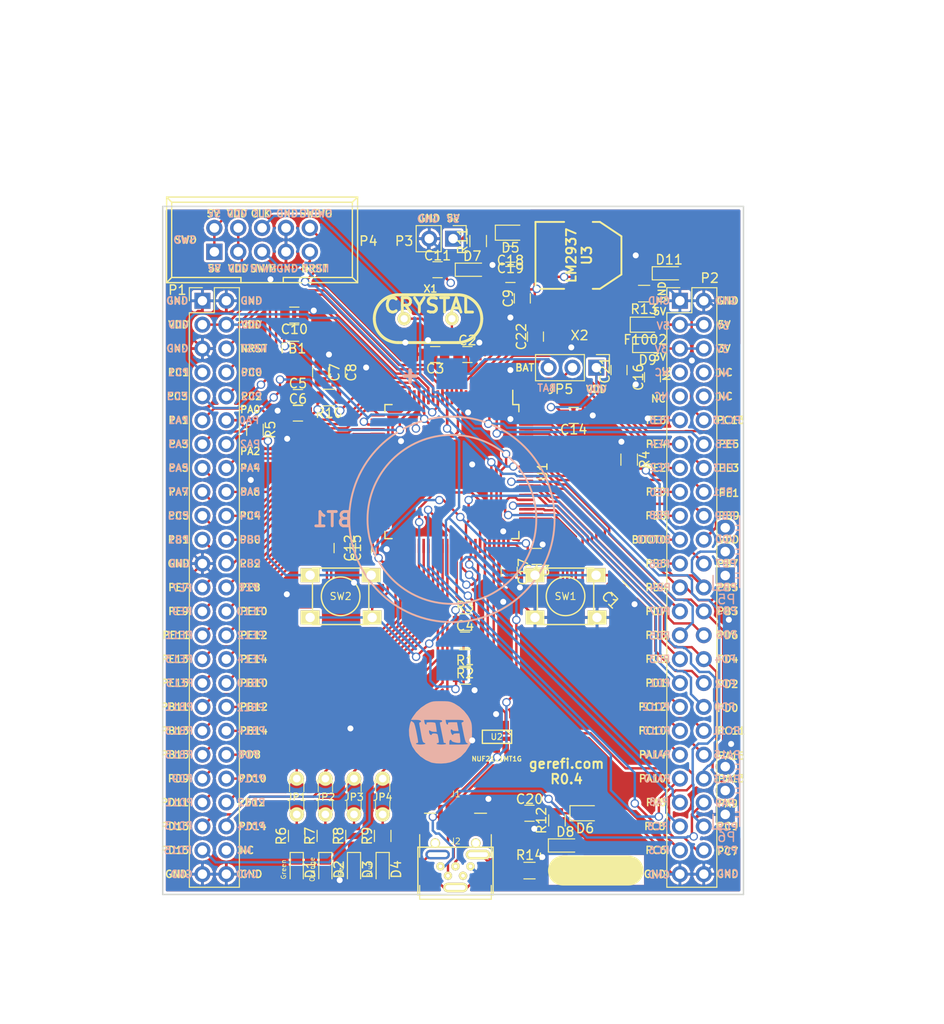
<source format=kicad_pcb>
(kicad_pcb (version 4) (host pcbnew 4.0.5)
  (title_block (date 2017-02-18) (rev R0.4) (company "gerefi by Art_Electro"))
  (layers (0 F.Cu signal) (31 B.Cu signal) (34 B.Paste user) (35 F.Paste user) (36 B.SilkS user) (37 F.SilkS user) (38 B.Mask user) (39 F.Mask user) (44 Edge.Cuts user))
  (net 0 "")
  (net 1 /3V)
  (net 2 /5V)
  (net 3 /BOOT0)
  (net 4 /D+)
  (net 5 /D-)
  (net 6 /NRST)
  (net 7 /PA0)
  (net 8 /PA1)
  (net 9 /PA10)
  (net 10 /PA11)
  (net 11 /PA12)
  (net 12 /PA13)
  (net 13 /PA14)
  (net 14 /PA15)
  (net 15 /PA2)
  (net 16 /PA3)
  (net 17 /PA4)
  (net 18 /PA5)
  (net 19 /PA6)
  (net 20 /PA7)
  (net 21 /PA8)
  (net 22 /PB0)
  (net 23 /PB1)
  (net 24 /PB10)
  (net 25 /PB11)
  (net 26 /PB12)
  (net 27 /PB13)
  (net 28 /PB14)
  (net 29 /PB15)
  (net 30 /PB2)
  (net 31 /PB3)
  (net 32 /PB4)
  (net 33 /PB5)
  (net 34 /PB6)
  (net 35 /PB7)
  (net 36 /PB8)
  (net 37 /PB9)
  (net 38 /PC0)
  (net 39 /PC1)
  (net 40 /PC10)
  (net 41 /PC11)
  (net 42 /PC12)
  (net 43 /PC13)
  (net 44 /PC2)
  (net 45 /PC3)
  (net 46 /PC4)
  (net 47 /PC5)
  (net 48 /PC6)
  (net 49 /PC7)
  (net 50 /PC8)
  (net 51 /PC9)
  (net 52 /PD0)
  (net 53 /PD1)
  (net 54 /PD10)
  (net 55 /PD11)
  (net 56 /PD12)
  (net 57 /PD13)
  (net 58 /PD14)
  (net 59 /PD15)
  (net 60 /PD2)
  (net 61 /PD3)
  (net 62 /PD4)
  (net 63 /PD5)
  (net 64 /PD6)
  (net 65 /PD7)
  (net 66 /PD8)
  (net 67 /PD9)
  (net 68 /PE0)
  (net 69 /PE1)
  (net 70 /PE10)
  (net 71 /PE11)
  (net 72 /PE12)
  (net 73 /PE13)
  (net 74 /PE14)
  (net 75 /PE15)
  (net 76 /PE2)
  (net 77 /PE3)
  (net 78 /PE4)
  (net 79 /PE5)
  (net 80 /PE6)
  (net 81 /PE7)
  (net 82 /PE8)
  (net 83 /PE9)
  (net 84 /VDD)
  (net 85 GND)
  (net 86 "Net-(BT1-Pad1)")
  (net 87 "Net-(C2-Pad1)")
  (net 88 "Net-(C3-Pad1)")
  (net 89 "Net-(C4-Pad2)")
  (net 90 "Net-(C5-Pad2)")
  (net 91 "Net-(C7-Pad2)")
  (net 92 "Net-(C15-Pad1)")
  (net 93 "Net-(C17-Pad1)")
  (net 94 /Shield)
  (net 95 "Net-(C21-Pad2)")
  (net 96 "Net-(C22-Pad2)")
  (net 97 "Net-(D1-Pad1)")
  (net 98 "Net-(D2-Pad1)")
  (net 99 "Net-(D3-Pad1)")
  (net 100 "Net-(D4-Pad1)")
  (net 101 "Net-(D5-Pad1)")
  (net 102 "Net-(D7-Pad1)")
  (net 103 "Net-(D8-Pad1)")
  (net 104 "Net-(D11-Pad1)")
  (net 105 "Net-(JP1-Pad2)")
  (net 106 "Net-(JP2-Pad2)")
  (net 107 "Net-(JP3-Pad2)")
  (net 108 "Net-(JP4-Pad2)")
  (net 109 "Net-(JP5-Pad2)")
  (net 110 "Net-(R1-Pad1)")
  (net 111 /PA9)
  (module Pin_Headers:Pin_Header_Angled_1x03 (layer B.Cu) (at 147.066 148.082)
    (fp_text reference P6 (at 0.127 2.413) (layer B.SilkS) (effects (justify mirror)))
    (fp_text value CONN_01X03 hide)
    (pad 1 thru_hole rect (at 0 0) (size 2.032 1.7272) (drill 1.016) (layers *.Cu *.Mask) (net 85 GND))
    (pad 2 thru_hole oval (at 0 -2.54) (size 2.032 1.7272) (drill 1.016) (layers *.Cu *.Mask) (net 62 /PD4))
    (pad 3 thru_hole oval (at 0 -5.08) (size 2.032 1.7272) (drill 1.016) (layers *.Cu *.Mask) (net 31 /PB3))
  )
  (module Pin_Headers:Pin_Header_Angled_1x03 (layer B.Cu) (at 147.066 122.682)
    (fp_text reference P5 (at 0.127 2.54) (layer B.SilkS) (effects (justify mirror)))
    (fp_text value CONN_01X03 hide)
    (pad 1 thru_hole rect (at 0 0) (size 2.032 1.7272) (drill 1.016) (layers *.Cu *.Mask) (net 32 /PB4))
    (pad 2 thru_hole oval (at 0 -2.54) (size 2.032 1.7272) (drill 1.016) (layers *.Cu *.Mask) (net 33 /PB5))
    (pad 3 thru_hole oval (at 0 -5.08) (size 2.032 1.7272) (drill 1.016) (layers *.Cu *.Mask) (net 84 /VDD))
  )
  (module BATT_CR2032_MPD (layer B.Cu) (at 117.983 116.713 90)
    (fp_text reference BT1 (at 0 -12.7 360) (layer B.SilkS) (effects (font (thickness 0.3048)) (justify mirror)))
    (fp_text value BATTERY_CR2032 hide)
    (pad 1 smd rect (at 15.485 0 90) (size 3.29 3.29) (layers B.Cu B.Paste B.Mask) (net 86 "Net-(BT1-Pad1)"))
    (pad 2 smd rect (at -15.485 0 90) (size 3.29 3.29) (layers B.Cu B.Paste B.Mask) (net 85 GND))
  )
  (module SOT223 (layer F.Cu) (at 131.445 88.646 270)
    (fp_text reference U3 (at 0 -0.889 450) (layer F.SilkS) (effects (font (size 1.016 1.016) (thickness 0.2032))))
    (fp_text value LM2937 (at 0 0.762 270) (layer F.SilkS) (effects (font (size 1.016 1.016) (thickness 0.2032))))
    (pad 4 smd rect (at 0 -3.302 270) (size 3.6576 2.032) (layers F.Cu F.Paste F.Mask) (net 85 GND))
    (pad 2 smd rect (at 0 3.302 270) (size 1.016 2.032) (layers F.Cu F.Paste F.Mask) (net 85 GND))
    (pad 3 smd rect (at 2.286 3.302 270) (size 1.016 2.032) (layers F.Cu F.Paste F.Mask) (net 84 /VDD))
    (pad 1 smd rect (at -2.286 3.302 270) (size 1.016 2.032) (layers F.Cu F.Paste F.Mask) (net 2 /5V))
  )
  (module HC-49V (layer F.Cu) (at 115.443 95.377)
    (fp_text reference X1 (at 0.254 -3.175) (layer F.SilkS) (effects (font (size 0.762 0.762) (thickness 0.1524))))
    (fp_text value CRYSTAL (at 0.127 -1.397) (layer F.SilkS) (effects (font (thickness 0.3048))))
    (pad 1 thru_hole circle (at -2.54 0) (size 1.4224 1.4224) (drill 0.762) (layers *.Cu *.Mask F.SilkS) (net 88 "Net-(C3-Pad1)"))
    (pad 2 thru_hole circle (at 2.54 0) (size 1.4224 1.4224) (drill 0.762) (layers *.Cu *.Mask F.SilkS) (net 87 "Net-(C2-Pad1)"))
  )
  (module MC-306 (layer F.Cu) (at 131.572 95.377)
    (fp_text reference X2 (at 0 1.778) (layer F.SilkS))
    (fp_text value "CRYSTAL(MC306)" hide)
    (pad 1 smd rect (at -2.75 1.6) (size 1.3 1.9) (layers F.Cu F.Paste F.Mask) (net 95 "Net-(C21-Pad2)"))
    (pad 2 smd rect (at 2.75 1.6) (size 1.3 1.9) (layers F.Cu F.Paste F.Mask))
    (pad 3 smd rect (at 2.75 -1.6) (size 1.3 1.9) (layers F.Cu F.Paste F.Mask))
    (pad 4 smd rect (at -2.75 -1.6) (size 1.3 1.9) (layers F.Cu F.Paste F.Mask) (net 96 "Net-(C22-Pad2)"))
  )
  (module MINI-USB-5P-3400020P1 (layer F.Cu) (at 118.364 152.527)
    (fp_text reference J1 (at 0 -6.604) (layer F.SilkS) (effects (font (size 0.635 0.635) (thickness 0.0889))))
    (fp_text value MINI-USB-5P-3400020P1 hide)
    (pad 1 smd rect (at -1.6 -4.191) (size 0.508 2.54) (layers F.Cu F.Paste F.Mask) (net 111 /PA9))
    (pad 2 smd rect (at -0.8 -4.191) (size 0.508 2.54) (layers F.Cu F.Paste F.Mask) (net 5 /D-))
    (pad 3 smd rect (at 0 -4.191) (size 0.508 2.54) (layers F.Cu F.Paste F.Mask) (net 4 /D+))
    (pad 4 smd rect (at 0.8 -4.191) (size 0.508 2.54) (layers F.Cu F.Paste F.Mask))
    (pad 5 smd rect (at 1.6 -4.191) (size 0.508 2.54) (layers F.Cu F.Paste F.Mask) (net 85 GND))
    (pad 6 smd rect (at -4.5 1.603 90) (size 2.794 2) (layers F.Cu F.Paste F.Mask) (net 94 /Shield))
    (pad 6 smd rect (at 4.5 1.603 90) (size 2.794 2) (layers F.Cu F.Paste F.Mask) (net 94 /Shield))
    (pad 6 smd rect (at -4.5 -3.897 90) (size 2.794 2) (layers F.Cu F.Paste F.Mask) (net 94 /Shield))
    (pad 6 smd rect (at 4.5 -3.897 90) (size 2.794 2) (layers F.Cu F.Paste F.Mask) (net 94 /Shield))
    (pad "" thru_hole circle (at -2.159 -1.397 90) (size 1.016 1.016) (drill 0.762) (layers *.Cu *.Mask F.SilkS))
    (pad "" thru_hole circle (at 2.159 -1.397 90) (size 1.016 1.016) (drill 0.762) (layers *.Cu *.Mask F.SilkS))
  )
  (module SOT-457 (layer F.Cu) (at 122.746 139.827 180)
    (fp_text reference U2 (at 0 0 180) (layer F.SilkS) (effects (font (size 0.635 0.635) (thickness 0.10922))))
    (fp_text value NUF2101MT1G (at 0 -2.3495 180) (layer F.SilkS) (effects (font (size 0.50038 0.50038) (thickness 0.10922))))
    (pad 1 smd rect (at -0.95 1.2 180) (size 0.7 1) (layers F.Cu F.Paste F.Mask) (net 11 /PA12))
    (pad 2 smd rect (at 0 1.2 180) (size 0.7 1) (layers F.Cu F.Paste F.Mask) (net 85 GND))
    (pad 3 smd rect (at 0.95 1.2 180) (size 0.7 1) (layers F.Cu F.Paste F.Mask) (net 10 /PA11))
    (pad 4 smd rect (at 0.95 -1.2 180) (size 0.7 1) (layers F.Cu F.Paste F.Mask) (net 5 /D-))
    (pad 5 smd rect (at 0 -1.2 180) (size 0.7 1) (layers F.Cu F.Paste F.Mask) (net 111 /PA9))
    (pad 6 smd rect (at -0.95 -1.2 180) (size 0.7 1) (layers F.Cu F.Paste F.Mask) (net 4 /D+))
  )
  (module TL-1105 (layer F.Cu) (at 130.073 124.892)
    (fp_text reference SW1 (at 0 0) (layer F.SilkS) (effects (font (size 0.762 0.762) (thickness 0.10922))))
    (fp_text value SW_PUSH hide)
    (pad 1 thru_hole rect (at -3.25 -2.25) (size 2 1.5) (drill 1) (layers *.Cu *.Mask F.SilkS) (net 6 /NRST))
    (pad 1 thru_hole rect (at 3.25 -2.25) (size 2 1.5) (drill 1) (layers *.Cu *.Mask F.SilkS) (net 6 /NRST))
    (pad 2 thru_hole rect (at 3.35 2.25) (size 2 1.5) (drill 1) (layers *.Cu *.Mask F.SilkS) (net 85 GND))
    (pad 2 thru_hole rect (at -3.25 2.25) (size 2 1.5) (drill 1) (layers *.Cu *.Mask F.SilkS) (net 85 GND))
  )
  (module TL-1105 (layer F.Cu) (at 106.147 124.892)
    (fp_text reference SW2 (at 0 0) (layer F.SilkS) (effects (font (size 0.762 0.762) (thickness 0.10922))))
    (fp_text value SW_PUSH hide)
    (pad 1 thru_hole rect (at -3.25 -2.25) (size 2 1.5) (drill 1) (layers *.Cu *.Mask F.SilkS) (net 110 "Net-(R1-Pad1)"))
    (pad 1 thru_hole rect (at 3.25 -2.25) (size 2 1.5) (drill 1) (layers *.Cu *.Mask F.SilkS) (net 110 "Net-(R1-Pad1)"))
    (pad 2 thru_hole rect (at 3.35 2.25) (size 2 1.5) (drill 1) (layers *.Cu *.Mask F.SilkS) (net 84 /VDD))
    (pad 2 thru_hole rect (at -3.25 2.25) (size 2 1.5) (drill 1) (layers *.Cu *.Mask F.SilkS) (net 84 /VDD))
  )
  (module LOGO_F (layer B.Cu) (at 116.7765 139.3825)
    (fp_text reference G1 hide)
    (fp_text value LOGO hide)
  )
  (module MINI-USB_RCTP_V-T_B (layer F.Cu) (at 118.364 154.102)
    (fp_text reference J2 (at 0 -3.175) (layer F.SilkS) (effects (font (size 0.635 0.635) (thickness 0.0889))))
    (fp_text value MINI-USB-5P-3400020P1V hide)
    (pad 1 thru_hole circle (at -1.6 -0.5) (size 0.889 0.889) (drill 0.381) (layers *.Cu *.Mask F.SilkS) (net 111 /PA9))
    (pad 2 thru_hole circle (at -0.8 0.5) (size 0.889 0.889) (drill 0.381) (layers *.Cu *.Mask F.SilkS) (net 5 /D-))
    (pad 3 thru_hole circle (at 0 -0.5) (size 0.889 0.889) (drill 0.381) (layers *.Cu *.Mask F.SilkS) (net 4 /D+))
    (pad 4 thru_hole circle (at 0.8 0.5) (size 0.889 0.889) (drill 0.381) (layers *.Cu *.Mask F.SilkS))
    (pad 5 thru_hole circle (at 1.6 -0.5) (size 0.889 0.889) (drill 0.381) (layers *.Cu *.Mask F.SilkS) (net 85 GND))
    (pad 6 thru_hole oval (at 0 1.75 90) (size 1.016 2.6162) (drill oval 0.508 2.1082) (layers *.Cu *.Mask F.SilkS) (net 94 /Shield))
    (pad 6 thru_hole oval (at -1.9 -1.75 90) (size 1.016 2.6162) (drill oval 0.508 2.1082) (layers *.Cu *.Mask) (net 94 /Shield))
    (pad 6 thru_hole oval (at 2.4 -1.75 90) (size 1.016 2.6162) (drill oval 0.508 2.1082) (layers *.Cu *.Mask F.SilkS) (net 94 /Shield))
  )
  (module Connect:IDC_Header_Straight_10pins (layer F.Cu) (at 92.71 88.265)
    (fp_text reference P4 (at 16.383 -1.143) (layer F.SilkS))
    (fp_text value CONN_02X05 hide)
    (pad 1 thru_hole rect (at 0 0) (size 1.7272 1.7272) (drill 1.016) (layers *.Cu *.Mask) (net 2 /5V))
    (pad 2 thru_hole oval (at 0 -2.54) (size 1.7272 1.7272) (drill 1.016) (layers *.Cu *.Mask) (net 2 /5V))
    (pad 3 thru_hole oval (at 2.54 0) (size 1.7272 1.7272) (drill 1.016) (layers *.Cu *.Mask) (net 84 /VDD))
    (pad 4 thru_hole oval (at 2.54 -2.54) (size 1.7272 1.7272) (drill 1.016) (layers *.Cu *.Mask) (net 84 /VDD))
    (pad 5 thru_hole oval (at 5.08 0) (size 1.7272 1.7272) (drill 1.016) (layers *.Cu *.Mask) (net 31 /PB3))
    (pad 6 thru_hole oval (at 5.08 -2.54) (size 1.7272 1.7272) (drill 1.016) (layers *.Cu *.Mask) (net 13 /PA14))
    (pad 7 thru_hole oval (at 7.62 0) (size 1.7272 1.7272) (drill 1.016) (layers *.Cu *.Mask) (net 85 GND))
    (pad 8 thru_hole oval (at 7.62 -2.54) (size 1.7272 1.7272) (drill 1.016) (layers *.Cu *.Mask) (net 85 GND))
    (pad 9 thru_hole oval (at 10.16 0) (size 1.7272 1.7272) (drill 1.016) (layers *.Cu *.Mask) (net 6 /NRST))
    (pad 10 thru_hole oval (at 10.16 -2.54) (size 1.7272 1.7272) (drill 1.016) (layers *.Cu *.Mask) (net 12 /PA13))
  )
  (module Pin_Headers:Pin_Header_Straight_1x03_Pitch2.54mm (layer F.Cu) (at 133.35 100.584 270)
    (fp_text reference JP5 (at 2.286 3.81 360) (layer F.SilkS))
    (fp_text value JUMPER3 hide)
    (pad 1 thru_hole rect (at 0 0 270) (size 1.7 1.7) (drill 1) (layers *.Cu *.Mask) (net 84 /VDD))
    (pad 2 thru_hole oval (at 0 2.54 270) (size 1.7 1.7) (drill 1) (layers *.Cu *.Mask) (net 109 "Net-(JP5-Pad2)"))
    (pad 3 thru_hole oval (at 0 5.08 270) (size 1.7 1.7) (drill 1) (layers *.Cu *.Mask) (net 86 "Net-(BT1-Pad1)"))
  )
  (module Pin_Headers:Pin_Header_Straight_2x25_Pitch2.54mm (layer F.Cu) (at 91.44 93.472)
    (fp_text reference P1 (at -2.667 -1.143) (layer F.SilkS))
    (fp_text value CONN_25X2 hide)
    (pad 1 thru_hole rect (at 0 0) (size 1.7 1.7) (drill 1) (layers *.Cu *.Mask) (net 85 GND))
    (pad 2 thru_hole oval (at 2.54 0) (size 1.7 1.7) (drill 1) (layers *.Cu *.Mask) (net 85 GND))
    (pad 3 thru_hole oval (at 0 2.54) (size 1.7 1.7) (drill 1) (layers *.Cu *.Mask) (net 84 /VDD))
    (pad 4 thru_hole oval (at 2.54 2.54) (size 1.7 1.7) (drill 1) (layers *.Cu *.Mask) (net 84 /VDD))
    (pad 5 thru_hole oval (at 0 5.08) (size 1.7 1.7) (drill 1) (layers *.Cu *.Mask) (net 85 GND))
    (pad 6 thru_hole oval (at 2.54 5.08) (size 1.7 1.7) (drill 1) (layers *.Cu *.Mask) (net 6 /NRST))
    (pad 7 thru_hole oval (at 0 7.62) (size 1.7 1.7) (drill 1) (layers *.Cu *.Mask) (net 39 /PC1))
    (pad 8 thru_hole oval (at 2.54 7.62) (size 1.7 1.7) (drill 1) (layers *.Cu *.Mask) (net 38 /PC0))
    (pad 9 thru_hole oval (at 0 10.16) (size 1.7 1.7) (drill 1) (layers *.Cu *.Mask) (net 45 /PC3))
    (pad 10 thru_hole oval (at 2.54 10.16) (size 1.7 1.7) (drill 1) (layers *.Cu *.Mask) (net 44 /PC2))
    (pad 11 thru_hole oval (at 0 12.7) (size 1.7 1.7) (drill 1) (layers *.Cu *.Mask) (net 8 /PA1))
    (pad 12 thru_hole oval (at 2.54 12.7) (size 1.7 1.7) (drill 1) (layers *.Cu *.Mask) (net 7 /PA0))
    (pad 13 thru_hole oval (at 0 15.24) (size 1.7 1.7) (drill 1) (layers *.Cu *.Mask) (net 16 /PA3))
    (pad 14 thru_hole oval (at 2.54 15.24) (size 1.7 1.7) (drill 1) (layers *.Cu *.Mask) (net 15 /PA2))
    (pad 15 thru_hole oval (at 0 17.78) (size 1.7 1.7) (drill 1) (layers *.Cu *.Mask) (net 18 /PA5))
    (pad 16 thru_hole oval (at 2.54 17.78) (size 1.7 1.7) (drill 1) (layers *.Cu *.Mask) (net 17 /PA4))
    (pad 17 thru_hole oval (at 0 20.32) (size 1.7 1.7) (drill 1) (layers *.Cu *.Mask) (net 20 /PA7))
    (pad 18 thru_hole oval (at 2.54 20.32) (size 1.7 1.7) (drill 1) (layers *.Cu *.Mask) (net 19 /PA6))
    (pad 19 thru_hole oval (at 0 22.86) (size 1.7 1.7) (drill 1) (layers *.Cu *.Mask) (net 47 /PC5))
    (pad 20 thru_hole oval (at 2.54 22.86) (size 1.7 1.7) (drill 1) (layers *.Cu *.Mask) (net 46 /PC4))
    (pad 21 thru_hole oval (at 0 25.4) (size 1.7 1.7) (drill 1) (layers *.Cu *.Mask) (net 23 /PB1))
    (pad 22 thru_hole oval (at 2.54 25.4) (size 1.7 1.7) (drill 1) (layers *.Cu *.Mask) (net 22 /PB0))
    (pad 23 thru_hole oval (at 0 27.94) (size 1.7 1.7) (drill 1) (layers *.Cu *.Mask) (net 85 GND))
    (pad 24 thru_hole oval (at 2.54 27.94) (size 1.7 1.7) (drill 1) (layers *.Cu *.Mask) (net 30 /PB2))
    (pad 25 thru_hole oval (at 0 30.48) (size 1.7 1.7) (drill 1) (layers *.Cu *.Mask) (net 81 /PE7))
    (pad 26 thru_hole oval (at 2.54 30.48) (size 1.7 1.7) (drill 1) (layers *.Cu *.Mask) (net 82 /PE8))
    (pad 27 thru_hole oval (at 0 33.02) (size 1.7 1.7) (drill 1) (layers *.Cu *.Mask) (net 83 /PE9))
    (pad 28 thru_hole oval (at 2.54 33.02) (size 1.7 1.7) (drill 1) (layers *.Cu *.Mask) (net 70 /PE10))
    (pad 29 thru_hole oval (at 0 35.56) (size 1.7 1.7) (drill 1) (layers *.Cu *.Mask) (net 71 /PE11))
    (pad 30 thru_hole oval (at 2.54 35.56) (size 1.7 1.7) (drill 1) (layers *.Cu *.Mask) (net 72 /PE12))
    (pad 31 thru_hole oval (at 0 38.1) (size 1.7 1.7) (drill 1) (layers *.Cu *.Mask) (net 73 /PE13))
    (pad 32 thru_hole oval (at 2.54 38.1) (size 1.7 1.7) (drill 1) (layers *.Cu *.Mask) (net 74 /PE14))
    (pad 33 thru_hole oval (at 0 40.64) (size 1.7 1.7) (drill 1) (layers *.Cu *.Mask) (net 75 /PE15))
    (pad 34 thru_hole oval (at 2.54 40.64) (size 1.7 1.7) (drill 1) (layers *.Cu *.Mask) (net 24 /PB10))
    (pad 35 thru_hole oval (at 0 43.18) (size 1.7 1.7) (drill 1) (layers *.Cu *.Mask) (net 25 /PB11))
    (pad 36 thru_hole oval (at 2.54 43.18) (size 1.7 1.7) (drill 1) (layers *.Cu *.Mask) (net 26 /PB12))
    (pad 37 thru_hole oval (at 0 45.72) (size 1.7 1.7) (drill 1) (layers *.Cu *.Mask) (net 27 /PB13))
    (pad 38 thru_hole oval (at 2.54 45.72) (size 1.7 1.7) (drill 1) (layers *.Cu *.Mask) (net 28 /PB14))
    (pad 39 thru_hole oval (at 0 48.26) (size 1.7 1.7) (drill 1) (layers *.Cu *.Mask) (net 29 /PB15))
    (pad 40 thru_hole oval (at 2.54 48.26) (size 1.7 1.7) (drill 1) (layers *.Cu *.Mask) (net 66 /PD8))
    (pad 41 thru_hole oval (at 0 50.8) (size 1.7 1.7) (drill 1) (layers *.Cu *.Mask) (net 67 /PD9))
    (pad 42 thru_hole oval (at 2.54 50.8) (size 1.7 1.7) (drill 1) (layers *.Cu *.Mask) (net 54 /PD10))
    (pad 43 thru_hole oval (at 0 53.34) (size 1.7 1.7) (drill 1) (layers *.Cu *.Mask) (net 55 /PD11))
    (pad 44 thru_hole oval (at 2.54 53.34) (size 1.7 1.7) (drill 1) (layers *.Cu *.Mask) (net 56 /PD12))
    (pad 45 thru_hole oval (at 0 55.88) (size 1.7 1.7) (drill 1) (layers *.Cu *.Mask) (net 57 /PD13))
    (pad 46 thru_hole oval (at 2.54 55.88) (size 1.7 1.7) (drill 1) (layers *.Cu *.Mask) (net 58 /PD14))
    (pad 47 thru_hole oval (at 0 58.42) (size 1.7 1.7) (drill 1) (layers *.Cu *.Mask) (net 59 /PD15))
    (pad 48 thru_hole oval (at 2.54 58.42) (size 1.7 1.7) (drill 1) (layers *.Cu *.Mask))
    (pad 49 thru_hole oval (at 0 60.96) (size 1.7 1.7) (drill 1) (layers *.Cu *.Mask) (net 85 GND))
    (pad 50 thru_hole oval (at 2.54 60.96) (size 1.7 1.7) (drill 1) (layers *.Cu *.Mask) (net 85 GND))
  )
  (module Pin_Headers:Pin_Header_Straight_2x25_Pitch2.54mm (layer F.Cu) (at 142.24 93.472)
    (fp_text reference P2 (at 3.175 -2.413) (layer F.SilkS))
    (fp_text value CONN_25X2 hide)
    (pad 1 thru_hole rect (at 0 0) (size 1.7 1.7) (drill 1) (layers *.Cu *.Mask) (net 85 GND))
    (pad 2 thru_hole oval (at 2.54 0) (size 1.7 1.7) (drill 1) (layers *.Cu *.Mask) (net 85 GND))
    (pad 3 thru_hole oval (at 0 2.54) (size 1.7 1.7) (drill 1) (layers *.Cu *.Mask) (net 2 /5V))
    (pad 4 thru_hole oval (at 2.54 2.54) (size 1.7 1.7) (drill 1) (layers *.Cu *.Mask) (net 2 /5V))
    (pad 5 thru_hole oval (at 0 5.08) (size 1.7 1.7) (drill 1) (layers *.Cu *.Mask) (net 1 /3V))
    (pad 6 thru_hole oval (at 2.54 5.08) (size 1.7 1.7) (drill 1) (layers *.Cu *.Mask) (net 1 /3V))
    (pad 7 thru_hole oval (at 0 7.62) (size 1.7 1.7) (drill 1) (layers *.Cu *.Mask))
    (pad 8 thru_hole oval (at 2.54 7.62) (size 1.7 1.7) (drill 1) (layers *.Cu *.Mask))
    (pad 9 thru_hole oval (at 0 10.16) (size 1.7 1.7) (drill 1) (layers *.Cu *.Mask))
    (pad 10 thru_hole oval (at 2.54 10.16) (size 1.7 1.7) (drill 1) (layers *.Cu *.Mask))
    (pad 11 thru_hole oval (at 0 12.7) (size 1.7 1.7) (drill 1) (layers *.Cu *.Mask) (net 80 /PE6))
    (pad 12 thru_hole oval (at 2.54 12.7) (size 1.7 1.7) (drill 1) (layers *.Cu *.Mask) (net 43 /PC13))
    (pad 13 thru_hole oval (at 0 15.24) (size 1.7 1.7) (drill 1) (layers *.Cu *.Mask) (net 78 /PE4))
    (pad 14 thru_hole oval (at 2.54 15.24) (size 1.7 1.7) (drill 1) (layers *.Cu *.Mask) (net 79 /PE5))
    (pad 15 thru_hole oval (at 0 17.78) (size 1.7 1.7) (drill 1) (layers *.Cu *.Mask) (net 76 /PE2))
    (pad 16 thru_hole oval (at 2.54 17.78) (size 1.7 1.7) (drill 1) (layers *.Cu *.Mask) (net 77 /PE3))
    (pad 17 thru_hole oval (at 0 20.32) (size 1.7 1.7) (drill 1) (layers *.Cu *.Mask) (net 68 /PE0))
    (pad 18 thru_hole oval (at 2.54 20.32) (size 1.7 1.7) (drill 1) (layers *.Cu *.Mask) (net 69 /PE1))
    (pad 19 thru_hole oval (at 0 22.86) (size 1.7 1.7) (drill 1) (layers *.Cu *.Mask) (net 36 /PB8))
    (pad 20 thru_hole oval (at 2.54 22.86) (size 1.7 1.7) (drill 1) (layers *.Cu *.Mask) (net 37 /PB9))
    (pad 21 thru_hole oval (at 0 25.4) (size 1.7 1.7) (drill 1) (layers *.Cu *.Mask) (net 3 /BOOT0))
    (pad 22 thru_hole oval (at 2.54 25.4) (size 1.7 1.7) (drill 1) (layers *.Cu *.Mask) (net 84 /VDD))
    (pad 23 thru_hole oval (at 0 27.94) (size 1.7 1.7) (drill 1) (layers *.Cu *.Mask) (net 34 /PB6))
    (pad 24 thru_hole oval (at 2.54 27.94) (size 1.7 1.7) (drill 1) (layers *.Cu *.Mask) (net 35 /PB7))
    (pad 25 thru_hole oval (at 0 30.48) (size 1.7 1.7) (drill 1) (layers *.Cu *.Mask) (net 32 /PB4))
    (pad 26 thru_hole oval (at 2.54 30.48) (size 1.7 1.7) (drill 1) (layers *.Cu *.Mask) (net 33 /PB5))
    (pad 27 thru_hole oval (at 0 33.02) (size 1.7 1.7) (drill 1) (layers *.Cu *.Mask) (net 65 /PD7))
    (pad 28 thru_hole oval (at 2.54 33.02) (size 1.7 1.7) (drill 1) (layers *.Cu *.Mask) (net 31 /PB3))
    (pad 29 thru_hole oval (at 0 35.56) (size 1.7 1.7) (drill 1) (layers *.Cu *.Mask) (net 63 /PD5))
    (pad 30 thru_hole oval (at 2.54 35.56) (size 1.7 1.7) (drill 1) (layers *.Cu *.Mask) (net 64 /PD6))
    (pad 31 thru_hole oval (at 0 38.1) (size 1.7 1.7) (drill 1) (layers *.Cu *.Mask) (net 61 /PD3))
    (pad 32 thru_hole oval (at 2.54 38.1) (size 1.7 1.7) (drill 1) (layers *.Cu *.Mask) (net 62 /PD4))
    (pad 33 thru_hole oval (at 0 40.64) (size 1.7 1.7) (drill 1) (layers *.Cu *.Mask) (net 53 /PD1))
    (pad 34 thru_hole oval (at 2.54 40.64) (size 1.7 1.7) (drill 1) (layers *.Cu *.Mask) (net 60 /PD2))
    (pad 35 thru_hole oval (at 0 43.18) (size 1.7 1.7) (drill 1) (layers *.Cu *.Mask) (net 42 /PC12))
    (pad 36 thru_hole oval (at 2.54 43.18) (size 1.7 1.7) (drill 1) (layers *.Cu *.Mask) (net 52 /PD0))
    (pad 37 thru_hole oval (at 0 45.72) (size 1.7 1.7) (drill 1) (layers *.Cu *.Mask) (net 40 /PC10))
    (pad 38 thru_hole oval (at 2.54 45.72) (size 1.7 1.7) (drill 1) (layers *.Cu *.Mask) (net 41 /PC11))
    (pad 39 thru_hole oval (at 0 48.26) (size 1.7 1.7) (drill 1) (layers *.Cu *.Mask) (net 13 /PA14))
    (pad 40 thru_hole oval (at 2.54 48.26) (size 1.7 1.7) (drill 1) (layers *.Cu *.Mask) (net 14 /PA15))
    (pad 41 thru_hole oval (at 0 50.8) (size 1.7 1.7) (drill 1) (layers *.Cu *.Mask) (net 9 /PA10))
    (pad 42 thru_hole oval (at 2.54 50.8) (size 1.7 1.7) (drill 1) (layers *.Cu *.Mask) (net 12 /PA13))
    (pad 43 thru_hole oval (at 0 53.34) (size 1.7 1.7) (drill 1) (layers *.Cu *.Mask) (net 21 /PA8))
    (pad 44 thru_hole oval (at 2.54 53.34) (size 1.7 1.7) (drill 1) (layers *.Cu *.Mask) (net 111 /PA9))
    (pad 45 thru_hole oval (at 0 55.88) (size 1.7 1.7) (drill 1) (layers *.Cu *.Mask) (net 50 /PC8))
    (pad 46 thru_hole oval (at 2.54 55.88) (size 1.7 1.7) (drill 1) (layers *.Cu *.Mask) (net 51 /PC9))
    (pad 47 thru_hole oval (at 0 58.42) (size 1.7 1.7) (drill 1) (layers *.Cu *.Mask) (net 48 /PC6))
    (pad 48 thru_hole oval (at 2.54 58.42) (size 1.7 1.7) (drill 1) (layers *.Cu *.Mask) (net 49 /PC7))
    (pad 49 thru_hole oval (at 0 60.96) (size 1.7 1.7) (drill 1) (layers *.Cu *.Mask) (net 85 GND))
    (pad 50 thru_hole oval (at 2.54 60.96) (size 1.7 1.7) (drill 1) (layers *.Cu *.Mask) (net 85 GND))
  )
  (module Pin_Headers:Pin_Header_Straight_1x02_Pitch2.54mm (layer F.Cu) (at 118.11 86.868 270)
    (fp_text reference P3 (at 0.254 5.207 360) (layer F.SilkS))
    (fp_text value CONN_2 hide)
    (pad 1 thru_hole rect (at 0 0 270) (size 1.7 1.7) (drill 1) (layers *.Cu *.Mask) (net 101 "Net-(D5-Pad1)"))
    (pad 2 thru_hole oval (at 0 2.54 270) (size 1.7 1.7) (drill 1) (layers *.Cu *.Mask) (net 85 GND))
  )
  (module Housings_QFP:LQFP-100_14x14mm_Pitch0.5mm (layer F.Cu) (at 117.983 111.633 270)
    (fp_text reference U1 (at 0 -9.65 270) (layer F.SilkS))
    (fp_text value STM32F407VG hide)
    (pad 1 smd rect (at -7.9 -6 270) (size 1.5 0.28) (layers F.Cu F.Paste F.Mask) (net 76 /PE2))
    (pad 2 smd rect (at -7.9 -5.5 270) (size 1.5 0.28) (layers F.Cu F.Paste F.Mask) (net 77 /PE3))
    (pad 3 smd rect (at -7.9 -5 270) (size 1.5 0.28) (layers F.Cu F.Paste F.Mask) (net 78 /PE4))
    (pad 4 smd rect (at -7.9 -4.5 270) (size 1.5 0.28) (layers F.Cu F.Paste F.Mask) (net 79 /PE5))
    (pad 5 smd rect (at -7.9 -4 270) (size 1.5 0.28) (layers F.Cu F.Paste F.Mask) (net 80 /PE6))
    (pad 6 smd rect (at -7.9 -3.5 270) (size 1.5 0.28) (layers F.Cu F.Paste F.Mask) (net 109 "Net-(JP5-Pad2)"))
    (pad 7 smd rect (at -7.9 -3 270) (size 1.5 0.28) (layers F.Cu F.Paste F.Mask) (net 43 /PC13))
    (pad 8 smd rect (at -7.9 -2.5 270) (size 1.5 0.28) (layers F.Cu F.Paste F.Mask) (net 95 "Net-(C21-Pad2)"))
    (pad 9 smd rect (at -7.9 -2 270) (size 1.5 0.28) (layers F.Cu F.Paste F.Mask) (net 96 "Net-(C22-Pad2)"))
    (pad 10 smd rect (at -7.9 -1.5 270) (size 1.5 0.28) (layers F.Cu F.Paste F.Mask) (net 85 GND))
    (pad 11 smd rect (at -7.9 -1 270) (size 1.5 0.28) (layers F.Cu F.Paste F.Mask) (net 84 /VDD))
    (pad 12 smd rect (at -7.9 -0.5 270) (size 1.5 0.28) (layers F.Cu F.Paste F.Mask) (net 87 "Net-(C2-Pad1)"))
    (pad 13 smd rect (at -7.9 0 270) (size 1.5 0.28) (layers F.Cu F.Paste F.Mask) (net 88 "Net-(C3-Pad1)"))
    (pad 14 smd rect (at -7.9 0.5 270) (size 1.5 0.28) (layers F.Cu F.Paste F.Mask) (net 6 /NRST))
    (pad 15 smd rect (at -7.9 1 270) (size 1.5 0.28) (layers F.Cu F.Paste F.Mask) (net 38 /PC0))
    (pad 16 smd rect (at -7.9 1.5 270) (size 1.5 0.28) (layers F.Cu F.Paste F.Mask) (net 39 /PC1))
    (pad 17 smd rect (at -7.9 2 270) (size 1.5 0.28) (layers F.Cu F.Paste F.Mask) (net 44 /PC2))
    (pad 18 smd rect (at -7.9 2.5 270) (size 1.5 0.28) (layers F.Cu F.Paste F.Mask) (net 45 /PC3))
    (pad 19 smd rect (at -7.9 3 270) (size 1.5 0.28) (layers F.Cu F.Paste F.Mask) (net 84 /VDD))
    (pad 20 smd rect (at -7.9 3.5 270) (size 1.5 0.28) (layers F.Cu F.Paste F.Mask) (net 85 GND))
    (pad 21 smd rect (at -7.9 4 270) (size 1.5 0.28) (layers F.Cu F.Paste F.Mask) (net 90 "Net-(C5-Pad2)"))
    (pad 22 smd rect (at -7.9 4.5 270) (size 1.5 0.28) (layers F.Cu F.Paste F.Mask) (net 91 "Net-(C7-Pad2)"))
    (pad 23 smd rect (at -7.9 5 270) (size 1.5 0.28) (layers F.Cu F.Paste F.Mask) (net 7 /PA0))
    (pad 24 smd rect (at -7.9 5.5 270) (size 1.5 0.28) (layers F.Cu F.Paste F.Mask) (net 8 /PA1))
    (pad 25 smd rect (at -7.9 6 270) (size 1.5 0.28) (layers F.Cu F.Paste F.Mask) (net 15 /PA2))
    (pad 26 smd rect (at -6 7.9) (size 1.5 0.28) (layers F.Cu F.Paste F.Mask) (net 16 /PA3))
    (pad 27 smd rect (at -5.5 7.9) (size 1.5 0.28) (layers F.Cu F.Paste F.Mask) (net 85 GND))
    (pad 28 smd rect (at -5 7.9) (size 1.5 0.28) (layers F.Cu F.Paste F.Mask) (net 84 /VDD))
    (pad 29 smd rect (at -4.5 7.9) (size 1.5 0.28) (layers F.Cu F.Paste F.Mask) (net 17 /PA4))
    (pad 30 smd rect (at -4 7.9) (size 1.5 0.28) (layers F.Cu F.Paste F.Mask) (net 18 /PA5))
    (pad 31 smd rect (at -3.5 7.9) (size 1.5 0.28) (layers F.Cu F.Paste F.Mask) (net 19 /PA6))
    (pad 32 smd rect (at -3 7.9) (size 1.5 0.28) (layers F.Cu F.Paste F.Mask) (net 20 /PA7))
    (pad 33 smd rect (at -2.5 7.9) (size 1.5 0.28) (layers F.Cu F.Paste F.Mask) (net 46 /PC4))
    (pad 34 smd rect (at -2 7.9) (size 1.5 0.28) (layers F.Cu F.Paste F.Mask) (net 47 /PC5))
    (pad 35 smd rect (at -1.5 7.9) (size 1.5 0.28) (layers F.Cu F.Paste F.Mask) (net 22 /PB0))
    (pad 36 smd rect (at -1 7.9) (size 1.5 0.28) (layers F.Cu F.Paste F.Mask) (net 23 /PB1))
    (pad 37 smd rect (at -0.5 7.9) (size 1.5 0.28) (layers F.Cu F.Paste F.Mask) (net 30 /PB2))
    (pad 38 smd rect (at 0 7.9) (size 1.5 0.28) (layers F.Cu F.Paste F.Mask) (net 81 /PE7))
    (pad 39 smd rect (at 0.5 7.9) (size 1.5 0.28) (layers F.Cu F.Paste F.Mask) (net 82 /PE8))
    (pad 40 smd rect (at 1 7.9) (size 1.5 0.28) (layers F.Cu F.Paste F.Mask) (net 83 /PE9))
    (pad 41 smd rect (at 1.5 7.9) (size 1.5 0.28) (layers F.Cu F.Paste F.Mask) (net 70 /PE10))
    (pad 42 smd rect (at 2 7.9) (size 1.5 0.28) (layers F.Cu F.Paste F.Mask) (net 71 /PE11))
    (pad 43 smd rect (at 2.5 7.9) (size 1.5 0.28) (layers F.Cu F.Paste F.Mask) (net 72 /PE12))
    (pad 44 smd rect (at 3 7.9) (size 1.5 0.28) (layers F.Cu F.Paste F.Mask) (net 73 /PE13))
    (pad 45 smd rect (at 3.5 7.9) (size 1.5 0.28) (layers F.Cu F.Paste F.Mask) (net 74 /PE14))
    (pad 46 smd rect (at 4 7.9) (size 1.5 0.28) (layers F.Cu F.Paste F.Mask) (net 75 /PE15))
    (pad 47 smd rect (at 4.5 7.9) (size 1.5 0.28) (layers F.Cu F.Paste F.Mask) (net 24 /PB10))
    (pad 48 smd rect (at 5 7.9) (size 1.5 0.28) (layers F.Cu F.Paste F.Mask) (net 25 /PB11))
    (pad 49 smd rect (at 5.5 7.9) (size 1.5 0.28) (layers F.Cu F.Paste F.Mask) (net 92 "Net-(C15-Pad1)"))
    (pad 50 smd rect (at 6 7.9) (size 1.5 0.28) (layers F.Cu F.Paste F.Mask) (net 84 /VDD))
    (pad 51 smd rect (at 7.9 6 270) (size 1.5 0.28) (layers F.Cu F.Paste F.Mask) (net 26 /PB12))
    (pad 52 smd rect (at 7.9 5.5 270) (size 1.5 0.28) (layers F.Cu F.Paste F.Mask) (net 27 /PB13))
    (pad 53 smd rect (at 7.9 5 270) (size 1.5 0.28) (layers F.Cu F.Paste F.Mask) (net 28 /PB14))
    (pad 54 smd rect (at 7.9 4.5 270) (size 1.5 0.28) (layers F.Cu F.Paste F.Mask) (net 29 /PB15))
    (pad 55 smd rect (at 7.9 4 270) (size 1.5 0.28) (layers F.Cu F.Paste F.Mask) (net 66 /PD8))
    (pad 56 smd rect (at 7.9 3.5 270) (size 1.5 0.28) (layers F.Cu F.Paste F.Mask) (net 67 /PD9))
    (pad 57 smd rect (at 7.9 3 270) (size 1.5 0.28) (layers F.Cu F.Paste F.Mask) (net 54 /PD10))
    (pad 58 smd rect (at 7.9 2.5 270) (size 1.5 0.28) (layers F.Cu F.Paste F.Mask) (net 55 /PD11))
    (pad 59 smd rect (at 7.9 2 270) (size 1.5 0.28) (layers F.Cu F.Paste F.Mask) (net 56 /PD12))
    (pad 60 smd rect (at 7.9 1.5 270) (size 1.5 0.28) (layers F.Cu F.Paste F.Mask) (net 57 /PD13))
    (pad 61 smd rect (at 7.9 1 270) (size 1.5 0.28) (layers F.Cu F.Paste F.Mask) (net 58 /PD14))
    (pad 62 smd rect (at 7.9 0.5 270) (size 1.5 0.28) (layers F.Cu F.Paste F.Mask) (net 59 /PD15))
    (pad 63 smd rect (at 7.9 0 270) (size 1.5 0.28) (layers F.Cu F.Paste F.Mask) (net 48 /PC6))
    (pad 64 smd rect (at 7.9 -0.5 270) (size 1.5 0.28) (layers F.Cu F.Paste F.Mask) (net 49 /PC7))
    (pad 65 smd rect (at 7.9 -1 270) (size 1.5 0.28) (layers F.Cu F.Paste F.Mask) (net 50 /PC8))
    (pad 66 smd rect (at 7.9 -1.5 270) (size 1.5 0.28) (layers F.Cu F.Paste F.Mask) (net 51 /PC9))
    (pad 67 smd rect (at 7.9 -2 270) (size 1.5 0.28) (layers F.Cu F.Paste F.Mask) (net 21 /PA8))
    (pad 68 smd rect (at 7.9 -2.5 270) (size 1.5 0.28) (layers F.Cu F.Paste F.Mask) (net 111 /PA9))
    (pad 69 smd rect (at 7.9 -3 270) (size 1.5 0.28) (layers F.Cu F.Paste F.Mask) (net 9 /PA10))
    (pad 70 smd rect (at 7.9 -3.5 270) (size 1.5 0.28) (layers F.Cu F.Paste F.Mask) (net 10 /PA11))
    (pad 71 smd rect (at 7.9 -4 270) (size 1.5 0.28) (layers F.Cu F.Paste F.Mask) (net 11 /PA12))
    (pad 72 smd rect (at 7.9 -4.5 270) (size 1.5 0.28) (layers F.Cu F.Paste F.Mask) (net 12 /PA13))
    (pad 73 smd rect (at 7.9 -5 270) (size 1.5 0.28) (layers F.Cu F.Paste F.Mask) (net 93 "Net-(C17-Pad1)"))
    (pad 74 smd rect (at 7.9 -5.5 270) (size 1.5 0.28) (layers F.Cu F.Paste F.Mask) (net 85 GND))
    (pad 75 smd rect (at 7.9 -6 270) (size 1.5 0.28) (layers F.Cu F.Paste F.Mask) (net 84 /VDD))
    (pad 76 smd rect (at 6 -7.9) (size 1.5 0.28) (layers F.Cu F.Paste F.Mask) (net 13 /PA14))
    (pad 77 smd rect (at 5.5 -7.9) (size 1.5 0.28) (layers F.Cu F.Paste F.Mask) (net 14 /PA15))
    (pad 78 smd rect (at 5 -7.9) (size 1.5 0.28) (layers F.Cu F.Paste F.Mask) (net 40 /PC10))
    (pad 79 smd rect (at 4.5 -7.9) (size 1.5 0.28) (layers F.Cu F.Paste F.Mask) (net 41 /PC11))
    (pad 80 smd rect (at 4 -7.9) (size 1.5 0.28) (layers F.Cu F.Paste F.Mask) (net 42 /PC12))
    (pad 81 smd rect (at 3.5 -7.9) (size 1.5 0.28) (layers F.Cu F.Paste F.Mask) (net 52 /PD0))
    (pad 82 smd rect (at 3 -7.9) (size 1.5 0.28) (layers F.Cu F.Paste F.Mask) (net 53 /PD1))
    (pad 83 smd rect (at 2.5 -7.9) (size 1.5 0.28) (layers F.Cu F.Paste F.Mask) (net 60 /PD2))
    (pad 84 smd rect (at 2 -7.9) (size 1.5 0.28) (layers F.Cu F.Paste F.Mask) (net 61 /PD3))
    (pad 85 smd rect (at 1.5 -7.9) (size 1.5 0.28) (layers F.Cu F.Paste F.Mask) (net 62 /PD4))
    (pad 86 smd rect (at 1 -7.9) (size 1.5 0.28) (layers F.Cu F.Paste F.Mask) (net 63 /PD5))
    (pad 87 smd rect (at 0.5 -7.9) (size 1.5 0.28) (layers F.Cu F.Paste F.Mask) (net 64 /PD6))
    (pad 88 smd rect (at 0 -7.9) (size 1.5 0.28) (layers F.Cu F.Paste F.Mask) (net 65 /PD7))
    (pad 89 smd rect (at -0.5 -7.9) (size 1.5 0.28) (layers F.Cu F.Paste F.Mask) (net 31 /PB3))
    (pad 90 smd rect (at -1 -7.9) (size 1.5 0.28) (layers F.Cu F.Paste F.Mask) (net 32 /PB4))
    (pad 91 smd rect (at -1.5 -7.9) (size 1.5 0.28) (layers F.Cu F.Paste F.Mask) (net 33 /PB5))
    (pad 92 smd rect (at -2 -7.9) (size 1.5 0.28) (layers F.Cu F.Paste F.Mask) (net 34 /PB6))
    (pad 93 smd rect (at -2.5 -7.9) (size 1.5 0.28) (layers F.Cu F.Paste F.Mask) (net 35 /PB7))
    (pad 94 smd rect (at -3 -7.9) (size 1.5 0.28) (layers F.Cu F.Paste F.Mask) (net 3 /BOOT0))
    (pad 95 smd rect (at -3.5 -7.9) (size 1.5 0.28) (layers F.Cu F.Paste F.Mask) (net 36 /PB8))
    (pad 96 smd rect (at -4 -7.9) (size 1.5 0.28) (layers F.Cu F.Paste F.Mask) (net 37 /PB9))
    (pad 97 smd rect (at -4.5 -7.9) (size 1.5 0.28) (layers F.Cu F.Paste F.Mask) (net 68 /PE0))
    (pad 98 smd rect (at -5 -7.9) (size 1.5 0.28) (layers F.Cu F.Paste F.Mask) (net 69 /PE1))
    (pad 99 smd rect (at -5.5 -7.9) (size 1.5 0.28) (layers F.Cu F.Paste F.Mask) (net 85 GND))
    (pad 100 smd rect (at -6 -7.9) (size 1.5 0.28) (layers F.Cu F.Paste F.Mask) (net 84 /VDD))
  )
  (module Capacitors_SMD:C_0805 (layer F.Cu) (at 135.89 124.206 135)
    (fp_text reference C1 (at 0 -1.5 135) (layer F.SilkS))
    (fp_text value 20nF)
    (pad 1 smd rect (at -1 0 135) (size 1 1.25) (layers F.Cu F.Paste F.Mask) (net 85 GND))
    (pad 2 smd rect (at 1 0 135) (size 1 1.25) (layers F.Cu F.Paste F.Mask) (net 6 /NRST))
  )
  (module Capacitors_SMD:C_0805 (layer F.Cu) (at 119.634 99.187)
    (fp_text reference C2 (at 0 -1.5) (layer F.SilkS))
    (fp_text value 18pF)
    (pad 1 smd rect (at -1 0) (size 1 1.25) (layers F.Cu F.Paste F.Mask) (net 87 "Net-(C2-Pad1)"))
    (pad 2 smd rect (at 1 0) (size 1 1.25) (layers F.Cu F.Paste F.Mask) (net 85 GND))
  )
  (module Capacitors_SMD:C_0805 (layer F.Cu) (at 116.205 99.187 180)
    (fp_text reference C3 (at 0 -1.5 180) (layer F.SilkS))
    (fp_text value 18pF)
    (pad 1 smd rect (at -1 0 180) (size 1 1.25) (layers F.Cu F.Paste F.Mask) (net 88 "Net-(C3-Pad1)"))
    (pad 2 smd rect (at 1 0 180) (size 1 1.25) (layers F.Cu F.Paste F.Mask) (net 85 GND))
  )
  (module Capacitors_SMD:C_0805 (layer F.Cu) (at 119.38 129.54)
    (fp_text reference C4 (at 0 -1.5) (layer F.SilkS))
    (fp_text value 2u2F)
    (pad 1 smd rect (at -1 0) (size 1 1.25) (layers F.Cu F.Paste F.Mask) (net 84 /VDD))
    (pad 2 smd rect (at 1 0) (size 1 1.25) (layers F.Cu F.Paste F.Mask) (net 89 "Net-(C4-Pad2)"))
  )
  (module Capacitors_SMD:C_0805 (layer F.Cu) (at 101.6 103.759)
    (fp_text reference C5 (at 0 -1.5) (layer F.SilkS))
    (fp_text value 0.01uF)
    (pad 1 smd rect (at -1 0) (size 1 1.25) (layers F.Cu F.Paste F.Mask) (net 85 GND))
    (pad 2 smd rect (at 1 0) (size 1 1.25) (layers F.Cu F.Paste F.Mask) (net 90 "Net-(C5-Pad2)"))
  )
  (module Capacitors_SMD:C_0805 (layer F.Cu) (at 101.6 105.41)
    (fp_text reference C6 (at 0 -1.5) (layer F.SilkS))
    (fp_text value 1uF)
    (pad 1 smd rect (at -1 0) (size 1 1.25) (layers F.Cu F.Paste F.Mask) (net 85 GND))
    (pad 2 smd rect (at 1 0) (size 1 1.25) (layers F.Cu F.Paste F.Mask) (net 90 "Net-(C5-Pad2)"))
  )
  (module Capacitors_SMD:C_0805 (layer F.Cu) (at 104.013 101.092 270)
    (fp_text reference C7 (at 0 -1.5 270) (layer F.SilkS))
    (fp_text value 1uF)
    (pad 1 smd rect (at -1 0 270) (size 1 1.25) (layers F.Cu F.Paste F.Mask) (net 85 GND))
    (pad 2 smd rect (at 1 0 270) (size 1 1.25) (layers F.Cu F.Paste F.Mask) (net 91 "Net-(C7-Pad2)"))
  )
  (module Capacitors_SMD:C_0805 (layer F.Cu) (at 105.791 101.092 270)
    (fp_text reference C8 (at 0 -1.5 270) (layer F.SilkS))
    (fp_text value 0.01uF)
    (pad 1 smd rect (at -1 0 270) (size 1 1.25) (layers F.Cu F.Paste F.Mask) (net 85 GND))
    (pad 2 smd rect (at 1 0 270) (size 1 1.25) (layers F.Cu F.Paste F.Mask) (net 91 "Net-(C7-Pad2)"))
  )
  (module Capacitors_SMD:C_0805 (layer F.Cu) (at 125.476 93.218 90)
    (fp_text reference C9 (at 0 -1.5 90) (layer F.SilkS))
    (fp_text value 0.1uF)
    (pad 1 smd rect (at -1 0 90) (size 1 1.25) (layers F.Cu F.Paste F.Mask) (net 85 GND))
    (pad 2 smd rect (at 1 0 90) (size 1 1.25) (layers F.Cu F.Paste F.Mask) (net 84 /VDD))
  )
  (module Capacitors_SMD:C_0805 (layer F.Cu) (at 101.219 94.996 180)
    (fp_text reference C10 (at 0 -1.5 180) (layer F.SilkS))
    (fp_text value 0.1uF)
    (pad 1 smd rect (at -1 0 180) (size 1 1.25) (layers F.Cu F.Paste F.Mask) (net 85 GND))
    (pad 2 smd rect (at 1 0 180) (size 1 1.25) (layers F.Cu F.Paste F.Mask) (net 84 /VDD))
  )
  (module Capacitors_SMD:C_0805 (layer F.Cu) (at 116.459 90.17)
    (fp_text reference C11 (at 0 -1.5) (layer F.SilkS))
    (fp_text value 0.1uF)
    (pad 1 smd rect (at -1 0) (size 1 1.25) (layers F.Cu F.Paste F.Mask) (net 85 GND))
    (pad 2 smd rect (at 1 0) (size 1 1.25) (layers F.Cu F.Paste F.Mask) (net 84 /VDD))
  )
  (module Capacitors_SMD:C_0805 (layer F.Cu) (at 108.585 119.761 90)
    (fp_text reference C12 (at 0 -1.5 90) (layer F.SilkS))
    (fp_text value 0.1uF)
    (pad 1 smd rect (at -1 0 90) (size 1 1.25) (layers F.Cu F.Paste F.Mask) (net 85 GND))
    (pad 2 smd rect (at 1 0 90) (size 1 1.25) (layers F.Cu F.Paste F.Mask) (net 84 /VDD))
  )
  (module Capacitors_SMD:C_0805 (layer F.Cu) (at 127 120.65 180)
    (fp_text reference C13 (at 0 -1.5 180) (layer F.SilkS))
    (fp_text value 0.1uF)
    (pad 1 smd rect (at -1 0 180) (size 1 1.25) (layers F.Cu F.Paste F.Mask) (net 85 GND))
    (pad 2 smd rect (at 1 0 180) (size 1 1.25) (layers F.Cu F.Paste F.Mask) (net 84 /VDD))
  )
  (module Capacitors_SMD:C_0805 (layer F.Cu) (at 130.937 105.664 180)
    (fp_text reference C14 (at 0 -1.5 180) (layer F.SilkS))
    (fp_text value 0.1uF)
    (pad 1 smd rect (at -1 0 180) (size 1 1.25) (layers F.Cu F.Paste F.Mask) (net 85 GND))
    (pad 2 smd rect (at 1 0 180) (size 1 1.25) (layers F.Cu F.Paste F.Mask) (net 84 /VDD))
  )
  (module Capacitors_SMD:C_0805 (layer F.Cu) (at 106.299 119.761 270)
    (fp_text reference C15 (at 0 -1.5 270) (layer F.SilkS))
    (fp_text value 2u2F)
    (pad 1 smd rect (at -1 0 270) (size 1 1.25) (layers F.Cu F.Paste F.Mask) (net 92 "Net-(C15-Pad1)"))
    (pad 2 smd rect (at 1 0 270) (size 1 1.25) (layers F.Cu F.Paste F.Mask) (net 85 GND))
  )
  (module Capacitors_SMD:C_0805 (layer F.Cu) (at 139.319 101.6 90)
    (fp_text reference C16 (at 0 -1.5 90) (layer F.SilkS))
    (fp_text value 1uF)
    (pad 1 smd rect (at -1 0 90) (size 1 1.25) (layers F.Cu F.Paste F.Mask) (net 85 GND))
    (pad 2 smd rect (at 1 0 90) (size 1 1.25) (layers F.Cu F.Paste F.Mask) (net 84 /VDD))
  )
  (module Capacitors_SMD:C_0805 (layer F.Cu) (at 124.079 122.285 270)
    (fp_text reference C17 (at 0 -1.5 270) (layer F.SilkS))
    (fp_text value 2u2F)
    (pad 1 smd rect (at -1 0 270) (size 1 1.25) (layers F.Cu F.Paste F.Mask) (net 93 "Net-(C17-Pad1)"))
    (pad 2 smd rect (at 1 0 270) (size 1 1.25) (layers F.Cu F.Paste F.Mask) (net 85 GND))
  )
  (module Capacitors_SMD:C_0805 (layer F.Cu) (at 124.206 90.678)
    (fp_text reference C18 (at 0 -1.5) (layer F.SilkS))
    (fp_text value 0.1uF)
    (pad 1 smd rect (at -1 0) (size 1 1.25) (layers F.Cu F.Paste F.Mask) (net 85 GND))
    (pad 2 smd rect (at 1 0) (size 1 1.25) (layers F.Cu F.Paste F.Mask) (net 2 /5V))
  )
  (module Capacitors_SMD:C_0805 (layer F.Cu) (at 124.206 88.519 180)
    (fp_text reference C19 (at 0 -1.5 180) (layer F.SilkS))
    (fp_text value 4.7uF)
    (pad 1 smd rect (at -1 0 180) (size 1 1.25) (layers F.Cu F.Paste F.Mask) (net 2 /5V))
    (pad 2 smd rect (at 1 0 180) (size 1 1.25) (layers F.Cu F.Paste F.Mask) (net 85 GND))
  )
  (module Capacitors_SMD:C_0805 (layer F.Cu) (at 126.238 147.955)
    (fp_text reference C20 (at 0 -1.5) (layer F.SilkS))
    (fp_text value 0.1uF)
    (pad 1 smd rect (at -1 0) (size 1 1.25) (layers F.Cu F.Paste F.Mask) (net 94 /Shield))
    (pad 2 smd rect (at 1 0) (size 1 1.25) (layers F.Cu F.Paste F.Mask) (net 85 GND))
  )
  (module Capacitors_SMD:C_0805 (layer F.Cu) (at 135.763 100.838 90)
    (fp_text reference C21 (at 0 -1.5 90) (layer F.SilkS))
    (fp_text value 18pF)
    (pad 1 smd rect (at -1 0 90) (size 1 1.25) (layers F.Cu F.Paste F.Mask) (net 85 GND))
    (pad 2 smd rect (at 1 0 90) (size 1 1.25) (layers F.Cu F.Paste F.Mask) (net 95 "Net-(C21-Pad2)"))
  )
  (module Capacitors_SMD:C_0805 (layer F.Cu) (at 126.873 97.282 90)
    (fp_text reference C22 (at 0 -1.5 90) (layer F.SilkS))
    (fp_text value 18pF)
    (pad 1 smd rect (at -1 0 90) (size 1 1.25) (layers F.Cu F.Paste F.Mask) (net 85 GND))
    (pad 2 smd rect (at 1 0 90) (size 1 1.25) (layers F.Cu F.Paste F.Mask) (net 96 "Net-(C22-Pad2)"))
  )
  (module LEDs:LED_0805 (layer F.Cu) (at 101.473 153.924 270)
    (fp_text reference D1 (at 0 -1.45 270) (layer F.SilkS))
    (fp_text value BLUE_LED_0805)
    (pad 2 smd rect (at 1.1 0 90) (size 1.2 1.2) (layers F.Cu F.Paste F.Mask) (net 85 GND))
    (pad 1 smd rect (at -1.1 0 90) (size 1.2 1.2) (layers F.Cu F.Paste F.Mask) (net 97 "Net-(D1-Pad1)"))
  )
  (module LEDs:LED_0805 (layer F.Cu) (at 104.521 153.924 270)
    (fp_text reference D2 (at 0 -1.45 270) (layer F.SilkS))
    (fp_text value BLUE_LED_0805)
    (pad 2 smd rect (at 1.1 0 90) (size 1.2 1.2) (layers F.Cu F.Paste F.Mask) (net 85 GND))
    (pad 1 smd rect (at -1.1 0 90) (size 1.2 1.2) (layers F.Cu F.Paste F.Mask) (net 98 "Net-(D2-Pad1)"))
  )
  (module LEDs:LED_0805 (layer F.Cu) (at 107.569 153.924 270)
    (fp_text reference D3 (at 0 -1.45 270) (layer F.SilkS))
    (fp_text value BLUE_LED_0805)
    (pad 2 smd rect (at 1.1 0 90) (size 1.2 1.2) (layers F.Cu F.Paste F.Mask) (net 85 GND))
    (pad 1 smd rect (at -1.1 0 90) (size 1.2 1.2) (layers F.Cu F.Paste F.Mask) (net 99 "Net-(D3-Pad1)"))
  )
  (module LEDs:LED_0805 (layer F.Cu) (at 110.617 153.924 270)
    (fp_text reference D4 (at 0 -1.45 270) (layer F.SilkS))
    (fp_text value BLUE_LED_0805)
    (pad 2 smd rect (at 1.1 0 90) (size 1.2 1.2) (layers F.Cu F.Paste F.Mask) (net 85 GND))
    (pad 1 smd rect (at -1.1 0 90) (size 1.2 1.2) (layers F.Cu F.Paste F.Mask) (net 100 "Net-(D4-Pad1)"))
  )
  (module Diodes_SMD:D_0805 (layer F.Cu) (at 124.206 86.233)
    (fp_text reference D5 (at 0 1.6) (layer F.SilkS))
    (fp_text value PMEG2010EA)
    (pad 1 smd rect (at -1.05 0) (size 0.8 0.9) (layers F.Cu F.Paste F.Mask) (net 101 "Net-(D5-Pad1)"))
    (pad 2 smd rect (at 1.05 0) (size 0.8 0.9) (layers F.Cu F.Paste F.Mask) (net 2 /5V))
  )
  (module Diodes_SMD:D_0805 (layer F.Cu) (at 132.144 147.955)
    (fp_text reference D6 (at 0 1.6) (layer F.SilkS))
    (fp_text value PMEG2010EA)
    (pad 1 smd rect (at -1.05 0) (size 0.8 0.9) (layers F.Cu F.Paste F.Mask) (net 111 /PA9))
    (pad 2 smd rect (at 1.05 0) (size 0.8 0.9) (layers F.Cu F.Paste F.Mask) (net 2 /5V))
  )
  (module LEDs:LED_0805 (layer F.Cu) (at 120.142 90.17)
    (fp_text reference D7 (at 0 -1.45) (layer F.SilkS))
    (fp_text value BLUE_LED_0805)
    (pad 2 smd rect (at 1.1 0 180) (size 1.2 1.2) (layers F.Cu F.Paste F.Mask) (net 85 GND))
    (pad 1 smd rect (at -1.1 0 180) (size 1.2 1.2) (layers F.Cu F.Paste F.Mask) (net 102 "Net-(D7-Pad1)"))
  )
  (module LEDs:LED_0805 (layer F.Cu) (at 130.048 151.384)
    (fp_text reference D8 (at 0 -1.45) (layer F.SilkS))
    (fp_text value BLUE_LED_0805)
    (pad 2 smd rect (at 1.1 0 180) (size 1.2 1.2) (layers F.Cu F.Paste F.Mask) (net 85 GND))
    (pad 1 smd rect (at -1.1 0 180) (size 1.2 1.2) (layers F.Cu F.Paste F.Mask) (net 103 "Net-(D8-Pad1)"))
  )
  (module Diodes_SMD:D_0805 (layer F.Cu) (at 138.811 98.171)
    (fp_text reference D9 (at 0 1.6) (layer F.SilkS))
    (fp_text value PMEG2010EA)
    (pad 1 smd rect (at -1.05 0) (size 0.8 0.9) (layers F.Cu F.Paste F.Mask) (net 84 /VDD))
    (pad 2 smd rect (at 1.05 0) (size 0.8 0.9) (layers F.Cu F.Paste F.Mask) (net 1 /3V))
  )
  (module LEDs:LED_0805 (layer F.Cu) (at 141.097 90.551)
    (fp_text reference D11 (at 0 -1.45) (layer F.SilkS))
    (fp_text value BLUE_LED_0805)
    (pad 2 smd rect (at 1.1 0 180) (size 1.2 1.2) (layers F.Cu F.Paste F.Mask) (net 85 GND))
    (pad 1 smd rect (at -1.1 0 180) (size 1.2 1.2) (layers F.Cu F.Paste F.Mask) (net 104 "Net-(D11-Pad1)"))
  )
  (module Diodes_SMD:D_0805 (layer F.Cu) (at 138.557 96.012)
    (fp_text reference F1002 (at 0 1.6) (layer F.SilkS))
    (fp_text value FUSE)
    (pad 1 smd rect (at -1.05 0) (size 0.8 0.9) (layers F.Cu F.Paste F.Mask) (net 2 /5V))
    (pad 2 smd rect (at 1.05 0) (size 0.8 0.9) (layers F.Cu F.Paste F.Mask) (net 2 /5V))
  )
  (module Resistors_SMD:R_0805 (layer F.Cu) (at 101.092 96.901 180)
    (fp_text reference FB1 (at 0 -1.65 180) (layer F.SilkS))
    (fp_text value FILTER)
    (pad 1 smd rect (at -0.95 0 180) (size 0.7 1.3) (layers F.Cu F.Paste F.Mask) (net 91 "Net-(C7-Pad2)"))
    (pad 2 smd rect (at 0.95 0 180) (size 0.7 1.3) (layers F.Cu F.Paste F.Mask) (net 84 /VDD))
  )
  (module gerefi_LIB:SM0805_jumper (layer F.Cu) (at 101.473 146.177 270)
    (fp_text reference JP1 (at 0.0635 0 360) (layer F.SilkS) (effects (font (size 0.762 0.762) (thickness 0.127))))
    (fp_text value JUMPER hide)
    (pad 1 smd rect (at -0.9525 0 270) (size 0.889 1.397) (layers F.Cu F.Paste F.Mask) (net 56 /PD12))
    (pad 2 smd rect (at 0.9525 0 270) (size 0.889 1.397) (layers F.Cu F.Paste F.Mask) (net 105 "Net-(JP1-Pad2)"))
    (pad 2 thru_hole circle (at 1.905 0 270) (size 1.524 1.524) (drill 0.8128) (layers *.Cu *.Mask F.SilkS) (net 105 "Net-(JP1-Pad2)"))
    (pad 1 thru_hole circle (at -1.905 0 270) (size 1.524 1.524) (drill 0.8128) (layers *.Cu *.Mask F.SilkS) (net 56 /PD12))
    (pad 2 smd rect (at 1.27 0 270) (size 1.524 0.2032) (layers F.Cu F.Paste F.Mask) (net 105 "Net-(JP1-Pad2)"))
    (pad 1 smd rect (at -1.27 0 270) (size 1.524 0.2032) (layers F.Cu F.Paste F.Mask) (net 56 /PD12))
  )
  (module gerefi_LIB:SM0805_jumper (layer F.Cu) (at 104.521 146.177 270)
    (fp_text reference JP2 (at 0.0635 0 360) (layer F.SilkS) (effects (font (size 0.762 0.762) (thickness 0.127))))
    (fp_text value JUMPER hide)
    (pad 1 smd rect (at -0.9525 0 270) (size 0.889 1.397) (layers F.Cu F.Paste F.Mask) (net 57 /PD13))
    (pad 2 smd rect (at 0.9525 0 270) (size 0.889 1.397) (layers F.Cu F.Paste F.Mask) (net 106 "Net-(JP2-Pad2)"))
    (pad 2 thru_hole circle (at 1.905 0 270) (size 1.524 1.524) (drill 0.8128) (layers *.Cu *.Mask F.SilkS) (net 106 "Net-(JP2-Pad2)"))
    (pad 1 thru_hole circle (at -1.905 0 270) (size 1.524 1.524) (drill 0.8128) (layers *.Cu *.Mask F.SilkS) (net 57 /PD13))
    (pad 2 smd rect (at 1.27 0 270) (size 1.524 0.2032) (layers F.Cu F.Paste F.Mask) (net 106 "Net-(JP2-Pad2)"))
    (pad 1 smd rect (at -1.27 0 270) (size 1.524 0.2032) (layers F.Cu F.Paste F.Mask) (net 57 /PD13))
  )
  (module gerefi_LIB:SM0805_jumper (layer F.Cu) (at 107.569 146.177 270)
    (fp_text reference JP3 (at 0.0635 0 360) (layer F.SilkS) (effects (font (size 0.762 0.762) (thickness 0.127))))
    (fp_text value JUMPER hide)
    (pad 1 smd rect (at -0.9525 0 270) (size 0.889 1.397) (layers F.Cu F.Paste F.Mask) (net 58 /PD14))
    (pad 2 smd rect (at 0.9525 0 270) (size 0.889 1.397) (layers F.Cu F.Paste F.Mask) (net 107 "Net-(JP3-Pad2)"))
    (pad 2 thru_hole circle (at 1.905 0 270) (size 1.524 1.524) (drill 0.8128) (layers *.Cu *.Mask F.SilkS) (net 107 "Net-(JP3-Pad2)"))
    (pad 1 thru_hole circle (at -1.905 0 270) (size 1.524 1.524) (drill 0.8128) (layers *.Cu *.Mask F.SilkS) (net 58 /PD14))
    (pad 2 smd rect (at 1.27 0 270) (size 1.524 0.2032) (layers F.Cu F.Paste F.Mask) (net 107 "Net-(JP3-Pad2)"))
    (pad 1 smd rect (at -1.27 0 270) (size 1.524 0.2032) (layers F.Cu F.Paste F.Mask) (net 58 /PD14))
  )
  (module gerefi_LIB:SM0805_jumper (layer F.Cu) (at 110.617 146.177 270)
    (fp_text reference JP4 (at 0.0635 0 360) (layer F.SilkS) (effects (font (size 0.762 0.762) (thickness 0.127))))
    (fp_text value JUMPER hide)
    (pad 1 smd rect (at -0.9525 0 270) (size 0.889 1.397) (layers F.Cu F.Paste F.Mask) (net 59 /PD15))
    (pad 2 smd rect (at 0.9525 0 270) (size 0.889 1.397) (layers F.Cu F.Paste F.Mask) (net 108 "Net-(JP4-Pad2)"))
    (pad 2 thru_hole circle (at 1.905 0 270) (size 1.524 1.524) (drill 0.8128) (layers *.Cu *.Mask F.SilkS) (net 108 "Net-(JP4-Pad2)"))
    (pad 1 thru_hole circle (at -1.905 0 270) (size 1.524 1.524) (drill 0.8128) (layers *.Cu *.Mask F.SilkS) (net 59 /PD15))
    (pad 2 smd rect (at 1.27 0 270) (size 1.524 0.2032) (layers F.Cu F.Paste F.Mask) (net 108 "Net-(JP4-Pad2)"))
    (pad 1 smd rect (at -1.27 0 270) (size 1.524 0.2032) (layers F.Cu F.Paste F.Mask) (net 59 /PD15))
  )
  (module Resistors_SMD:R_0805 (layer F.Cu) (at 119.38 133.35)
    (fp_text reference R1 (at 0 -1.65) (layer F.SilkS))
    (fp_text value 10k)
    (pad 1 smd rect (at -0.95 0) (size 0.7 1.3) (layers F.Cu F.Paste F.Mask) (net 110 "Net-(R1-Pad1)"))
    (pad 2 smd rect (at 0.95 0) (size 0.7 1.3) (layers F.Cu F.Paste F.Mask) (net 85 GND))
  )
  (module Resistors_SMD:R_0805 (layer F.Cu) (at 119.38 131.445 180)
    (fp_text reference R2 (at 0 -1.65 180) (layer F.SilkS))
    (fp_text value 100R)
    (pad 1 smd rect (at -0.95 0 180) (size 0.7 1.3) (layers F.Cu F.Paste F.Mask) (net 89 "Net-(C4-Pad2)"))
    (pad 2 smd rect (at 0.95 0 180) (size 0.7 1.3) (layers F.Cu F.Paste F.Mask) (net 110 "Net-(R1-Pad1)"))
  )
  (module Resistors_SMD:R_0805 (layer F.Cu) (at 119.38 127.635)
    (fp_text reference R3 (at 0 -1.65) (layer F.SilkS))
    (fp_text value 10k)
    (pad 1 smd rect (at -0.95 0) (size 0.7 1.3) (layers F.Cu F.Paste F.Mask) (net 84 /VDD))
    (pad 2 smd rect (at 0.95 0) (size 0.7 1.3) (layers F.Cu F.Paste F.Mask) (net 6 /NRST))
  )
  (module Resistors_SMD:R_0805 (layer F.Cu) (at 136.842 110.363 270)
    (fp_text reference R4 (at 0 -1.65 270) (layer F.SilkS))
    (fp_text value 10k)
    (pad 1 smd rect (at -0.95 0 270) (size 0.7 1.3) (layers F.Cu F.Paste F.Mask) (net 85 GND))
    (pad 2 smd rect (at 0.95 0 270) (size 0.7 1.3) (layers F.Cu F.Paste F.Mask) (net 3 /BOOT0))
  )
  (module Resistors_SMD:R_0805 (layer F.Cu) (at 97.028 107.188 270)
    (fp_text reference R5 (at 0 -1.65 270) (layer F.SilkS))
    (fp_text value 330R)
    (pad 1 smd rect (at -0.95 0 270) (size 0.7 1.3) (layers F.Cu F.Paste F.Mask) (net 7 /PA0))
    (pad 2 smd rect (at 0.95 0 270) (size 0.7 1.3) (layers F.Cu F.Paste F.Mask) (net 110 "Net-(R1-Pad1)"))
  )
  (module Resistors_SMD:R_0805 (layer F.Cu) (at 101.473 150.368 90)
    (fp_text reference R6 (at 0 -1.65 90) (layer F.SilkS))
    (fp_text value 680R)
    (pad 1 smd rect (at -0.95 0 90) (size 0.7 1.3) (layers F.Cu F.Paste F.Mask) (net 97 "Net-(D1-Pad1)"))
    (pad 2 smd rect (at 0.95 0 90) (size 0.7 1.3) (layers F.Cu F.Paste F.Mask) (net 105 "Net-(JP1-Pad2)"))
  )
  (module Resistors_SMD:R_0805 (layer F.Cu) (at 104.521 150.368 90)
    (fp_text reference R7 (at 0 -1.65 90) (layer F.SilkS))
    (fp_text value 680R)
    (pad 1 smd rect (at -0.95 0 90) (size 0.7 1.3) (layers F.Cu F.Paste F.Mask) (net 98 "Net-(D2-Pad1)"))
    (pad 2 smd rect (at 0.95 0 90) (size 0.7 1.3) (layers F.Cu F.Paste F.Mask) (net 106 "Net-(JP2-Pad2)"))
  )
  (module Resistors_SMD:R_0805 (layer F.Cu) (at 107.569 150.368 90)
    (fp_text reference R8 (at 0 -1.65 90) (layer F.SilkS))
    (fp_text value 680R)
    (pad 1 smd rect (at -0.95 0 90) (size 0.7 1.3) (layers F.Cu F.Paste F.Mask) (net 99 "Net-(D3-Pad1)"))
    (pad 2 smd rect (at 0.95 0 90) (size 0.7 1.3) (layers F.Cu F.Paste F.Mask) (net 107 "Net-(JP3-Pad2)"))
  )
  (module Resistors_SMD:R_0805 (layer F.Cu) (at 110.617 150.368 90)
    (fp_text reference R9 (at 0 -1.65 90) (layer F.SilkS))
    (fp_text value 680R)
    (pad 1 smd rect (at -0.95 0 90) (size 0.7 1.3) (layers F.Cu F.Paste F.Mask) (net 100 "Net-(D4-Pad1)"))
    (pad 2 smd rect (at 0.95 0 90) (size 0.7 1.3) (layers F.Cu F.Paste F.Mask) (net 108 "Net-(JP4-Pad2)"))
  )
  (module Resistors_SMD:R_0805 (layer F.Cu) (at 104.902 103.759 180)
    (fp_text reference R10 (at 0 -1.65 180) (layer F.SilkS))
    (fp_text value 47R)
    (pad 1 smd rect (at -0.95 0 180) (size 0.7 1.3) (layers F.Cu F.Paste F.Mask) (net 91 "Net-(C7-Pad2)"))
    (pad 2 smd rect (at 0.95 0 180) (size 0.7 1.3) (layers F.Cu F.Paste F.Mask) (net 90 "Net-(C5-Pad2)"))
  )
  (module Resistors_SMD:R_0805 (layer F.Cu) (at 120.777 87.122 90)
    (fp_text reference R11 (at 0 -1.65 90) (layer F.SilkS))
    (fp_text value 1k)
    (pad 1 smd rect (at -0.95 0 90) (size 0.7 1.3) (layers F.Cu F.Paste F.Mask) (net 102 "Net-(D7-Pad1)"))
    (pad 2 smd rect (at 0.95 0 90) (size 0.7 1.3) (layers F.Cu F.Paste F.Mask) (net 101 "Net-(D5-Pad1)"))
  )
  (module Resistors_SMD:R_0805 (layer F.Cu) (at 129.159 148.717 90)
    (fp_text reference R12 (at 0 -1.65 90) (layer F.SilkS))
    (fp_text value 1k)
    (pad 1 smd rect (at -0.95 0 90) (size 0.7 1.3) (layers F.Cu F.Paste F.Mask) (net 103 "Net-(D8-Pad1)"))
    (pad 2 smd rect (at 0.95 0 90) (size 0.7 1.3) (layers F.Cu F.Paste F.Mask) (net 111 /PA9))
  )
  (module Resistors_SMD:R_0805 (layer F.Cu) (at 138.43 92.71 180)
    (fp_text reference R13 (at 0 -1.65 180) (layer F.SilkS))
    (fp_text value 1k)
    (pad 1 smd rect (at -0.95 0 180) (size 0.7 1.3) (layers F.Cu F.Paste F.Mask) (net 104 "Net-(D11-Pad1)"))
    (pad 2 smd rect (at 0.95 0 180) (size 0.7 1.3) (layers F.Cu F.Paste F.Mask) (net 84 /VDD))
  )
  (module Resistors_SMD:R_0805 (layer F.Cu) (at 126.238 154.051)
    (fp_text reference R14 (at 0 -1.65) (layer F.SilkS))
    (fp_text value 100k)
    (pad 1 smd rect (at -0.95 0) (size 0.7 1.3) (layers F.Cu F.Paste F.Mask) (net 94 /Shield))
    (pad 2 smd rect (at 0.95 0) (size 0.7 1.3) (layers F.Cu F.Paste F.Mask) (net 85 GND))
  )
  (gr_line (start 129.794 154.051) (end 136.779 154.051) (angle 90) (layer F.SilkS) (width 3.175))
  (gr_text 5V (at 92.71 84.201) (layer B.SilkS) (effects (font (size 0.762 0.762) (thickness 0.1524)) (justify mirror)))
  (gr_text VDD (at 95.123 84.201) (layer B.SilkS) (effects (font (size 0.762 0.762) (thickness 0.1524)) (justify mirror)))
  (gr_text GND (at 100.457 84.201) (layer B.SilkS) (effects (font (size 0.762 0.762) (thickness 0.1524)) (justify mirror)))
  (gr_text GND (at 100.457 84.201) (layer F.SilkS) (effects (font (size 0.762 0.762) (thickness 0.1524))))
  (gr_text VDD (at 95.123 84.201) (layer F.SilkS) (effects (font (size 0.762 0.762) (thickness 0.1524))))
  (gr_text 5V (at 92.583 84.201) (layer F.SilkS) (effects (font (size 0.762 0.762) (thickness 0.1524))))
  (gr_text 5V (at 92.71 90.043) (layer B.SilkS) (effects (font (size 0.762 0.762) (thickness 0.1524)) (justify mirror)))
  (gr_text 5V (at 92.71 90.043) (layer F.SilkS) (effects (font (size 0.762 0.762) (thickness 0.1524))))
  (gr_line (start 149.003 156.591) (end 87.217 156.591) (angle 90) (layer Edge.Cuts) (width 0.15))
  (gr_text "gerefi.com\nR0.4" (at 130.175 143.51) (layer F.SilkS) (effects (font (size 1.016 1.016) (thickness 0.2032))))
  (gr_text SWDIO (at 103.505 84.201) (layer B.SilkS) (effects (font (size 0.762 0.762) (thickness 0.1524)) (justify mirror)))
  (gr_text VDD (at 95.25 90.043) (layer B.SilkS) (effects (font (size 0.762 0.762) (thickness 0.1524)) (justify mirror)))
  (gr_text NRST (at 103.505 90.043) (layer B.SilkS) (effects (font (size 0.762 0.762) (thickness 0.1524)) (justify mirror)))
  (gr_text SWD (at 89.535 86.995) (layer B.SilkS) (effects (font (size 0.762 0.762) (thickness 0.1524)) (justify mirror)))
  (gr_text SWIM (at 97.917 90.043) (layer B.SilkS) (effects (font (size 0.762 0.762) (thickness 0.1524)) (justify mirror)))
  (gr_text CLK (at 97.79 84.201) (layer B.SilkS) (effects (font (size 0.762 0.762) (thickness 0.1524)) (justify mirror)))
  (gr_text GND (at 100.457 90.043) (layer B.SilkS) (effects (font (size 0.762 0.762) (thickness 0.1524)) (justify mirror)))
  (gr_text GND (at 115.443 84.7725) (layer B.SilkS) (effects (font (size 0.762 0.762) (thickness 0.1524)) (justify mirror)))
  (gr_text 5V (at 118.11 84.7725) (layer B.SilkS) (effects (font (size 0.762 0.762) (thickness 0.1524)) (justify mirror)))
  (gr_text BAT (at 128.0795 102.743) (layer B.SilkS) (effects (font (size 0.762 0.762) (thickness 0.1524)) (justify mirror)))
  (gr_text VDD (at 133.35 102.87) (layer B.SilkS) (effects (font (size 0.762 0.762) (thickness 0.1524)) (justify mirror)))
  (gr_text GND (at 96.2025 154.432) (layer B.SilkS) (effects (font (size 0.762 0.762) (thickness 0.1524)) (justify mirror)))
  (gr_text NC (at 95.885 151.892) (layer B.SilkS) (effects (font (size 0.762 0.762) (thickness 0.1524)) (justify mirror)))
  (gr_text PD14 (at 96.647 149.352) (layer B.SilkS) (effects (font (size 0.762 0.762) (thickness 0.1524)) (justify mirror)))
  (gr_text PD12 (at 96.647 146.812) (layer B.SilkS) (effects (font (size 0.762 0.762) (thickness 0.1524)) (justify mirror)))
  (gr_text PD10 (at 96.647 144.272) (layer B.SilkS) (effects (font (size 0.762 0.762) (thickness 0.1524)) (justify mirror)))
  (gr_text PD8 (at 96.3295 141.732) (layer B.SilkS) (effects (font (size 0.762 0.762) (thickness 0.1524)) (justify mirror)))
  (gr_text PB14 (at 96.647 139.192) (layer B.SilkS) (effects (font (size 0.762 0.762) (thickness 0.1524)) (justify mirror)))
  (gr_text PB12 (at 96.5835 136.7155) (layer B.SilkS) (effects (font (size 0.762 0.762) (thickness 0.1524)) (justify mirror)))
  (gr_text PB10 (at 96.5835 134.112) (layer B.SilkS) (effects (font (size 0.762 0.762) (thickness 0.1524)) (justify mirror)))
  (gr_text PE14 (at 96.5835 131.572) (layer B.SilkS) (effects (font (size 0.762 0.762) (thickness 0.1524)) (justify mirror)))
  (gr_text PE12 (at 96.5835 129.032) (layer B.SilkS) (effects (font (size 0.762 0.762) (thickness 0.1524)) (justify mirror)))
  (gr_text PE10 (at 96.52 126.492) (layer B.SilkS) (effects (font (size 0.762 0.762) (thickness 0.1524)) (justify mirror)))
  (gr_text PE8 (at 96.3295 123.952) (layer B.SilkS) (effects (font (size 0.762 0.762) (thickness 0.1524)) (justify mirror)))
  (gr_text GND (at 89.027 121.412) (layer B.SilkS) (effects (font (size 0.762 0.762) (thickness 0.1524)) (justify mirror)))
  (gr_text PD15 (at 88.8365 151.892) (layer B.SilkS) (effects (font (size 0.762 0.762) (thickness 0.1524)) (justify mirror)))
  (gr_text PD13 (at 88.9 149.2885) (layer B.SilkS) (effects (font (size 0.762 0.762) (thickness 0.1524)) (justify mirror)))
  (gr_text PD11 (at 88.9635 146.812) (layer B.SilkS) (effects (font (size 0.762 0.762) (thickness 0.1524)) (justify mirror)))
  (gr_text PD9 (at 89.281 144.272) (layer B.SilkS) (effects (font (size 0.762 0.762) (thickness 0.1524)) (justify mirror)))
  (gr_text PB15 (at 88.9635 141.732) (layer B.SilkS) (effects (font (size 0.762 0.762) (thickness 0.1524)) (justify mirror)))
  (gr_text PB13 (at 88.9635 139.192) (layer B.SilkS) (effects (font (size 0.762 0.762) (thickness 0.1524)) (justify mirror)))
  (gr_text PB11 (at 88.9635 136.652) (layer B.SilkS) (effects (font (size 0.762 0.762) (thickness 0.1524)) (justify mirror)))
  (gr_text PE15 (at 89.027 134.112) (layer B.SilkS) (effects (font (size 0.762 0.762) (thickness 0.1524)) (justify mirror)))
  (gr_text PE13 (at 88.9635 131.572) (layer B.SilkS) (effects (font (size 0.762 0.762) (thickness 0.1524)) (justify mirror)))
  (gr_text PE11 (at 88.9635 129.032) (layer B.SilkS) (effects (font (size 0.762 0.762) (thickness 0.1524)) (justify mirror)))
  (gr_text PE9 (at 89.281 126.492) (layer B.SilkS) (effects (font (size 0.762 0.762) (thickness 0.1524)) (justify mirror)))
  (gr_text PE7 (at 89.281 124.0155) (layer B.SilkS) (effects (font (size 0.762 0.762) (thickness 0.1524)) (justify mirror)))
  (gr_text GND (at 89.2175 154.432) (layer B.SilkS) (effects (font (size 0.762 0.762) (thickness 0.1524)) (justify mirror)))
  (gr_text NC (at 146.7485 103.6955) (layer B.SilkS) (effects (font (size 0.762 0.762) (thickness 0.1524)) (justify mirror)))
  (gr_text NC (at 140.2715 103.632) (layer B.SilkS) (effects (font (size 0.762 0.762) (thickness 0.1524)) (justify mirror)))
  (gr_text NC (at 140.335 101.092) (layer B.SilkS) (effects (font (size 0.762 0.762) (thickness 0.1524)) (justify mirror)))
  (gr_text 3V (at 140.2715 98.6155) (layer B.SilkS) (effects (font (size 0.762 0.762) (thickness 0.1524)) (justify mirror)))
  (gr_text 5V (at 140.462 96.139) (layer B.SilkS) (effects (font (size 0.762 0.762) (thickness 0.1524)) (justify mirror)))
  (gr_text GND (at 140.0175 93.472) (layer B.SilkS) (effects (font (size 0.762 0.762) (thickness 0.1524)) (justify mirror)))
  (gr_text GND (at 147.1295 93.472) (layer B.SilkS) (effects (font (size 0.762 0.762) (thickness 0.1524)) (justify mirror)))
  (gr_text PE6 (at 140.081 106.172) (layer B.SilkS) (effects (font (size 0.762 0.762) (thickness 0.1524)) (justify mirror)))
  (gr_text PE4 (at 140.1445 108.712) (layer B.SilkS) (effects (font (size 0.762 0.762) (thickness 0.1524)) (justify mirror)))
  (gr_text PE2 (at 140.1445 111.1885) (layer B.SilkS) (effects (font (size 0.762 0.762) (thickness 0.1524)) (justify mirror)))
  (gr_text PE0 (at 140.081 113.8555) (layer B.SilkS) (effects (font (size 0.762 0.762) (thickness 0.1524)) (justify mirror)))
  (gr_text PB8 (at 140.081 116.2685) (layer B.SilkS) (effects (font (size 0.762 0.762) (thickness 0.1524)) (justify mirror)))
  (gr_text BOOT0 (at 139.446 118.872) (layer B.SilkS) (effects (font (size 0.762 0.762) (thickness 0.1524)) (justify mirror)))
  (gr_text PB6 (at 140.081 121.4755) (layer B.SilkS) (effects (font (size 0.762 0.762) (thickness 0.1524)) (justify mirror)))
  (gr_text PB4 (at 140.1445 123.952) (layer B.SilkS) (effects (font (size 0.762 0.762) (thickness 0.1524)) (justify mirror)))
  (gr_text PD7 (at 140.081 126.492) (layer B.SilkS) (effects (font (size 0.762 0.762) (thickness 0.1524)) (justify mirror)))
  (gr_text PD5 (at 140.081 129.0955) (layer B.SilkS) (effects (font (size 0.762 0.762) (thickness 0.1524)) (justify mirror)))
  (gr_text PD3 (at 140.081 131.572) (layer B.SilkS) (effects (font (size 0.762 0.762) (thickness 0.1524)) (justify mirror)))
  (gr_text PD1 (at 140.081 134.112) (layer B.SilkS) (effects (font (size 0.762 0.762) (thickness 0.1524)) (justify mirror)))
  (gr_text PC12 (at 139.7 136.652) (layer B.SilkS) (effects (font (size 0.762 0.762) (thickness 0.1524)) (justify mirror)))
  (gr_text PC10 (at 139.7635 139.192) (layer B.SilkS) (effects (font (size 0.762 0.762) (thickness 0.1524)) (justify mirror)))
  (gr_text PA14 (at 139.827 141.732) (layer B.SilkS) (effects (font (size 0.762 0.762) (thickness 0.1524)) (justify mirror)))
  (gr_text PA10 (at 139.827 144.272) (layer B.SilkS) (effects (font (size 0.762 0.762) (thickness 0.1524)) (justify mirror)))
  (gr_text PA8 (at 140.0175 146.7485) (layer B.SilkS) (effects (font (size 0.762 0.762) (thickness 0.1524)) (justify mirror)))
  (gr_text PC8 (at 139.8905 149.352) (layer B.SilkS) (effects (font (size 0.762 0.762) (thickness 0.1524)) (justify mirror)))
  (gr_text PC6 (at 140.0175 151.892) (layer B.SilkS) (effects (font (size 0.762 0.762) (thickness 0.1524)) (justify mirror)))
  (gr_text GND (at 140.0175 154.4955) (layer B.SilkS) (effects (font (size 0.762 0.762) (thickness 0.1524)) (justify mirror)))
  (gr_text GND (at 147.32 154.3685) (layer B.SilkS) (effects (font (size 0.762 0.762) (thickness 0.1524)) (justify mirror)))
  (gr_text 5V (at 146.812 96.139) (layer B.SilkS) (effects (font (size 0.762 0.762) (thickness 0.1524)) (justify mirror)))
  (gr_text 3V (at 146.7485 98.6155) (layer B.SilkS) (effects (font (size 0.762 0.762) (thickness 0.1524)) (justify mirror)))
  (gr_text NC (at 146.7485 101.1555) (layer B.SilkS) (effects (font (size 0.762 0.762) (thickness 0.1524)) (justify mirror)))
  (gr_text PC13 (at 147.2565 106.172) (layer B.SilkS) (effects (font (size 0.762 0.762) (thickness 0.1524)) (justify mirror)))
  (gr_text PE5 (at 147.066 108.712) (layer B.SilkS) (effects (font (size 0.762 0.762) (thickness 0.1524)) (justify mirror)))
  (gr_text PE3 (at 146.8755 111.252) (layer B.SilkS) (effects (font (size 0.762 0.762) (thickness 0.1524)) (justify mirror)))
  (gr_text PE1 (at 146.812 113.792) (layer B.SilkS) (effects (font (size 0.762 0.762) (thickness 0.1524)) (justify mirror)))
  (gr_text PB9 (at 147.066 116.332) (layer B.SilkS) (effects (font (size 0.762 0.762) (thickness 0.1524)) (justify mirror)))
  (gr_text VDD (at 147.066 118.8085) (layer B.SilkS) (effects (font (size 0.762 0.762) (thickness 0.1524)) (justify mirror)))
  (gr_text PB7 (at 147.1295 121.412) (layer B.SilkS) (effects (font (size 0.762 0.762) (thickness 0.1524)) (justify mirror)))
  (gr_text PB5 (at 147.193 123.952) (layer B.SilkS) (effects (font (size 0.762 0.762) (thickness 0.1524)) (justify mirror)))
  (gr_text PB3 (at 147.193 126.4285) (layer B.SilkS) (effects (font (size 0.762 0.762) (thickness 0.1524)) (justify mirror)))
  (gr_text PD6 (at 147.193 128.9685) (layer B.SilkS) (effects (font (size 0.762 0.762) (thickness 0.1524)) (justify mirror)))
  (gr_text PD4 (at 147.066 131.572) (layer B.SilkS) (effects (font (size 0.762 0.762) (thickness 0.1524)) (justify mirror)))
  (gr_text PD2 (at 147.066 134.1755) (layer B.SilkS) (effects (font (size 0.762 0.762) (thickness 0.1524)) (justify mirror)))
  (gr_text PD0 (at 147.0025 136.652) (layer B.SilkS) (effects (font (size 0.762 0.762) (thickness 0.1524)) (justify mirror)))
  (gr_text PC11 (at 147.193 139.192) (layer B.SilkS) (effects (font (size 0.762 0.762) (thickness 0.1524)) (justify mirror)))
  (gr_text PA15 (at 147.2565 141.732) (layer B.SilkS) (effects (font (size 0.762 0.762) (thickness 0.1524)) (justify mirror)))
  (gr_text PA13 (at 147.2565 144.3355) (layer B.SilkS) (effects (font (size 0.762 0.762) (thickness 0.1524)) (justify mirror)))
  (gr_text PA9 (at 147.066 146.8755) (layer B.SilkS) (effects (font (size 0.762 0.762) (thickness 0.1524)) (justify mirror)))
  (gr_text PC9 (at 147.2565 149.4155) (layer B.SilkS) (effects (font (size 0.762 0.762) (thickness 0.1524)) (justify mirror)))
  (gr_text PC7 (at 147.2565 151.892) (layer B.SilkS) (effects (font (size 0.762 0.762) (thickness 0.1524)) (justify mirror)))
  (gr_text NRST (at 96.9264 98.552) (layer B.SilkS) (effects (font (size 0.762 0.762) (thickness 0.1524)) (justify mirror)))
  (gr_text PC0 (at 96.6724 101.092) (layer F.SilkS) (effects (font (size 0.762 0.762) (thickness 0.1524))))
  (gr_text PC2 (at 96.6724 103.632) (layer F.SilkS) (effects (font (size 0.762 0.762) (thickness 0.1524))))
  (gr_text PA0 (at 96.393 106.172) (layer B.SilkS) (effects (font (size 0.762 0.762) (thickness 0.1524)) (justify mirror)))
  (gr_text PA2 (at 96.52 109.474) (layer F.SilkS) (effects (font (size 0.762 0.762) (thickness 0.1524))))
  (gr_text PB2 (at 96.52 121.412) (layer F.SilkS) (effects (font (size 0.762 0.762) (thickness 0.1524))))
  (gr_text PB1 (at 88.9 118.872) (layer F.SilkS) (effects (font (size 0.762 0.762) (thickness 0.1524))))
  (gr_text PB0 (at 96.52 118.872) (layer B.SilkS) (effects (font (size 0.762 0.762) (thickness 0.1524)) (justify mirror)))
  (gr_text PC4 (at 96.52 116.332) (layer B.SilkS) (effects (font (size 0.762 0.762) (thickness 0.1524)) (justify mirror)))
  (gr_text PA6 (at 96.52 113.792) (layer B.SilkS) (effects (font (size 0.762 0.762) (thickness 0.1524)) (justify mirror)))
  (gr_text PA4 (at 96.52 111.252) (layer B.SilkS) (effects (font (size 0.762 0.762) (thickness 0.1524)) (justify mirror)))
  (gr_text PC5 (at 88.9 116.332) (layer B.SilkS) (effects (font (size 0.762 0.762) (thickness 0.1524)) (justify mirror)))
  (gr_text PA7 (at 88.9 113.792) (layer B.SilkS) (effects (font (size 0.762 0.762) (thickness 0.1524)) (justify mirror)))
  (gr_text PA5 (at 88.9 111.252) (layer B.SilkS) (effects (font (size 0.762 0.762) (thickness 0.1524)) (justify mirror)))
  (gr_text PA3 (at 88.9 108.712) (layer B.SilkS) (effects (font (size 0.762 0.762) (thickness 0.1524)) (justify mirror)))
  (gr_text PA1 (at 88.9 106.172) (layer B.SilkS) (effects (font (size 0.762 0.762) (thickness 0.1524)) (justify mirror)))
  (gr_text PC3 (at 88.7984 103.632) (layer B.SilkS) (effects (font (size 0.762 0.762) (thickness 0.1524)) (justify mirror)))
  (gr_text PC1 (at 88.9 101.092) (layer B.SilkS) (effects (font (size 0.762 0.762) (thickness 0.1524)) (justify mirror)))
  (gr_text GND (at 88.7984 98.552) (layer B.SilkS) (effects (font (size 0.762 0.762) (thickness 0.1524)) (justify mirror)))
  (gr_text VDD (at 96.6724 96.012) (layer B.SilkS) (effects (font (size 0.762 0.762) (thickness 0.1524)) (justify mirror)))
  (gr_text GND (at 96.6724 93.472) (layer B.SilkS) (effects (font (size 0.762 0.762) (thickness 0.1524)) (justify mirror)))
  (gr_text VDD (at 88.9 96.012) (layer B.SilkS) (effects (font (size 0.762 0.762) (thickness 0.1524)) (justify mirror)))
  (gr_text GND (at 88.7476 93.472) (layer B.SilkS) (effects (font (size 0.762 0.762) (thickness 0.1524)) (justify mirror)))
  (gr_text SWIM (at 97.917 90.043) (layer F.SilkS) (effects (font (size 0.762 0.762) (thickness 0.1524))))
  (gr_text CLK (at 97.663 84.201) (layer F.SilkS) (effects (font (size 0.762 0.762) (thickness 0.1524))))
  (gr_text VDD (at 95.25 90.043) (layer F.SilkS) (effects (font (size 0.762 0.762) (thickness 0.1524))))
  (gr_text SWD (at 89.662 86.995) (layer F.SilkS) (effects (font (size 0.762 0.762) (thickness 0.1524))))
  (gr_text VDD (at 133.35 102.87) (layer F.SilkS) (effects (font (size 0.762 0.762) (thickness 0.1524))))
  (gr_text BAT (at 125.73 100.584) (layer F.SilkS) (effects (font (size 0.762 0.762) (thickness 0.1524))))
  (gr_text SWDIO (at 103.505 84.201) (layer F.SilkS) (effects (font (size 0.762 0.762) (thickness 0.1524))))
  (gr_text NRST (at 103.378 90.043) (layer F.SilkS) (effects (font (size 0.762 0.762) (thickness 0.1524))))
  (gr_text GND (at 100.457 90.043) (layer F.SilkS) (effects (font (size 0.762 0.762) (thickness 0.1524))))
  (gr_text Blue (at 109.22 153.924 90) (layer F.SilkS) (effects (font (size 0.50038 0.50038) (thickness 0.0762))))
  (gr_text Red (at 106.172 153.924 90) (layer F.SilkS) (effects (font (size 0.50038 0.50038) (thickness 0.0762))))
  (gr_text Orange (at 103.124 153.924 90) (layer F.SilkS) (effects (font (size 0.50038 0.50038) (thickness 0.0762))))
  (gr_text Green (at 100.076 153.924 90) (layer F.SilkS) (effects (font (size 0.50038 0.50038) (thickness 0.0762))))
  (gr_text PC3 (at 88.773 103.632) (layer F.SilkS) (effects (font (size 0.762 0.762) (thickness 0.1524))))
  (gr_text GND (at 88.773 93.472) (layer F.SilkS) (effects (font (size 0.762 0.762) (thickness 0.1524))))
  (gr_text PC1 (at 88.9 101.092) (layer F.SilkS) (effects (font (size 0.762 0.762) (thickness 0.1524))))
  (gr_text PA1 (at 88.9 106.172) (layer F.SilkS) (effects (font (size 0.762 0.762) (thickness 0.1524))))
  (gr_text PA3 (at 88.9 108.712) (layer F.SilkS) (effects (font (size 0.762 0.762) (thickness 0.1524))))
  (gr_text PA5 (at 88.9 111.252) (layer F.SilkS) (effects (font (size 0.762 0.762) (thickness 0.1524))))
  (gr_text PA7 (at 88.9 113.792) (layer F.SilkS) (effects (font (size 0.762 0.762) (thickness 0.1524))))
  (gr_text PC5 (at 88.9 116.332) (layer F.SilkS) (effects (font (size 0.762 0.762) (thickness 0.1524))))
  (gr_text PB1 (at 88.9 118.872) (layer B.SilkS) (effects (font (size 0.762 0.762) (thickness 0.1524)) (justify mirror)))
  (gr_text GND (at 88.9 121.412) (layer F.SilkS) (effects (font (size 0.762 0.762) (thickness 0.1524))))
  (gr_text PE7 (at 88.9 123.952) (layer F.SilkS) (effects (font (size 0.762 0.762) (thickness 0.1524))))
  (gr_text PE9 (at 88.9 126.492) (layer F.SilkS) (effects (font (size 0.762 0.762) (thickness 0.1524))))
  (gr_text PE11 (at 88.646 129.032) (layer F.SilkS) (effects (font (size 0.762 0.762) (thickness 0.1524))))
  (gr_text PE13 (at 88.519 131.572) (layer F.SilkS) (effects (font (size 0.762 0.762) (thickness 0.1524))))
  (gr_text PE15 (at 88.519 134.112) (layer F.SilkS) (effects (font (size 0.762 0.762) (thickness 0.1524))))
  (gr_text PB11 (at 88.519 136.652) (layer F.SilkS) (effects (font (size 0.762 0.762) (thickness 0.1524))))
  (gr_text PB13 (at 88.519 139.192) (layer F.SilkS) (effects (font (size 0.762 0.762) (thickness 0.1524))))
  (gr_text PB15 (at 88.519 141.732) (layer F.SilkS) (effects (font (size 0.762 0.762) (thickness 0.1524))))
  (gr_text PD9 (at 88.9 144.272) (layer F.SilkS) (effects (font (size 0.762 0.762) (thickness 0.1524))))
  (gr_text PD11 (at 88.519 146.812) (layer F.SilkS) (effects (font (size 0.762 0.762) (thickness 0.1524))))
  (gr_text PD13 (at 88.519 149.352) (layer F.SilkS) (effects (font (size 0.762 0.762) (thickness 0.1524))))
  (gr_text PD15 (at 88.519 151.892) (layer F.SilkS) (effects (font (size 0.762 0.762) (thickness 0.1524))))
  (gr_text GND (at 88.646 154.432) (layer F.SilkS) (effects (font (size 0.762 0.762) (thickness 0.1524))))
  (gr_text VDD (at 88.9 96.012) (layer F.SilkS) (effects (font (size 0.762 0.762) (thickness 0.1524))))
  (gr_text GND (at 88.773 98.552) (layer F.SilkS) (effects (font (size 0.762 0.762) (thickness 0.1524))))
  (gr_text GND (at 96.647 93.472) (layer F.SilkS) (effects (font (size 0.762 0.762) (thickness 0.1524))))
  (gr_text VDD (at 96.647 96.012) (layer F.SilkS) (effects (font (size 0.762 0.762) (thickness 0.1524))))
  (gr_text NRST (at 96.901 98.552) (layer F.SilkS) (effects (font (size 0.762 0.762) (thickness 0.1524))))
  (gr_text PC0 (at 96.647 101.092) (layer B.SilkS) (effects (font (size 0.762 0.762) (thickness 0.1524)) (justify mirror)))
  (gr_text PC2 (at 96.647 103.632) (layer B.SilkS) (effects (font (size 0.762 0.762) (thickness 0.1524)) (justify mirror)))
  (gr_text PA0 (at 96.52 105.029) (layer F.SilkS) (effects (font (size 0.762 0.762) (thickness 0.1524))))
  (gr_text PA2 (at 96.52 108.712) (layer B.SilkS) (effects (font (size 0.762 0.762) (thickness 0.1524)) (justify mirror)))
  (gr_text PA4 (at 96.52 111.252) (layer F.SilkS) (effects (font (size 0.762 0.762) (thickness 0.1524))))
  (gr_text PA6 (at 96.52 113.792) (layer F.SilkS) (effects (font (size 0.762 0.762) (thickness 0.1524))))
  (gr_text PC4 (at 96.52 116.332) (layer F.SilkS) (effects (font (size 0.762 0.762) (thickness 0.1524))))
  (gr_text PB0 (at 96.52 118.872) (layer F.SilkS) (effects (font (size 0.762 0.762) (thickness 0.1524))))
  (gr_text PB2 (at 96.52 121.412) (layer B.SilkS) (effects (font (size 0.762 0.762) (thickness 0.1524)) (justify mirror)))
  (gr_text PE8 (at 96.52 123.952) (layer F.SilkS) (effects (font (size 0.762 0.762) (thickness 0.1524))))
  (gr_text PE10 (at 96.901 126.492) (layer F.SilkS) (effects (font (size 0.762 0.762) (thickness 0.1524))))
  (gr_text PE12 (at 96.901 129.032) (layer F.SilkS) (effects (font (size 0.762 0.762) (thickness 0.1524))))
  (gr_text PE14 (at 96.901 131.572) (layer F.SilkS) (effects (font (size 0.762 0.762) (thickness 0.1524))))
  (gr_text PB10 (at 96.901 134.112) (layer F.SilkS) (effects (font (size 0.762 0.762) (thickness 0.1524))))
  (gr_text PB12 (at 96.901 136.652) (layer F.SilkS) (effects (font (size 0.762 0.762) (thickness 0.1524))))
  (gr_text PB14 (at 96.901 139.192) (layer F.SilkS) (effects (font (size 0.762 0.762) (thickness 0.1524))))
  (gr_text PD8 (at 96.52 141.732) (layer F.SilkS) (effects (font (size 0.762 0.762) (thickness 0.1524))))
  (gr_text PD10 (at 96.774 144.272) (layer F.SilkS) (effects (font (size 0.762 0.762) (thickness 0.1524))))
  (gr_text PD12 (at 96.647 146.812) (layer F.SilkS) (effects (font (size 0.762 0.762) (thickness 0.1524))))
  (gr_text PD14 (at 96.774 149.352) (layer F.SilkS) (effects (font (size 0.762 0.762) (thickness 0.1524))))
  (gr_text NC (at 96.139 151.892) (layer F.SilkS) (effects (font (size 0.762 0.762) (thickness 0.1524))))
  (gr_text GND (at 96.647 154.432) (layer F.SilkS) (effects (font (size 0.762 0.762) (thickness 0.1524))))
  (gr_text 3V (at 140.081 99.441) (layer F.SilkS) (effects (font (size 0.762 0.762) (thickness 0.1524))))
  (gr_text 5V (at 140.081 94.615) (layer F.SilkS) (effects (font (size 0.762 0.762) (thickness 0.1524))))
  (gr_text GND (at 147.32 154.432) (layer F.SilkS) (effects (font (size 0.762 0.762) (thickness 0.1524))))
  (gr_text GND (at 139.573 154.432) (layer F.SilkS) (effects (font (size 0.762 0.762) (thickness 0.1524))))
  (gr_text PC7 (at 147.32 152.019) (layer F.SilkS) (effects (font (size 0.762 0.762) (thickness 0.1524))))
  (gr_text PC6 (at 139.7 151.892) (layer F.SilkS) (effects (font (size 0.762 0.762) (thickness 0.1524))))
  (gr_text PC8 (at 139.573 149.352) (layer F.SilkS) (effects (font (size 0.762 0.762) (thickness 0.1524))))
  (gr_text PC9 (at 147.32 149.352) (layer F.SilkS) (effects (font (size 0.762 0.762) (thickness 0.1524))))
  (gr_text PA9 (at 147.32 146.939) (layer F.SilkS) (effects (font (size 0.762 0.762) (thickness 0.1524))))
  (gr_text PA8 (at 139.7 146.812) (layer F.SilkS) (effects (font (size 0.762 0.762) (thickness 0.1524))))
  (gr_text PA13 (at 147.701 144.272) (layer F.SilkS) (effects (font (size 0.762 0.762) (thickness 0.1524))))
  (gr_text PA10 (at 139.319 144.272) (layer F.SilkS) (effects (font (size 0.762 0.762) (thickness 0.1524))))
  (gr_text PA15 (at 147.701 141.859) (layer F.SilkS) (effects (font (size 0.762 0.762) (thickness 0.1524))))
  (gr_text PA14 (at 139.319 141.732) (layer F.SilkS) (effects (font (size 0.762 0.762) (thickness 0.1524))))
  (gr_text PC11 (at 147.701 139.192) (layer F.SilkS) (effects (font (size 0.762 0.762) (thickness 0.1524))))
  (gr_text PC10 (at 139.319 139.192) (layer F.SilkS) (effects (font (size 0.762 0.762) (thickness 0.1524))))
  (gr_text PC12 (at 139.319 136.652) (layer F.SilkS) (effects (font (size 0.762 0.762) (thickness 0.1524))))
  (gr_text PD1 (at 139.7 134.112) (layer F.SilkS) (effects (font (size 0.762 0.762) (thickness 0.1524))))
  (gr_text PD3 (at 139.7 131.572) (layer F.SilkS) (effects (font (size 0.762 0.762) (thickness 0.1524))))
  (gr_text PD0 (at 147.32 136.779) (layer F.SilkS) (effects (font (size 0.762 0.762) (thickness 0.1524))))
  (gr_text PD2 (at 147.32 134.239) (layer F.SilkS) (effects (font (size 0.762 0.762) (thickness 0.1524))))
  (gr_text PD4 (at 147.32 131.572) (layer F.SilkS) (effects (font (size 0.762 0.762) (thickness 0.1524))))
  (gr_text PD6 (at 147.32 129.032) (layer F.SilkS) (effects (font (size 0.762 0.762) (thickness 0.1524))))
  (gr_text PB3 (at 147.32 126.492) (layer F.SilkS) (effects (font (size 0.762 0.762) (thickness 0.1524))))
  (gr_text PD5 (at 139.7 129.032) (layer F.SilkS) (effects (font (size 0.762 0.762) (thickness 0.1524))))
  (gr_text PD7 (at 139.7 126.492) (layer F.SilkS) (effects (font (size 0.762 0.762) (thickness 0.1524))))
  (gr_text PB4 (at 139.7 123.952) (layer F.SilkS) (effects (font (size 0.762 0.762) (thickness 0.1524))))
  (gr_text PB5 (at 147.32 123.952) (layer F.SilkS) (effects (font (size 0.762 0.762) (thickness 0.1524))))
  (gr_text PB6 (at 139.7 121.412) (layer F.SilkS) (effects (font (size 0.762 0.762) (thickness 0.1524))))
  (gr_text PB7 (at 147.32 121.412) (layer F.SilkS) (effects (font (size 0.762 0.762) (thickness 0.1524))))
  (gr_text BOOT0 (at 138.938 118.872) (layer F.SilkS) (effects (font (size 0.762 0.762) (thickness 0.1524))))
  (gr_text VDD (at 147.447 118.872) (layer F.SilkS) (effects (font (size 0.762 0.762) (thickness 0.1524))))
  (gr_text PB8 (at 139.7 116.332) (layer F.SilkS) (effects (font (size 0.762 0.762) (thickness 0.1524))))
  (gr_text PB9 (at 147.447 116.332) (layer F.SilkS) (effects (font (size 0.762 0.762) (thickness 0.1524))))
  (gr_text PE0 (at 139.7 113.792) (layer F.SilkS) (effects (font (size 0.762 0.762) (thickness 0.1524))))
  (gr_text PE1 (at 147.447 113.919) (layer F.SilkS) (effects (font (size 0.762 0.762) (thickness 0.1524))))
  (gr_text PE3 (at 147.447 111.252) (layer F.SilkS) (effects (font (size 0.762 0.762) (thickness 0.1524))))
  (gr_text PE5 (at 147.447 108.712) (layer F.SilkS) (effects (font (size 0.762 0.762) (thickness 0.1524))))
  (gr_text PE2 (at 139.7 111.252) (layer F.SilkS) (effects (font (size 0.762 0.762) (thickness 0.1524))))
  (gr_text PE4 (at 139.7 108.712) (layer F.SilkS) (effects (font (size 0.762 0.762) (thickness 0.1524))))
  (gr_text PE6 (at 139.7 106.172) (layer F.SilkS) (effects (font (size 0.762 0.762) (thickness 0.1524))))
  (gr_text PC13 (at 147.6375 106.172) (layer F.SilkS) (effects (font (size 0.762 0.762) (thickness 0.1524))))
  (gr_text NC (at 140.843 101.219 90) (layer F.SilkS) (effects (font (size 0.762 0.762) (thickness 0.1524))))
  (gr_text GND (at 140.335 92.583 90) (layer F.SilkS) (effects (font (size 0.762 0.762) (thickness 0.1524))))
  (gr_text NC (at 139.954 103.886) (layer F.SilkS) (effects (font (size 0.762 0.762) (thickness 0.1524))))
  (gr_text NC (at 147.066 103.632) (layer F.SilkS) (effects (font (size 0.762 0.762) (thickness 0.1524))))
  (gr_text NC (at 147.066 101.092) (layer F.SilkS) (effects (font (size 0.762 0.762) (thickness 0.1524))))
  (gr_text 5V (at 118.11 84.709) (layer F.SilkS) (effects (font (size 0.762 0.762) (thickness 0.1524))))
  (gr_text GND (at 115.57 84.709) (layer F.SilkS) (effects (font (size 0.762 0.762) (thickness 0.1524))))
  (gr_text 3V (at 146.939 98.552) (layer F.SilkS) (effects (font (size 0.762 0.762) (thickness 0.1524))))
  (gr_text 5V (at 146.939 96.012) (layer F.SilkS) (effects (font (size 0.762 0.762) (thickness 0.1524))))
  (gr_text GND (at 147.32 93.472) (layer F.SilkS) (effects (font (size 0.762 0.762) (thickness 0.1524))))
  (gr_line (start 149.003 83.439) (end 149.003 156.591) (angle 90) (layer Edge.Cuts) (width 0.15))
  (gr_line (start 87.217 83.439) (end 87.217 156.591) (angle 90) (layer Edge.Cuts) (width 0.15))
  (gr_line (start 149.003 83.439) (end 87.217 83.439) (angle 90) (layer Edge.Cuts) (width 0.15))
  (segment (start 114.132774 107.03011) (end 114.155754 107.05309) (width 0.254) (layer F.Cu) (net 0))
  (segment (start 114.132774 106.536592) (end 114.132774 107.03011) (width 0.254) (layer F.Cu) (net 0))
  (via (at 114.155754 107.05309) (size 0.889) (drill 0.635) (layers F.Cu B.Cu) (net 0))
  (segment (start 114.218 106.621818) (end 114.155754 106.684064) (width 0.254) (layer F.Cu) (net 0))
  (segment (start 114.155754 106.684064) (end 114.155754 107.05309) (width 0.254) (layer F.Cu) (net 0))
  (segment (start 100.521 109.195) (end 100.457 109.195) (width 0.254) (layer F.Cu) (net 0))
  (segment (start 144.78 98.552) (end 142.24 98.552) (width 0.254) (layer B.Cu) (net 1))
  (segment (start 140.342 98.552) (end 139.961 98.171) (width 0.254) (layer F.Cu) (net 1))
  (segment (start 142.24 98.552) (end 140.342 98.552) (width 0.254) (layer F.Cu) (net 1))
  (segment (start 92.71 88.265) (end 92.71 85.725) (width 0.254) (layer F.Cu) (net 2))
  (segment (start 139.607 96.012) (end 142.24 96.012) (width 0.254) (layer F.Cu) (net 2))
  (segment (start 144.78 96.012) (end 142.24 96.012) (width 0.254) (layer B.Cu) (net 2))
  (segment (start 143.333 94.742) (end 143.48968 94.89868) (width 0.254) (layer F.Cu) (net 2))
  (segment (start 143.48968 94.89868) (end 143.48968 96.49714) (width 0.254) (layer F.Cu) (net 2))
  (segment (start 143.48968 96.49714) (end 144.2466 97.25406) (width 0.254) (layer F.Cu) (net 2))
  (segment (start 145.07 97.282) (end 148.525 98.5775) (width 0.254) (layer F.Cu) (net 2))
  (segment (start 144.2466 97.25406) (end 145.04206 97.25406) (width 0.254) (layer F.Cu) (net 2))
  (segment (start 145.04206 97.25406) (end 145.07 97.282) (width 0.254) (layer F.Cu) (net 2))
  (segment (start 148.525 98.5775) (end 148.525 149.925) (width 0.254) (layer F.Cu) (net 2))
  (segment (start 148.525 149.925) (end 145.297459 153.152541) (width 0.254) (layer F.Cu) (net 2))
  (segment (start 145.297459 153.152541) (end 141.607541 153.152541) (width 0.254) (layer F.Cu) (net 2))
  (segment (start 128.143 86.36) (end 139.800362 86.36) (width 0.254) (layer F.Cu) (net 2))
  (segment (start 139.800362 86.36) (end 143.526398 90.086036) (width 0.254) (layer F.Cu) (net 2))
  (segment (start 143.526398 90.086036) (end 143.526398 94.548602) (width 0.254) (layer F.Cu) (net 2))
  (segment (start 143.526398 94.548602) (end 143.333 94.742) (width 0.254) (layer F.Cu) (net 2))
  (segment (start 142.24 96.012) (end 137.604 96.012) (width 0.254) (layer F.Cu) (net 2))
  (segment (start 137.604 96.012) (end 137.604 95.8215) (width 0.254) (layer F.Cu) (net 2))
  (segment (start 137.604 95.8215) (end 138.664324 94.761176) (width 0.254) (layer F.Cu) (net 2))
  (segment (start 138.664324 94.761176) (end 143.313824 94.761176) (width 0.254) (layer F.Cu) (net 2))
  (segment (start 143.313824 94.761176) (end 143.333 94.742) (width 0.254) (layer F.Cu) (net 2))
  (segment (start 142.471079 153.152541) (end 141.607541 153.152541) (width 0.254) (layer F.Cu) (net 2))
  (segment (start 141.607541 153.152541) (end 137.287 148.832) (width 0.254) (layer F.Cu) (net 2))
  (segment (start 125.1585 90.678) (end 125.1585 88.519) (width 0.254) (layer F.Cu) (net 2))
  (segment (start 125.356 86.233) (end 125.356 88.3215) (width 0.254) (layer F.Cu) (net 2))
  (segment (start 125.356 88.3215) (end 125.1585 88.519) (width 0.254) (layer F.Cu) (net 2))
  (segment (start 125.356 86.233) (end 128.016 86.233) (width 0.254) (layer F.Cu) (net 2))
  (segment (start 128.016 86.233) (end 128.143 86.36) (width 0.254) (layer F.Cu) (net 2))
  (segment (start 137.287 148.844) (end 137.287 148.832) (width 0.254) (layer F.Cu) (net 2))
  (segment (start 136.398 147.955) (end 137.287 148.844) (width 0.254) (layer F.Cu) (net 2))
  (segment (start 133.294 147.955) (end 136.398 147.955) (width 0.254) (layer F.Cu) (net 2))
  (segment (start 125.73 83.947) (end 128.143 86.36) (width 0.254) (layer F.Cu) (net 2))
  (segment (start 92.71 85.725) (end 94.488 83.947) (width 0.254) (layer F.Cu) (net 2))
  (segment (start 94.488 83.947) (end 125.73 83.947) (width 0.254) (layer F.Cu) (net 2))
  (segment (start 128.143 86.36) (end 127.889 86.36) (width 0.254) (layer F.Cu) (net 2))
  (segment (start 137.287 148.832) (end 137.172 148.717) (width 0.254) (layer F.Cu) (net 2))
  (segment (start 127.889 86.36) (end 128.143 86.36) (width 0.254) (layer F.Cu) (net 2))
  (segment (start 128.012713 108.636) (end 125.73 108.636) (width 0.254) (layer F.Cu) (net 3))
  (segment (start 130.08653 110.709817) (end 128.012713 108.636) (width 0.254) (layer F.Cu) (net 3))
  (segment (start 131.760817 110.709817) (end 130.08653 110.709817) (width 0.254) (layer F.Cu) (net 3))
  (segment (start 142.24 118.872) (end 139.923 118.872) (width 0.254) (layer F.Cu) (net 3))
  (segment (start 139.923 118.872) (end 131.760817 110.709817) (width 0.254) (layer F.Cu) (net 3))
  (via (at 138.62 111.506) (size 0.889) (layers F.Cu B.Cu) (net 3))
  (segment (start 140.081 116.713) (end 142.24 118.872) (width 0.254) (layer B.Cu) (net 3))
  (segment (start 140.081 112.966) (end 140.081 116.713) (width 0.254) (layer B.Cu) (net 3))
  (segment (start 138.62 111.506) (end 140.081 112.966) (width 0.254) (layer B.Cu) (net 3))
  (segment (start 138.43 111.316) (end 138.62 111.506) (width 0.254) (layer F.Cu) (net 3))
  (segment (start 136.842 111.316) (end 138.43 111.316) (width 0.254) (layer F.Cu) (net 3))
  (segment (start 123.696 141.781) (end 123.696 141.027) (width 0.254) (layer F.Cu) (net 4))
  (segment (start 123.696 142.369) (end 123.696 141.781) (width 0.254) (layer F.Cu) (net 4))
  (segment (start 123.19 142.875) (end 123.696 142.369) (width 0.254) (layer F.Cu) (net 4))
  (segment (start 122.3735 142.875) (end 123.19 142.875) (width 0.254) (layer F.Cu) (net 4))
  (segment (start 118.364 146.8845) (end 122.3735 142.875) (width 0.254) (layer F.Cu) (net 4))
  (segment (start 118.364 148.336) (end 118.364 146.8845) (width 0.254) (layer F.Cu) (net 4))
  (segment (start 118.364 153.602) (end 118.364 153.097) (width 0.254) (layer F.Cu) (net 4))
  (segment (start 118.364 153.097) (end 118.639973 152.821027) (width 0.254) (layer F.Cu) (net 4))
  (segment (start 118.639973 152.821027) (end 118.639973 151.495973) (width 0.254) (layer F.Cu) (net 4))
  (segment (start 118.639973 151.495973) (end 118.364 151.22) (width 0.254) (layer F.Cu) (net 4))
  (segment (start 118.364 151.22) (end 118.364 148.336) (width 0.254) (layer F.Cu) (net 4))
  (segment (start 117.564 148.336) (end 117.564 147.037908) (width 0.254) (layer F.Cu) (net 5))
  (segment (start 117.564 147.037908) (end 121.796 142.805908) (width 0.254) (layer F.Cu) (net 5))
  (segment (start 121.796 142.805908) (end 121.796 141.027) (width 0.254) (layer F.Cu) (net 5))
  (segment (start 117.564 154.602) (end 117.564 153.250407) (width 0.254) (layer F.Cu) (net 5))
  (segment (start 117.564 149.86) (end 117.564 148.336) (width 0.254) (layer F.Cu) (net 5))
  (segment (start 117.564 153.250407) (end 118.178581 152.635826) (width 0.254) (layer F.Cu) (net 5))
  (segment (start 118.178581 152.635826) (end 118.178581 151.681581) (width 0.254) (layer F.Cu) (net 5))
  (segment (start 118.178581 151.681581) (end 117.564 151.067) (width 0.254) (layer F.Cu) (net 5))
  (segment (start 117.564 151.067) (end 117.564 149.86) (width 0.254) (layer F.Cu) (net 5))
  (segment (start 117.483 103.733) (end 117.483 107.053) (width 0.254) (layer F.Cu) (net 6))
  (segment (start 117.483 107.053) (end 117.475 107.061) (width 0.254) (layer F.Cu) (net 6))
  (segment (start 126.823 122.642) (end 125.944 122.642) (width 0.254) (layer B.Cu) (net 6))
  (segment (start 117.475 106.432383) (end 117.475 107.061) (width 0.254) (layer F.Cu) (net 6))
  (segment (start 117.475 102.594045) (end 117.475 106.432383) (width 0.254) (layer F.Cu) (net 6))
  (segment (start 112.367763 100.302789) (end 115.183744 100.302789) (width 0.254) (layer F.Cu) (net 6))
  (segment (start 104.426474 92.3615) (end 112.367763 100.302789) (width 0.254) (layer F.Cu) (net 6))
  (segment (start 115.183744 100.302789) (end 117.475 102.594045) (width 0.254) (layer F.Cu) (net 6))
  (segment (start 101.346 92.3615) (end 104.426474 92.3615) (width 0.254) (layer F.Cu) (net 6))
  (segment (start 98.827472 92.3615) (end 101.346 92.3615) (width 0.254) (layer F.Cu) (net 6))
  (segment (start 95.345789 97.186211) (end 95.345789 95.843183) (width 0.254) (layer F.Cu) (net 6))
  (segment (start 95.345789 95.843183) (end 98.827472 92.3615) (width 0.254) (layer F.Cu) (net 6))
  (segment (start 93.98 98.552) (end 95.345789 97.186211) (width 0.254) (layer F.Cu) (net 6))
  (segment (start 118.745 115.443) (end 117.674098 116.513902) (width 0.254) (layer B.Cu) (net 6))
  (segment (start 117.674098 116.513902) (end 117.674098 116.553691) (width 0.254) (layer B.Cu) (net 6))
  (segment (start 117.674098 116.553691) (end 123.762407 122.642) (width 0.254) (layer B.Cu) (net 6))
  (segment (start 123.762407 122.642) (end 125.944 122.642) (width 0.254) (layer B.Cu) (net 6))
  (segment (start 117.348 116.84) (end 117.348 122.593694) (width 0.254) (layer B.Cu) (net 6))
  (segment (start 117.348 122.593694) (end 119.575995 124.821689) (width 0.254) (layer B.Cu) (net 6))
  (segment (start 119.575995 124.821689) (end 119.681159 124.821689) (width 0.254) (layer B.Cu) (net 6))
  (segment (start 118.745 115.443) (end 117.348 116.84) (width 0.254) (layer B.Cu) (net 6))
  (segment (start 120.125658 125.266188) (end 119.681159 124.821689) (width 0.254) (layer F.Cu) (net 6))
  (segment (start 120.332 125.47253) (end 120.125658 125.266188) (width 0.254) (layer F.Cu) (net 6))
  (segment (start 120.332 127.635) (end 120.332 125.47253) (width 0.254) (layer F.Cu) (net 6))
  (via (at 119.681159 124.821689) (size 0.889) (drill 0.635) (layers F.Cu B.Cu) (net 6))
  (segment (start 134.577 122.642) (end 133.323 122.642) (width 0.254) (layer F.Cu) (net 6))
  (segment (start 135.216 123.281) (end 134.577 122.642) (width 0.254) (layer F.Cu) (net 6))
  (segment (start 135.216 123.532) (end 135.216 123.281) (width 0.254) (layer F.Cu) (net 6))
  (segment (start 118.745 108.331) (end 118.745 115.443) (width 0.254) (layer B.Cu) (net 6))
  (segment (start 101.346 90.805) (end 101.346 92.3615) (width 0.254) (layer F.Cu) (net 6))
  (segment (start 102.87 89.281) (end 101.346 90.805) (width 0.254) (layer F.Cu) (net 6))
  (segment (start 102.87 88.265) (end 102.87 89.281) (width 0.254) (layer F.Cu) (net 6))
  (segment (start 126.823 122.642) (end 133.323 122.642) (width 0.254) (layer B.Cu) (net 6))
  (segment (start 117.475 107.061) (end 118.745 108.331) (width 0.254) (layer B.Cu) (net 6))
  (via (at 117.475 107.061) (size 0.889) (layers F.Cu B.Cu) (net 6))
  (segment (start 93.98 106.172) (end 96.962 106.172) (width 0.254) (layer F.Cu) (net 7))
  (segment (start 96.962 106.172) (end 97.028 106.238) (width 0.254) (layer F.Cu) (net 7))
  (segment (start 106.62177 106.577297) (end 104.332053 106.577297) (width 0.254) (layer F.Cu) (net 7))
  (segment (start 112.9792 104.867755) (end 112.576543 105.270412) (width 0.254) (layer F.Cu) (net 7))
  (segment (start 95.182081 106.172) (end 93.98 106.172) (width 0.254) (layer F.Cu) (net 7))
  (segment (start 111.268412 105.270412) (end 110.664 104.666) (width 0.254) (layer F.Cu) (net 7))
  (segment (start 108.533067 104.666) (end 106.62177 106.577297) (width 0.254) (layer F.Cu) (net 7))
  (segment (start 95.906292 106.896211) (end 95.182081 106.172) (width 0.254) (layer F.Cu) (net 7))
  (segment (start 112.9792 103.886) (end 112.9792 104.867755) (width 0.254) (layer F.Cu) (net 7))
  (segment (start 104.013139 106.896211) (end 95.906292 106.896211) (width 0.254) (layer F.Cu) (net 7))
  (segment (start 104.332053 106.577297) (end 104.013139 106.896211) (width 0.254) (layer F.Cu) (net 7))
  (segment (start 112.576543 105.270412) (end 111.268412 105.270412) (width 0.254) (layer F.Cu) (net 7))
  (segment (start 110.664 104.666) (end 108.533067 104.666) (width 0.254) (layer F.Cu) (net 7))
  (segment (start 112.387161 104.813201) (end 111.578839 104.813201) (width 0.254) (layer F.Cu) (net 8))
  (segment (start 112.471 104.729362) (end 112.387161 104.813201) (width 0.254) (layer F.Cu) (net 8))
  (segment (start 92.289999 105.322001) (end 91.44 106.172) (width 0.254) (layer F.Cu) (net 8))
  (segment (start 111.578839 104.813201) (end 110.973638 104.208) (width 0.254) (layer F.Cu) (net 8))
  (segment (start 110.973638 104.208) (end 108.344475 104.208) (width 0.254) (layer F.Cu) (net 8))
  (segment (start 108.344475 104.208) (end 106.432389 106.120086) (width 0.254) (layer F.Cu) (net 8))
  (segment (start 104.141914 106.120086) (end 103.823 106.439) (width 0.254) (layer F.Cu) (net 8))
  (segment (start 112.471 103.886) (end 112.471 104.729362) (width 0.254) (layer F.Cu) (net 8))
  (segment (start 106.432389 106.120086) (end 104.141914 106.120086) (width 0.254) (layer F.Cu) (net 8))
  (segment (start 103.823 106.439) (end 99.1781 106.439) (width 0.254) (layer F.Cu) (net 8))
  (segment (start 99.1781 106.439) (end 97.668882 104.93) (width 0.254) (layer F.Cu) (net 8))
  (segment (start 97.668882 104.93) (end 92.682 104.93) (width 0.254) (layer F.Cu) (net 8))
  (segment (start 92.682 104.93) (end 92.289999 105.322001) (width 0.254) (layer F.Cu) (net 8))
  (segment (start 114.504 117) (end 114.504 121.386741) (width 0.254) (layer B.Cu) (net 9))
  (segment (start 137.691 148.31) (end 139.999 148.31) (width 0.254) (layer B.Cu) (net 9))
  (segment (start 134.898 141.780741) (end 134.898 145.518) (width 0.254) (layer B.Cu) (net 9))
  (segment (start 134.898 145.518) (end 137.691 148.31) (width 0.254) (layer B.Cu) (net 9))
  (segment (start 114.504 121.386741) (end 134.898 141.780741) (width 0.254) (layer B.Cu) (net 9))
  (via (at 114.504 117) (size 0.889) (layers F.Cu B.Cu) (net 9))
  (via (at 139.999 148.31) (size 0.889) (layers F.Cu B.Cu) (net 9))
  (segment (start 114.504 115.529) (end 114.504 117) (width 0.254) (layer F.Cu) (net 9))
  (segment (start 116.18 113.853) (end 114.504 115.529) (width 0.254) (layer F.Cu) (net 9))
  (segment (start 139.999 146.513) (end 142.24 144.272) (width 0.254) (layer F.Cu) (net 9))
  (segment (start 139.999 148.31) (end 139.999 146.513) (width 0.254) (layer F.Cu) (net 9))
  (segment (start 120.075 113.853) (end 116.18 113.853) (width 0.254) (layer F.Cu) (net 9))
  (segment (start 120.98 114.758) (end 120.075 113.853) (width 0.254) (layer F.Cu) (net 9))
  (segment (start 120.98 119.38) (end 120.98 114.758) (width 0.254) (layer F.Cu) (net 9))
  (segment (start 121.796 137.873) (end 121.796 138.627) (width 0.254) (layer F.Cu) (net 10))
  (segment (start 121.796 124.741393) (end 121.796 137.873) (width 0.254) (layer F.Cu) (net 10))
  (segment (start 121.973353 124.56404) (end 121.796 124.741393) (width 0.254) (layer F.Cu) (net 10))
  (segment (start 121.973353 123.25868) (end 121.973353 124.56404) (width 0.254) (layer F.Cu) (net 10))
  (segment (start 121.488 122.773327) (end 121.973353 123.25868) (width 0.254) (layer F.Cu) (net 10))
  (segment (start 121.488 119.38) (end 121.488 122.773327) (width 0.254) (layer F.Cu) (net 10))
  (segment (start 122.430564 136.018564) (end 122.430564 121.008564) (width 0.254) (layer F.Cu) (net 11))
  (segment (start 123.696 138.627) (end 123.696 137.284) (width 0.254) (layer F.Cu) (net 11))
  (segment (start 123.696 137.284) (end 122.430564 136.018564) (width 0.254) (layer F.Cu) (net 11))
  (segment (start 121.996 120.574) (end 121.996 119.38) (width 0.254) (layer F.Cu) (net 11))
  (segment (start 122.430564 121.008564) (end 121.996 120.574) (width 0.254) (layer F.Cu) (net 11))
  (segment (start 103.535 91.9182) (end 103.535 91.957548) (width 0.254) (layer B.Cu) (net 12))
  (segment (start 103.535 91.957548) (end 116.147403 104.569951) (width 0.254) (layer B.Cu) (net 12))
  (segment (start 116.147403 104.569951) (end 116.236457 104.569951) (width 0.254) (layer B.Cu) (net 12))
  (segment (start 116.639301 105.101301) (end 121.732501 110.194501) (width 0.254) (layer B.Cu) (net 12))
  (segment (start 121.732501 110.194501) (end 122.177 110.639) (width 0.254) (layer B.Cu) (net 12))
  (segment (start 116.236457 104.569951) (end 116.639301 104.972795) (width 0.254) (layer B.Cu) (net 12))
  (segment (start 116.639301 104.972795) (end 116.639301 105.101301) (width 0.254) (layer B.Cu) (net 12))
  (segment (start 123.404575 111.866575) (end 122.621499 111.083499) (width 0.254) (layer B.Cu) (net 12))
  (segment (start 124.92567 112.114) (end 124.678245 111.866575) (width 0.254) (layer B.Cu) (net 12))
  (segment (start 124.678245 111.866575) (end 123.404575 111.866575) (width 0.254) (layer B.Cu) (net 12))
  (segment (start 146.417412 139.978588) (end 146.417412 126.382714) (width 0.254) (layer B.Cu) (net 12))
  (segment (start 140.003463 122.657463) (end 129.46 112.114) (width 0.254) (layer B.Cu) (net 12))
  (segment (start 129.46 112.114) (end 124.92567 112.114) (width 0.254) (layer B.Cu) (net 12))
  (segment (start 143.037721 122.657463) (end 140.003463 122.657463) (width 0.254) (layer B.Cu) (net 12))
  (segment (start 143.521097 123.140839) (end 143.037721 122.657463) (width 0.254) (layer B.Cu) (net 12))
  (segment (start 146.417412 126.382714) (end 145.309057 125.274359) (width 0.254) (layer B.Cu) (net 12))
  (segment (start 122.621499 111.083499) (end 122.177 110.639) (width 0.254) (layer B.Cu) (net 12))
  (segment (start 143.521097 124.574298) (end 143.521097 123.140839) (width 0.254) (layer B.Cu) (net 12))
  (segment (start 144.221158 125.274359) (end 143.521097 124.574298) (width 0.254) (layer B.Cu) (net 12))
  (segment (start 145.309057 125.274359) (end 144.221158 125.274359) (width 0.254) (layer B.Cu) (net 12))
  (segment (start 146.341 140.055) (end 146.417412 139.978588) (width 0.254) (layer B.Cu) (net 12))
  (segment (start 144.78 144.272) (end 144.78 143.383) (width 0.254) (layer B.Cu) (net 12))
  (segment (start 144.78 143.383) (end 145.250799 142.912201) (width 0.254) (layer B.Cu) (net 12))
  (segment (start 145.250799 142.912201) (end 145.346497 142.912201) (width 0.254) (layer B.Cu) (net 12))
  (segment (start 145.346497 142.912201) (end 145.71979 142.538908) (width 0.254) (layer B.Cu) (net 12))
  (segment (start 145.71979 142.538908) (end 145.71979 142.507508) (width 0.254) (layer B.Cu) (net 12))
  (segment (start 145.71979 142.507508) (end 145.960201 142.267097) (width 0.254) (layer B.Cu) (net 12))
  (segment (start 145.960201 142.267097) (end 145.960201 141.165503) (width 0.254) (layer B.Cu) (net 12))
  (segment (start 145.960201 141.165503) (end 145.946727 141.152029) (width 0.254) (layer B.Cu) (net 12))
  (segment (start 145.946727 141.152029) (end 145.946727 140.449273) (width 0.254) (layer B.Cu) (net 12))
  (segment (start 145.946727 140.449273) (end 146.315 140.081) (width 0.254) (layer B.Cu) (net 12))
  (via (at 102.362 91.44) (size 0.889) (layers F.Cu B.Cu) (net 12))
  (via (at 122.177 110.639) (size 0.889) (layers F.Cu B.Cu) (net 12))
  (segment (start 104.394 87.249) (end 102.87 85.725) (width 0.254) (layer F.Cu) (net 12))
  (segment (start 104.394 89.408) (end 104.394 87.249) (width 0.254) (layer F.Cu) (net 12))
  (segment (start 102.362 91.44) (end 104.394 89.408) (width 0.254) (layer F.Cu) (net 12))
  (segment (start 102.84 91.9182) (end 102.362 91.44) (width 0.254) (layer B.Cu) (net 12))
  (segment (start 103.535 91.9182) (end 102.84 91.9182) (width 0.254) (layer B.Cu) (net 12))
  (segment (start 103.505 91.8884) (end 103.535 91.9182) (width 0.254) (layer B.Cu) (net 12))
  (segment (start 122.177 117.079) (end 122.177 110.639) (width 0.254) (layer F.Cu) (net 12))
  (segment (start 122.479 117.38) (end 122.177 117.079) (width 0.254) (layer F.Cu) (net 12))
  (segment (start 146.315 140.081) (end 146.341 140.055) (width 0.254) (layer B.Cu) (net 12))
  (segment (start 146.304 140.081) (end 146.315 140.081) (width 0.254) (layer B.Cu) (net 12))
  (segment (start 146.33 140.055) (end 146.304 140.081) (width 0.254) (layer B.Cu) (net 12))
  (segment (start 146.341 140.055) (end 146.33 140.055) (width 0.254) (layer B.Cu) (net 12))
  (segment (start 146.341 140.081) (end 146.341 140.055) (width 0.254) (layer B.Cu) (net 12))
  (segment (start 146.315 140.081) (end 146.341 140.081) (width 0.254) (layer B.Cu) (net 12))
  (segment (start 122.479 119.38) (end 122.479 117.38) (width 0.254) (layer F.Cu) (net 12))
  (segment (start 125.883 117.633) (end 125.889115 117.639115) (width 0.254) (layer F.Cu) (net 13))
  (segment (start 127.926115 117.639115) (end 129.794 119.507) (width 0.254) (layer F.Cu) (net 13))
  (segment (start 129.794 129.286) (end 142.24 141.732) (width 0.254) (layer F.Cu) (net 13))
  (segment (start 125.889115 117.639115) (end 127.926115 117.639115) (width 0.254) (layer F.Cu) (net 13))
  (segment (start 129.794 119.507) (end 129.794 129.286) (width 0.254) (layer F.Cu) (net 13))
  (segment (start 116.073839 103.203201) (end 116.469428 103.203201) (width 0.254) (layer B.Cu) (net 13))
  (segment (start 123.302501 109.313501) (end 123.747 109.758) (width 0.254) (layer B.Cu) (net 13))
  (segment (start 120.321227 107.055) (end 121.044 107.055) (width 0.254) (layer B.Cu) (net 13))
  (segment (start 121.044 107.055) (end 123.302501 109.313501) (width 0.254) (layer B.Cu) (net 13))
  (segment (start 116.007799 103.137161) (end 116.073839 103.203201) (width 0.254) (layer B.Cu) (net 13))
  (segment (start 114.607 101.340773) (end 116.007799 102.741572) (width 0.254) (layer B.Cu) (net 13))
  (segment (start 105.236 85.7723) (end 114.607 95.1438) (width 0.254) (layer B.Cu) (net 13))
  (segment (start 116.469428 103.203201) (end 120.321227 107.055) (width 0.254) (layer B.Cu) (net 13))
  (segment (start 116.007799 102.741572) (end 116.007799 103.137161) (width 0.254) (layer B.Cu) (net 13))
  (segment (start 114.607 95.1438) (end 114.607 101.340773) (width 0.254) (layer B.Cu) (net 13))
  (segment (start 99.06 84.455) (end 97.79 85.725) (width 0.254) (layer B.Cu) (net 13))
  (segment (start 103.886 84.455) (end 99.06 84.455) (width 0.254) (layer B.Cu) (net 13))
  (segment (start 105.203 85.7723) (end 103.886 84.455) (width 0.254) (layer B.Cu) (net 13))
  (segment (start 105.236 85.7723) (end 105.203 85.7723) (width 0.254) (layer B.Cu) (net 13))
  (segment (start 105.235 85.772) (end 105.236 85.7723) (width 0.254) (layer B.Cu) (net 13))
  (via (at 123.747 109.758) (size 0.889) (layers F.Cu B.Cu) (net 13))
  (segment (start 123.747 109.758) (end 123.747 110.985) (width 0.254) (layer F.Cu) (net 13))
  (segment (start 123.747 110.985) (end 123.188 111.544) (width 0.254) (layer F.Cu) (net 13))
  (segment (start 123.188 111.544) (end 123.188 116.566) (width 0.254) (layer F.Cu) (net 13))
  (segment (start 123.188 116.566) (end 124.249 117.627) (width 0.254) (layer F.Cu) (net 13))
  (segment (start 125.73 117.6274) (end 126.4916 117.6274) (width 0.254) (layer F.Cu) (net 13))
  (segment (start 124.249 117.627) (end 126.492 117.627) (width 0.254) (layer F.Cu) (net 13))
  (segment (start 128.438683 117.14479) (end 130.25121 118.957317) (width 0.254) (layer F.Cu) (net 14))
  (segment (start 130.25121 128.949908) (end 141.768255 140.466953) (width 0.254) (layer F.Cu) (net 14))
  (segment (start 128.052408 117.119) (end 128.078198 117.14479) (width 0.254) (layer F.Cu) (net 14))
  (segment (start 125.73 117.119) (end 128.052408 117.119) (width 0.254) (layer F.Cu) (net 14))
  (segment (start 128.078198 117.14479) (end 128.438683 117.14479) (width 0.254) (layer F.Cu) (net 14))
  (segment (start 130.25121 118.957317) (end 130.25121 128.949908) (width 0.254) (layer F.Cu) (net 14))
  (segment (start 141.768255 140.466953) (end 143.514953 140.466953) (width 0.254) (layer F.Cu) (net 14))
  (segment (start 143.514953 140.466953) (end 144.78 141.732) (width 0.254) (layer F.Cu) (net 14))
  (segment (start 106.553881 104.700958) (end 106.109382 105.145457) (width 0.254) (layer F.Cu) (net 15))
  (segment (start 108.206839 103.048) (end 106.553881 104.700958) (width 0.254) (layer F.Cu) (net 15))
  (segment (start 111.151 103.048) (end 108.206839 103.048) (width 0.254) (layer F.Cu) (net 15))
  (segment (start 105.664883 104.700958) (end 106.109382 105.145457) (width 0.254) (layer B.Cu) (net 15))
  (via (at 106.109382 105.145457) (size 0.889) (drill 0.635) (layers F.Cu B.Cu) (net 15))
  (segment (start 111.989 103.886) (end 111.151 103.048) (width 0.254) (layer F.Cu) (net 15))
  (segment (start 102.807925 101.844) (end 105.664883 104.700958) (width 0.254) (layer B.Cu) (net 15))
  (segment (start 99.6957 101.844) (end 102.807925 101.844) (width 0.254) (layer B.Cu) (net 15))
  (via (at 99.6957 101.844) (size 0.889) (layers F.Cu B.Cu) (net 15))
  (via (at 99.0226 103.746) (size 0.889) (layers F.Cu B.Cu) (net 15))
  (segment (start 99.6957 103.073) (end 99.0226 103.746) (width 0.254) (layer F.Cu) (net 15))
  (segment (start 99.6957 101.844) (end 99.6957 103.073) (width 0.254) (layer F.Cu) (net 15))
  (segment (start 94.057 108.712) (end 93.98 108.712) (width 0.254) (layer B.Cu) (net 15))
  (segment (start 99.0226 103.746) (end 94.057 108.712) (width 0.254) (layer B.Cu) (net 15))
  (segment (start 106.811153 107.034508) (end 104.521899 107.034508) (width 0.254) (layer F.Cu) (net 16))
  (segment (start 92.786843 107.365157) (end 92.289999 107.862001) (width 0.254) (layer F.Cu) (net 16))
  (segment (start 104.19125 107.365157) (end 92.786843 107.365157) (width 0.254) (layer F.Cu) (net 16))
  (segment (start 104.521899 107.034508) (end 104.19125 107.365157) (width 0.254) (layer F.Cu) (net 16))
  (segment (start 109.722 105.125) (end 108.720661 105.125) (width 0.254) (layer F.Cu) (net 16))
  (segment (start 108.720661 105.125) (end 106.811153 107.034508) (width 0.254) (layer F.Cu) (net 16))
  (segment (start 92.289999 107.862001) (end 91.44 108.712) (width 0.254) (layer F.Cu) (net 16))
  (segment (start 110.236 105.639) (end 109.722 105.125) (width 0.254) (layer F.Cu) (net 16))
  (segment (start 110.236 107.137) (end 110.226723 107.127723) (width 0.254) (layer F.Cu) (net 17))
  (segment (start 110.226723 107.127723) (end 107.370442 107.127723) (width 0.254) (layer F.Cu) (net 17))
  (segment (start 107.370442 107.127723) (end 107.006446 107.491719) (width 0.254) (layer F.Cu) (net 17))
  (segment (start 107.006446 107.491719) (end 104.711281 107.491719) (width 0.254) (layer F.Cu) (net 17))
  (segment (start 104.711281 107.491719) (end 104.380477 107.822523) (width 0.254) (layer F.Cu) (net 17))
  (segment (start 104.380477 107.822523) (end 103.019965 107.822523) (width 0.254) (layer F.Cu) (net 17))
  (segment (start 103.019965 107.822523) (end 101.114489 109.728) (width 0.254) (layer F.Cu) (net 17))
  (segment (start 101.114489 109.728) (end 95.504 109.728) (width 0.254) (layer F.Cu) (net 17))
  (segment (start 95.504 109.728) (end 94.829999 110.402001) (width 0.254) (layer F.Cu) (net 17))
  (segment (start 94.829999 110.402001) (end 93.98 111.252) (width 0.254) (layer F.Cu) (net 17))
  (segment (start 92.289999 112.101999) (end 91.44 111.252) (width 0.254) (layer F.Cu) (net 18))
  (segment (start 101.253081 110.236) (end 96.774 110.236) (width 0.254) (layer F.Cu) (net 18))
  (segment (start 107.499757 107.645) (end 107.195828 107.94893) (width 0.254) (layer F.Cu) (net 18))
  (segment (start 104.651619 108.279734) (end 103.209348 108.279734) (width 0.254) (layer F.Cu) (net 18))
  (segment (start 104.982423 107.94893) (end 104.651619 108.279734) (width 0.254) (layer F.Cu) (net 18))
  (segment (start 110.236 107.645) (end 107.499757 107.645) (width 0.254) (layer F.Cu) (net 18))
  (segment (start 103.209348 108.279734) (end 101.253081 110.236) (width 0.254) (layer F.Cu) (net 18))
  (segment (start 92.71 112.522) (end 92.289999 112.101999) (width 0.254) (layer F.Cu) (net 18))
  (segment (start 107.195828 107.94893) (end 104.982423 107.94893) (width 0.254) (layer F.Cu) (net 18))
  (segment (start 94.488 112.522) (end 92.71 112.522) (width 0.254) (layer F.Cu) (net 18))
  (segment (start 96.774 110.236) (end 94.488 112.522) (width 0.254) (layer F.Cu) (net 18))
  (segment (start 95.182081 113.792) (end 93.98 113.792) (width 0.254) (layer F.Cu) (net 19))
  (segment (start 105.171805 108.406141) (end 104.841001 108.736945) (width 0.254) (layer F.Cu) (net 19))
  (segment (start 107.38521 108.406141) (end 105.171805 108.406141) (width 0.254) (layer F.Cu) (net 19))
  (segment (start 98.343675 113.792) (end 95.182081 113.792) (width 0.254) (layer F.Cu) (net 19))
  (segment (start 103.39873 108.736945) (end 98.343675 113.792) (width 0.254) (layer F.Cu) (net 19))
  (segment (start 104.841001 108.736945) (end 103.39873 108.736945) (width 0.254) (layer F.Cu) (net 19))
  (segment (start 107.663351 108.128) (end 107.38521 108.406141) (width 0.254) (layer F.Cu) (net 19))
  (segment (start 110.236 108.128) (end 107.663351 108.128) (width 0.254) (layer F.Cu) (net 19))
  (segment (start 110.236 108.636) (end 107.801944 108.636) (width 0.254) (layer F.Cu) (net 20))
  (segment (start 107.801944 108.636) (end 107.574592 108.863352) (width 0.254) (layer F.Cu) (net 20))
  (segment (start 92.678 115.03) (end 92.289999 114.641999) (width 0.254) (layer F.Cu) (net 20))
  (segment (start 105.030383 109.194156) (end 103.588111 109.194156) (width 0.254) (layer F.Cu) (net 20))
  (segment (start 105.361187 108.863352) (end 105.030383 109.194156) (width 0.254) (layer F.Cu) (net 20))
  (segment (start 107.574592 108.863352) (end 105.361187 108.863352) (width 0.254) (layer F.Cu) (net 20))
  (segment (start 92.289999 114.641999) (end 91.44 113.792) (width 0.254) (layer F.Cu) (net 20))
  (segment (start 97.752267 115.03) (end 92.678 115.03) (width 0.254) (layer F.Cu) (net 20))
  (segment (start 103.588111 109.194156) (end 97.752267 115.03) (width 0.254) (layer F.Cu) (net 20))
  (segment (start 142.24 146.812) (end 141.478001 146.050001) (width 0.254) (layer B.Cu) (net 21))
  (segment (start 141.478001 146.050001) (end 141.478001 145.444381) (width 0.254) (layer B.Cu) (net 21))
  (segment (start 141.478001 145.444381) (end 120.913072 124.879452) (width 0.254) (layer B.Cu) (net 21))
  (segment (start 120.913072 124.879452) (end 120.913072 122.589472) (width 0.254) (layer B.Cu) (net 21))
  (segment (start 120.913072 122.589472) (end 120.271539 121.947939) (width 0.254) (layer B.Cu) (net 21))
  (segment (start 120.271539 121.947939) (end 119.82704 121.50344) (width 0.254) (layer B.Cu) (net 21))
  (via (at 119.82704 121.50344) (size 0.889) (drill 0.635) (layers F.Cu B.Cu) (net 21))
  (segment (start 119.82704 120.874823) (end 119.82704 121.50344) (width 0.254) (layer F.Cu) (net 21))
  (segment (start 119.99 120.711863) (end 119.82704 120.874823) (width 0.254) (layer F.Cu) (net 21))
  (segment (start 119.99 119.38) (end 119.99 120.711863) (width 0.254) (layer F.Cu) (net 21))
  (segment (start 105.598619 110.565789) (end 105.929423 110.234985) (width 0.254) (layer F.Cu) (net 22))
  (segment (start 104.156257 110.565789) (end 105.598619 110.565789) (width 0.254) (layer F.Cu) (net 22))
  (segment (start 93.98 118.872) (end 95.850047 118.872) (width 0.254) (layer F.Cu) (net 22))
  (segment (start 108.142738 110.234985) (end 108.243723 110.134) (width 0.254) (layer F.Cu) (net 22))
  (segment (start 105.929423 110.234985) (end 108.142738 110.234985) (width 0.254) (layer F.Cu) (net 22))
  (segment (start 108.243723 110.134) (end 110.236 110.134) (width 0.254) (layer F.Cu) (net 22))
  (segment (start 95.850047 118.872) (end 104.156257 110.565789) (width 0.254) (layer F.Cu) (net 22))
  (segment (start 108.377272 110.642) (end 110.236 110.642) (width 0.254) (layer F.Cu) (net 23))
  (segment (start 108.327076 110.692196) (end 108.377272 110.642) (width 0.254) (layer F.Cu) (net 23))
  (segment (start 106.118805 110.692196) (end 108.327076 110.692196) (width 0.254) (layer F.Cu) (net 23))
  (segment (start 105.788001 111.023) (end 106.118805 110.692196) (width 0.254) (layer F.Cu) (net 23))
  (segment (start 104.34564 111.023) (end 105.788001 111.023) (width 0.254) (layer F.Cu) (net 23))
  (segment (start 95.258639 120.11) (end 96.039431 119.329209) (width 0.254) (layer F.Cu) (net 23))
  (segment (start 92.678 120.11) (end 95.258639 120.11) (width 0.254) (layer F.Cu) (net 23))
  (segment (start 96.039431 119.329209) (end 104.34564 111.023) (width 0.254) (layer F.Cu) (net 23))
  (segment (start 91.44 118.872) (end 92.678 120.11) (width 0.254) (layer F.Cu) (net 23))
  (segment (start 110.236 116.129) (end 106.456914 116.129) (width 0.254) (layer F.Cu) (net 24))
  (segment (start 94.829999 133.262001) (end 93.98 134.112) (width 0.254) (layer F.Cu) (net 24))
  (segment (start 100.303899 127.788101) (end 94.829999 133.262001) (width 0.254) (layer F.Cu) (net 24))
  (segment (start 102.925955 125.604) (end 101.44377 125.604) (width 0.254) (layer F.Cu) (net 24))
  (segment (start 104.684412 123.845543) (end 102.925955 125.604) (width 0.254) (layer F.Cu) (net 24))
  (segment (start 104.684412 117.901502) (end 104.684412 123.845543) (width 0.254) (layer F.Cu) (net 24))
  (segment (start 106.456914 116.129) (end 104.684412 117.901502) (width 0.254) (layer F.Cu) (net 24))
  (segment (start 100.303899 126.743871) (end 100.303899 127.788101) (width 0.254) (layer F.Cu) (net 24))
  (segment (start 101.44377 125.604) (end 100.303899 126.743871) (width 0.254) (layer F.Cu) (net 24))
  (segment (start 105.141623 118.090884) (end 105.141623 124.034925) (width 0.254) (layer F.Cu) (net 25))
  (segment (start 105.141623 124.034925) (end 103.114749 126.061799) (width 0.254) (layer F.Cu) (net 25))
  (segment (start 106.595507 116.637) (end 105.141623 118.090884) (width 0.254) (layer F.Cu) (net 25))
  (segment (start 100.76111 126.933253) (end 100.76111 129.077588) (width 0.254) (layer F.Cu) (net 25))
  (segment (start 100.76111 129.077588) (end 94.546497 135.292201) (width 0.254) (layer F.Cu) (net 25))
  (segment (start 92.799799 135.292201) (end 92.289999 135.802001) (width 0.254) (layer F.Cu) (net 25))
  (segment (start 92.289999 135.802001) (end 91.44 136.652) (width 0.254) (layer F.Cu) (net 25))
  (segment (start 110.236 116.637) (end 106.595507 116.637) (width 0.254) (layer F.Cu) (net 25))
  (segment (start 103.114749 126.061799) (end 101.632564 126.061799) (width 0.254) (layer F.Cu) (net 25))
  (segment (start 101.632564 126.061799) (end 100.76111 126.933253) (width 0.254) (layer F.Cu) (net 25))
  (segment (start 94.546497 135.292201) (end 92.799799 135.292201) (width 0.254) (layer F.Cu) (net 25))
  (segment (start 111.989 127.037283) (end 102.374283 136.652) (width 0.254) (layer F.Cu) (net 26))
  (segment (start 111.989 119.38) (end 111.989 127.037283) (width 0.254) (layer F.Cu) (net 26))
  (segment (start 102.374283 136.652) (end 93.98 136.652) (width 0.254) (layer F.Cu) (net 26))
  (segment (start 92.289999 138.342001) (end 91.44 139.192) (width 0.254) (layer F.Cu) (net 27))
  (segment (start 112.497 119.38) (end 112.497 127.175876) (width 0.254) (layer F.Cu) (net 27))
  (segment (start 101.750876 137.922) (end 92.71 137.922) (width 0.254) (layer F.Cu) (net 27))
  (segment (start 92.71 137.922) (end 92.289999 138.342001) (width 0.254) (layer F.Cu) (net 27))
  (segment (start 112.497 127.175876) (end 101.750876 137.922) (width 0.254) (layer F.Cu) (net 27))
  (segment (start 95.182081 139.192) (end 93.98 139.192) (width 0.254) (layer F.Cu) (net 28))
  (segment (start 112.979 119.38) (end 112.979 127.340469) (width 0.254) (layer F.Cu) (net 28))
  (segment (start 101.127469 139.192) (end 95.182081 139.192) (width 0.254) (layer F.Cu) (net 28))
  (segment (start 112.979 127.340469) (end 101.127469 139.192) (width 0.254) (layer F.Cu) (net 28))
  (segment (start 113.487 119.38) (end 113.487 127.479062) (width 0.254) (layer F.Cu) (net 29))
  (segment (start 92.289999 140.882001) (end 91.44 141.732) (width 0.254) (layer F.Cu) (net 29))
  (segment (start 113.487 127.479062) (end 100.504062 140.462) (width 0.254) (layer F.Cu) (net 29))
  (segment (start 100.504062 140.462) (end 92.71 140.462) (width 0.254) (layer F.Cu) (net 29))
  (segment (start 92.71 140.462) (end 92.289999 140.882001) (width 0.254) (layer F.Cu) (net 29))
  (segment (start 106.307814 111.15) (end 110.236 111.15) (width 0.254) (layer F.Cu) (net 30))
  (segment (start 105.977237 111.480577) (end 106.307814 111.15) (width 0.254) (layer F.Cu) (net 30))
  (segment (start 94.707984 121.412) (end 104.639407 111.480577) (width 0.254) (layer F.Cu) (net 30))
  (segment (start 104.639407 111.480577) (end 105.977237 111.480577) (width 0.254) (layer F.Cu) (net 30))
  (segment (start 93.98 121.412) (end 94.707984 121.412) (width 0.254) (layer F.Cu) (net 30))
  (segment (start 125.883 111.133) (end 124.560987 111.133) (width 0.254) (layer F.Cu) (net 31))
  (segment (start 124.560987 111.133) (end 124.519852 111.091865) (width 0.254) (layer F.Cu) (net 31))
  (segment (start 104.14 91.915955) (end 104.648 92.423955) (width 0.254) (layer B.Cu) (net 31))
  (segment (start 104.648 92.423955) (end 115.884457 103.660412) (width 0.254) (layer B.Cu) (net 31))
  (segment (start 147.066 143.002) (end 147.066 142.672) (width 0.254) (layer F.Cu) (net 31))
  (segment (start 147.066 142.672) (end 146.83688 142.44288) (width 0.254) (layer F.Cu) (net 31))
  (segment (start 146.83688 142.44288) (end 146.83688 128.497445) (width 0.254) (layer F.Cu) (net 31))
  (segment (start 146.83688 128.497445) (end 144.831435 126.492) (width 0.254) (layer F.Cu) (net 31))
  (segment (start 144.831435 126.492) (end 144.78 126.492) (width 0.254) (layer F.Cu) (net 31))
  (segment (start 104.14 91.8762) (end 104.14 91.915955) (width 0.254) (layer B.Cu) (net 31))
  (segment (start 115.884457 103.660412) (end 116.280047 103.660412) (width 0.254) (layer B.Cu) (net 31))
  (segment (start 116.280047 103.660412) (end 120.293635 107.674) (width 0.254) (layer B.Cu) (net 31))
  (segment (start 120.293635 107.674) (end 120.335361 107.674) (width 0.254) (layer B.Cu) (net 31))
  (segment (start 120.335361 107.674) (end 123.753226 111.091865) (width 0.254) (layer B.Cu) (net 31))
  (segment (start 123.753226 111.091865) (end 123.891235 111.091865) (width 0.254) (layer B.Cu) (net 31))
  (segment (start 123.891235 111.091865) (end 124.519852 111.091865) (width 0.254) (layer B.Cu) (net 31))
  (segment (start 144.78 126.492) (end 144.671415 126.492) (width 0.254) (layer F.Cu) (net 31))
  (segment (start 144.671415 126.492) (end 143.42364 125.244225) (width 0.254) (layer F.Cu) (net 31))
  (segment (start 134.719 117.584999) (end 130.129873 112.995872) (width 0.254) (layer F.Cu) (net 31))
  (segment (start 143.42364 125.244225) (end 141.707473 125.244225) (width 0.254) (layer F.Cu) (net 31))
  (segment (start 141.707473 125.244225) (end 134.719 118.255752) (width 0.254) (layer F.Cu) (net 31))
  (segment (start 134.719 118.255752) (end 134.719 117.584999) (width 0.254) (layer F.Cu) (net 31))
  (segment (start 130.129873 112.995872) (end 129.13962 112.995872) (width 0.254) (layer F.Cu) (net 31))
  (segment (start 129.13962 112.995872) (end 127.304185 111.160437) (width 0.254) (layer F.Cu) (net 31))
  (segment (start 127.304185 111.160437) (end 124.588424 111.160437) (width 0.254) (layer F.Cu) (net 31))
  (segment (start 124.588424 111.160437) (end 124.519852 111.091865) (width 0.254) (layer F.Cu) (net 31))
  (segment (start 97.79 88.265) (end 97.99193 88.265) (width 0.254) (layer B.Cu) (net 31))
  (segment (start 101.9258 89.662) (end 104.14 91.8762) (width 0.254) (layer B.Cu) (net 31))
  (segment (start 97.99193 88.265) (end 99.38893 89.662) (width 0.254) (layer B.Cu) (net 31))
  (segment (start 99.38893 89.662) (end 101.9258 89.662) (width 0.254) (layer B.Cu) (net 31))
  (via (at 124.519852 111.091865) (size 0.889) (drill 0.635) (layers F.Cu B.Cu) (net 31))
  (segment (start 104.14 91.8764) (end 104.14 91.8762) (width 0.254) (layer B.Cu) (net 31))
  (segment (start 142.24 123.952) (end 142.091613 123.952) (width 0.254) (layer F.Cu) (net 32))
  (segment (start 142.091613 123.952) (end 130.678274 112.538661) (width 0.254) (layer F.Cu) (net 32))
  (segment (start 127.407341 110.617) (end 125.73 110.617) (width 0.254) (layer F.Cu) (net 32))
  (segment (start 130.678274 112.538661) (end 129.329002 112.538661) (width 0.254) (layer F.Cu) (net 32))
  (segment (start 129.329002 112.538661) (end 127.407341 110.617) (width 0.254) (layer F.Cu) (net 32))
  (segment (start 142.24 123.952) (end 142.887 123.952) (width 0.254) (layer F.Cu) (net 32))
  (segment (start 142.887 123.952) (end 144.246799 125.311799) (width 0.254) (layer F.Cu) (net 32))
  (segment (start 144.246799 125.311799) (end 145.633846 125.311799) (width 0.254) (layer F.Cu) (net 32))
  (segment (start 145.633846 125.311799) (end 147.066 123.879645) (width 0.254) (layer F.Cu) (net 32))
  (segment (start 147.066 123.879645) (end 147.066 122.682) (width 0.254) (layer F.Cu) (net 32))
  (segment (start 127.570934 110.134) (end 125.73 110.134) (width 0.254) (layer F.Cu) (net 33))
  (segment (start 144.78 123.952) (end 143.51 122.682) (width 0.254) (layer F.Cu) (net 33))
  (segment (start 143.51 122.682) (end 141.468205 122.682) (width 0.254) (layer F.Cu) (net 33))
  (segment (start 141.468205 122.682) (end 130.867655 112.08145) (width 0.254) (layer F.Cu) (net 33))
  (segment (start 130.867655 112.08145) (end 129.518384 112.08145) (width 0.254) (layer F.Cu) (net 33))
  (segment (start 129.518384 112.08145) (end 127.570934 110.134) (width 0.254) (layer F.Cu) (net 33))
  (segment (start 144.78 123.952) (end 144.78 123.571) (width 0.254) (layer B.Cu) (net 33))
  (segment (start 144.78 123.571) (end 143.521097 122.312097) (width 0.254) (layer B.Cu) (net 33))
  (segment (start 143.521097 122.312097) (end 143.521097 121.019903) (width 0.254) (layer B.Cu) (net 33))
  (segment (start 143.521097 121.019903) (end 143.599799 120.941201) (width 0.254) (layer B.Cu) (net 33))
  (segment (start 143.599799 120.941201) (end 143.599799 120.845503) (width 0.254) (layer B.Cu) (net 33))
  (segment (start 143.599799 120.845503) (end 144.213503 120.231799) (width 0.254) (layer B.Cu) (net 33))
  (segment (start 144.213503 120.231799) (end 144.309201 120.231799) (width 0.254) (layer B.Cu) (net 33))
  (segment (start 144.309201 120.231799) (end 144.399 120.142) (width 0.254) (layer B.Cu) (net 33))
  (segment (start 144.399 120.142) (end 147.066 120.142) (width 0.254) (layer B.Cu) (net 33))
  (segment (start 127.709527 109.626) (end 125.73 109.626) (width 0.254) (layer F.Cu) (net 34))
  (segment (start 141.015775 121.412) (end 131.228014 111.624239) (width 0.254) (layer F.Cu) (net 34))
  (segment (start 142.24 121.412) (end 141.015775 121.412) (width 0.254) (layer F.Cu) (net 34))
  (segment (start 131.228014 111.624239) (end 129.707766 111.624239) (width 0.254) (layer F.Cu) (net 34))
  (segment (start 129.707766 111.624239) (end 127.709527 109.626) (width 0.254) (layer F.Cu) (net 34))
  (segment (start 143.51 120.142) (end 140.546 120.142) (width 0.254) (layer F.Cu) (net 35))
  (segment (start 140.546 120.142) (end 131.571028 111.167028) (width 0.254) (layer F.Cu) (net 35))
  (segment (start 127.84812 109.118) (end 125.73 109.118) (width 0.254) (layer F.Cu) (net 35))
  (segment (start 129.897148 111.167028) (end 127.84812 109.118) (width 0.254) (layer F.Cu) (net 35))
  (segment (start 131.571028 111.167028) (end 129.897148 111.167028) (width 0.254) (layer F.Cu) (net 35))
  (segment (start 144.78 121.412) (end 143.51 120.142) (width 0.254) (layer F.Cu) (net 35))
  (segment (start 142.24 116.332) (end 138.029756 116.332) (width 0.254) (layer F.Cu) (net 36))
  (segment (start 131.950362 110.252606) (end 130.275912 110.252606) (width 0.254) (layer F.Cu) (net 36))
  (segment (start 138.029756 116.332) (end 131.950362 110.252606) (width 0.254) (layer F.Cu) (net 36))
  (segment (start 128.151306 108.128) (end 125.73 108.128) (width 0.254) (layer F.Cu) (net 36))
  (segment (start 130.275912 110.252606) (end 128.151306 108.128) (width 0.254) (layer F.Cu) (net 36))
  (segment (start 143.51 115.062) (end 137.406378 115.062) (width 0.254) (layer F.Cu) (net 37))
  (segment (start 128.289899 107.62) (end 125.73 107.62) (width 0.254) (layer F.Cu) (net 37))
  (segment (start 130.465294 109.795395) (end 128.289899 107.62) (width 0.254) (layer F.Cu) (net 37))
  (segment (start 132.139773 109.795395) (end 130.465294 109.795395) (width 0.254) (layer F.Cu) (net 37))
  (segment (start 137.406378 115.062) (end 132.139773 109.795395) (width 0.254) (layer F.Cu) (net 37))
  (segment (start 144.78 116.332) (end 143.51 115.062) (width 0.254) (layer F.Cu) (net 37))
  (segment (start 95.803 99.269) (end 94.829999 100.242001) (width 0.254) (layer F.Cu) (net 38))
  (segment (start 112.178381 100.76) (end 104.23766 92.819278) (width 0.254) (layer F.Cu) (net 38))
  (segment (start 114.994362 100.76) (end 112.178381 100.76) (width 0.254) (layer F.Cu) (net 38))
  (segment (start 116.967 102.732638) (end 114.994362 100.76) (width 0.254) (layer F.Cu) (net 38))
  (segment (start 116.967 103.886) (end 116.967 102.732638) (width 0.254) (layer F.Cu) (net 38))
  (segment (start 94.829999 100.242001) (end 93.98 101.092) (width 0.254) (layer F.Cu) (net 38))
  (segment (start 104.23766 92.819278) (end 99.016287 92.819278) (width 0.254) (layer F.Cu) (net 38))
  (segment (start 99.016287 92.819278) (end 95.803 96.032565) (width 0.254) (layer F.Cu) (net 38))
  (segment (start 95.803 96.032565) (end 95.803 99.269) (width 0.254) (layer F.Cu) (net 38))
  (via (at 115.885037 105.327899) (size 0.889) (drill 0.635) (layers F.Cu B.Cu) (net 39))
  (segment (start 115.440538 104.8834) (end 115.885037 105.327899) (width 0.254) (layer B.Cu) (net 39))
  (segment (start 116.484 104.728936) (end 116.329536 104.8834) (width 0.254) (layer F.Cu) (net 39))
  (segment (start 116.484 103.886) (end 116.484 104.728936) (width 0.254) (layer F.Cu) (net 39))
  (segment (start 94.546497 94.831799) (end 94.627198 94.9125) (width 0.254) (layer B.Cu) (net 39))
  (segment (start 90.03325 99.68525) (end 90.03325 95.426967) (width 0.254) (layer B.Cu) (net 39))
  (segment (start 90.628418 94.831799) (end 94.546497 94.831799) (width 0.254) (layer B.Cu) (net 39))
  (segment (start 105.844581 95.287443) (end 115.440538 104.8834) (width 0.254) (layer B.Cu) (net 39))
  (segment (start 102.912101 95.287443) (end 105.844581 95.287443) (width 0.254) (layer B.Cu) (net 39))
  (segment (start 94.627198 94.9125) (end 102.537158 94.9125) (width 0.254) (layer B.Cu) (net 39))
  (segment (start 102.537158 94.9125) (end 102.912101 95.287443) (width 0.254) (layer B.Cu) (net 39))
  (segment (start 90.03325 95.426967) (end 90.628418 94.831799) (width 0.254) (layer B.Cu) (net 39))
  (segment (start 91.44 101.092) (end 90.03325 99.68525) (width 0.254) (layer B.Cu) (net 39))
  (segment (start 116.329536 104.8834) (end 115.885037 105.327899) (width 0.254) (layer F.Cu) (net 39))
  (segment (start 130.708421 127.660421) (end 141.390001 138.342001) (width 0.254) (layer F.Cu) (net 40))
  (segment (start 130.708421 118.767935) (end 130.708421 127.660421) (width 0.254) (layer F.Cu) (net 40))
  (segment (start 128.594046 116.65356) (end 130.708421 118.767935) (width 0.254) (layer F.Cu) (net 40))
  (segment (start 125.74656 116.65356) (end 128.594046 116.65356) (width 0.254) (layer F.Cu) (net 40))
  (segment (start 141.390001 138.342001) (end 142.24 139.192) (width 0.254) (layer F.Cu) (net 40))
  (segment (start 125.73 116.637) (end 125.74656 116.65356) (width 0.254) (layer F.Cu) (net 40))
  (segment (start 143.930001 138.342001) (end 144.78 139.192) (width 0.254) (layer F.Cu) (net 41))
  (segment (start 143.420201 137.832201) (end 143.930001 138.342001) (width 0.254) (layer F.Cu) (net 41))
  (segment (start 141.673503 137.832201) (end 143.420201 137.832201) (width 0.254) (layer F.Cu) (net 41))
  (segment (start 125.73 116.129) (end 127.601392 116.129) (width 0.254) (layer F.Cu) (net 41))
  (segment (start 131.165998 127.324696) (end 141.673503 137.832201) (width 0.254) (layer F.Cu) (net 41))
  (segment (start 127.601392 116.129) (end 127.668741 116.196349) (width 0.254) (layer F.Cu) (net 41))
  (segment (start 128.803981 116.196349) (end 131.165998 118.558366) (width 0.254) (layer F.Cu) (net 41))
  (segment (start 131.165998 118.558366) (end 131.165998 127.324696) (width 0.254) (layer F.Cu) (net 41))
  (segment (start 127.668741 116.196349) (end 128.803981 116.196349) (width 0.254) (layer F.Cu) (net 41))
  (segment (start 132.164305 123.827305) (end 134.043305 123.827305) (width 0.254) (layer F.Cu) (net 42))
  (segment (start 141.390001 135.802001) (end 142.24 136.652) (width 0.254) (layer F.Cu) (net 42))
  (segment (start 134.043305 123.827305) (end 139.169 128.953) (width 0.254) (layer F.Cu) (net 42))
  (segment (start 131.885406 123.548406) (end 132.164305 123.827305) (width 0.254) (layer F.Cu) (net 42))
  (segment (start 139.169 128.953) (end 139.169 133.581) (width 0.254) (layer F.Cu) (net 42))
  (segment (start 139.169 133.581) (end 141.390001 135.802001) (width 0.254) (layer F.Cu) (net 42))
  (segment (start 125.73 115.621) (end 127.739985 115.621) (width 0.254) (layer F.Cu) (net 42))
  (segment (start 127.739985 115.621) (end 127.858123 115.739138) (width 0.254) (layer F.Cu) (net 42))
  (segment (start 127.858123 115.739138) (end 128.993362 115.739138) (width 0.254) (layer F.Cu) (net 42))
  (segment (start 128.993362 115.739138) (end 131.885406 118.631182) (width 0.254) (layer F.Cu) (net 42))
  (segment (start 131.885406 118.631182) (end 131.885406 123.548406) (width 0.254) (layer F.Cu) (net 42))
  (segment (start 120.98 103.886) (end 120.98 102.605045) (width 0.254) (layer F.Cu) (net 43))
  (segment (start 143.930001 105.322001) (end 144.78 106.172) (width 0.254) (layer F.Cu) (net 43))
  (segment (start 143.51 104.902) (end 143.930001 105.322001) (width 0.254) (layer F.Cu) (net 43))
  (segment (start 134.530201 102.399201) (end 137.033 104.902) (width 0.254) (layer F.Cu) (net 43))
  (segment (start 134.374362 99.314) (end 134.530201 99.469839) (width 0.254) (layer F.Cu) (net 43))
  (segment (start 134.530201 99.469839) (end 134.530201 102.399201) (width 0.254) (layer F.Cu) (net 43))
  (segment (start 124.32 99.5042) (end 124.5102 99.314) (width 0.254) (layer F.Cu) (net 43))
  (segment (start 120.98 102.605045) (end 121.389457 102.195588) (width 0.254) (layer F.Cu) (net 43))
  (segment (start 137.033 104.902) (end 143.51 104.902) (width 0.254) (layer F.Cu) (net 43))
  (segment (start 121.628449 102.195588) (end 124.32 99.5042) (width 0.254) (layer F.Cu) (net 43))
  (segment (start 124.5102 99.314) (end 134.374362 99.314) (width 0.254) (layer F.Cu) (net 43))
  (segment (start 121.389457 102.195588) (end 121.628449 102.195588) (width 0.254) (layer F.Cu) (net 43))
  (segment (start 98.6309 93.851258) (end 98.6309 98.9811) (width 0.254) (layer F.Cu) (net 44))
  (segment (start 111.989577 101.217789) (end 104.048278 93.276489) (width 0.254) (layer F.Cu) (net 44))
  (segment (start 115.976 103.886) (end 115.976 102.595045) (width 0.254) (layer F.Cu) (net 44))
  (segment (start 98.6309 98.9811) (end 94.829999 102.782001) (width 0.254) (layer F.Cu) (net 44))
  (segment (start 94.829999 102.782001) (end 93.98 103.632) (width 0.254) (layer F.Cu) (net 44))
  (segment (start 99.205669 93.276489) (end 98.6309 93.851258) (width 0.254) (layer F.Cu) (net 44))
  (segment (start 104.048278 93.276489) (end 99.205669 93.276489) (width 0.254) (layer F.Cu) (net 44))
  (segment (start 114.598744 101.217789) (end 111.989577 101.217789) (width 0.254) (layer F.Cu) (net 44))
  (segment (start 115.976 102.595045) (end 114.598744 101.217789) (width 0.254) (layer F.Cu) (net 44))
  (segment (start 115.468 103.886) (end 115.468 102.733638) (width 0.254) (layer F.Cu) (net 45))
  (segment (start 114.409362 101.675) (end 111.800196 101.675) (width 0.254) (layer F.Cu) (net 45))
  (segment (start 103.858896 93.7337) (end 99.395051 93.7337) (width 0.254) (layer F.Cu) (net 45))
  (segment (start 111.800196 101.675) (end 103.858896 93.7337) (width 0.254) (layer F.Cu) (net 45))
  (segment (start 115.468 102.733638) (end 114.409362 101.675) (width 0.254) (layer F.Cu) (net 45))
  (segment (start 99.2778 93.850951) (end 99.2778 100.7831) (width 0.254) (layer F.Cu) (net 45))
  (segment (start 99.395051 93.7337) (end 99.2778 93.850951) (width 0.254) (layer F.Cu) (net 45))
  (segment (start 99.2778 100.7831) (end 98.115399 101.945501) (width 0.254) (layer F.Cu) (net 45))
  (segment (start 98.115399 101.945501) (end 97.6709 102.39) (width 0.254) (layer F.Cu) (net 45))
  (via (at 97.6709 102.39) (size 0.889) (layers F.Cu B.Cu) (net 45))
  (segment (start 95.190478 104.87) (end 97.6709 102.39) (width 0.254) (layer B.Cu) (net 45))
  (segment (start 92.678223 104.87) (end 95.190478 104.87) (width 0.254) (layer B.Cu) (net 45))
  (segment (start 91.44 103.632) (end 92.678223 104.87) (width 0.254) (layer B.Cu) (net 45))
  (segment (start 93.98 116.332) (end 97.09686 116.332) (width 0.254) (layer F.Cu) (net 46))
  (segment (start 105.550659 109.320563) (end 107.763974 109.320563) (width 0.254) (layer F.Cu) (net 46))
  (segment (start 107.763974 109.320563) (end 107.940537 109.144) (width 0.254) (layer F.Cu) (net 46))
  (segment (start 97.09686 116.332) (end 103.777493 109.651367) (width 0.254) (layer F.Cu) (net 46))
  (segment (start 103.777493 109.651367) (end 105.219855 109.651367) (width 0.254) (layer F.Cu) (net 46))
  (segment (start 105.219855 109.651367) (end 105.550659 109.320563) (width 0.254) (layer F.Cu) (net 46))
  (segment (start 107.940537 109.144) (end 110.236 109.144) (width 0.254) (layer F.Cu) (net 46))
  (segment (start 105.740041 109.777774) (end 107.953356 109.777774) (width 0.254) (layer F.Cu) (net 47))
  (segment (start 107.953356 109.777774) (end 108.10513 109.626) (width 0.254) (layer F.Cu) (net 47))
  (segment (start 103.966875 110.108578) (end 105.409237 110.108578) (width 0.254) (layer F.Cu) (net 47))
  (segment (start 105.409237 110.108578) (end 105.740041 109.777774) (width 0.254) (layer F.Cu) (net 47))
  (segment (start 96.505453 117.57) (end 103.966875 110.108578) (width 0.254) (layer F.Cu) (net 47))
  (segment (start 92.678 117.57) (end 96.505453 117.57) (width 0.254) (layer F.Cu) (net 47))
  (segment (start 108.10513 109.626) (end 110.236 109.626) (width 0.254) (layer F.Cu) (net 47))
  (segment (start 91.44 116.332) (end 92.678 117.57) (width 0.254) (layer F.Cu) (net 47))
  (segment (start 137.441 146.912) (end 140.602588 150.073588) (width 0.254) (layer F.Cu) (net 48))
  (segment (start 141.390001 151.042001) (end 142.24 151.892) (width 0.254) (layer F.Cu) (net 48))
  (segment (start 140.602588 150.254588) (end 141.390001 151.042001) (width 0.254) (layer F.Cu) (net 48))
  (segment (start 140.602588 150.073588) (end 140.602588 150.254588) (width 0.254) (layer F.Cu) (net 48))
  (segment (start 137.441 146.283383) (end 137.441 146.912) (width 0.254) (layer B.Cu) (net 48))
  (segment (start 137.441 143.677149) (end 137.441 146.283383) (width 0.254) (layer B.Cu) (net 48))
  (segment (start 115.452 121.688149) (end 137.441 143.677149) (width 0.254) (layer B.Cu) (net 48))
  (segment (start 115.452 115.699) (end 115.452 121.688149) (width 0.254) (layer B.Cu) (net 48))
  (via (at 137.441 146.912) (size 0.889) (layers F.Cu B.Cu) (net 48))
  (via (at 115.452 115.699) (size 0.889) (layers F.Cu B.Cu) (net 48))
  (segment (start 117.983 118.231) (end 115.452 115.699) (width 0.254) (layer F.Cu) (net 48))
  (segment (start 117.983 119.38) (end 117.983 118.231) (width 0.254) (layer F.Cu) (net 48))
  (segment (start 141.059799 147.378497) (end 141.059799 146.245503) (width 0.254) (layer F.Cu) (net 49))
  (segment (start 144.04154 151.892) (end 142.681741 150.532201) (width 0.254) (layer F.Cu) (net 49))
  (segment (start 144.78 151.892) (end 144.04154 151.892) (width 0.254) (layer F.Cu) (net 49))
  (segment (start 142.681741 150.532201) (end 141.599548 150.532201) (width 0.254) (layer F.Cu) (net 49))
  (segment (start 141.599548 150.532201) (end 141.059799 149.992452) (width 0.254) (layer F.Cu) (net 49))
  (segment (start 141.585302 143.18) (end 136.468 143.18) (width 0.254) (layer F.Cu) (net 49))
  (segment (start 141.059799 149.992452) (end 141.059799 148.785503) (width 0.254) (layer F.Cu) (net 49))
  (segment (start 141.735001 143.030301) (end 141.585302 143.18) (width 0.254) (layer F.Cu) (net 49))
  (segment (start 141.059799 148.785503) (end 141.093 148.752302) (width 0.254) (layer F.Cu) (net 49))
  (segment (start 141.093 147.411698) (end 141.059799 147.378497) (width 0.254) (layer F.Cu) (net 49))
  (segment (start 141.093 148.752302) (end 141.093 147.411698) (width 0.254) (layer F.Cu) (net 49))
  (segment (start 141.059799 146.245503) (end 141.788686 145.516616) (width 0.254) (layer F.Cu) (net 49))
  (segment (start 141.788686 145.516616) (end 142.959166 145.516616) (width 0.254) (layer F.Cu) (net 49))
  (segment (start 143.618542 144.85724) (end 143.599799 144.838497) (width 0.254) (layer F.Cu) (net 49))
  (segment (start 142.959166 145.516616) (end 143.618542 144.85724) (width 0.254) (layer F.Cu) (net 49))
  (segment (start 143.599799 144.838497) (end 143.599799 143.786043) (width 0.254) (layer F.Cu) (net 49))
  (segment (start 142.844057 143.030301) (end 141.735001 143.030301) (width 0.254) (layer F.Cu) (net 49))
  (segment (start 143.599799 143.786043) (end 142.844057 143.030301) (width 0.254) (layer F.Cu) (net 49))
  (segment (start 136.468 143.18) (end 132.746 139.458) (width 0.254) (layer F.Cu) (net 49))
  (segment (start 132.746 139.458) (end 121.3 139.458) (width 0.254) (layer F.Cu) (net 49))
  (segment (start 121.3 139.458) (end 119.223 137.38) (width 0.254) (layer F.Cu) (net 49))
  (segment (start 119.223 137.38) (end 119.223 125.614979) (width 0.254) (layer F.Cu) (net 49))
  (segment (start 119.223 125.614979) (end 118.491 124.882979) (width 0.254) (layer F.Cu) (net 49))
  (segment (start 118.491 124.882979) (end 118.491 120.142) (width 0.254) (layer F.Cu) (net 49))
  (segment (start 118.491 120.142) (end 118.491 119.38) (width 0.254) (layer F.Cu) (net 49))
  (segment (start 120.455861 125.280558) (end 120.455861 123.245112) (width 0.254) (layer B.Cu) (net 50))
  (segment (start 120.455861 123.245112) (end 120.260697 123.049948) (width 0.254) (layer B.Cu) (net 50))
  (segment (start 140.793 145.617697) (end 120.455861 125.280558) (width 0.254) (layer B.Cu) (net 50))
  (segment (start 140.793 147.905) (end 140.793 145.617697) (width 0.254) (layer B.Cu) (net 50))
  (segment (start 142.24 149.352) (end 140.793 147.905) (width 0.254) (layer B.Cu) (net 50))
  (segment (start 120.260697 123.049948) (end 119.816198 122.605449) (width 0.254) (layer B.Cu) (net 50))
  (segment (start 119.371699 122.16095) (end 119.816198 122.605449) (width 0.254) (layer F.Cu) (net 50))
  (segment (start 118.999 121.788251) (end 119.371699 122.16095) (width 0.254) (layer F.Cu) (net 50))
  (via (at 119.816198 122.605449) (size 0.889) (drill 0.635) (layers F.Cu B.Cu) (net 50))
  (segment (start 118.999 119.38) (end 118.999 121.788251) (width 0.254) (layer F.Cu) (net 50))
  (segment (start 143.599799 144.838497) (end 143.599799 141.165503) (width 0.254) (layer B.Cu) (net 51))
  (segment (start 142.574 130.302) (end 141.95 130.302) (width 0.254) (layer B.Cu) (net 51))
  (segment (start 143.599799 146.245503) (end 143.683206 146.162096) (width 0.254) (layer B.Cu) (net 51))
  (segment (start 143.599799 148.171799) (end 143.599799 146.245503) (width 0.254) (layer B.Cu) (net 51))
  (segment (start 144.313592 132.931799) (end 143.420201 132.038408) (width 0.254) (layer B.Cu) (net 51))
  (segment (start 145.884 134.754698) (end 145.960201 134.678497) (width 0.254) (layer B.Cu) (net 51))
  (segment (start 145.960201 139.758497) (end 145.960201 136.085503) (width 0.254) (layer B.Cu) (net 51))
  (segment (start 143.683206 144.921904) (end 143.599799 144.838497) (width 0.254) (layer B.Cu) (net 51))
  (segment (start 143.420201 132.038408) (end 143.420201 131.005503) (width 0.254) (layer B.Cu) (net 51))
  (segment (start 143.420201 131.005503) (end 142.806497 130.391799) (width 0.254) (layer B.Cu) (net 51))
  (segment (start 144.213503 140.551799) (end 145.166899 140.551799) (width 0.254) (layer B.Cu) (net 51))
  (segment (start 145.166899 140.551799) (end 145.960201 139.758497) (width 0.254) (layer B.Cu) (net 51))
  (segment (start 145.960201 136.085503) (end 145.884 136.009302) (width 0.254) (layer B.Cu) (net 51))
  (segment (start 145.884 136.009302) (end 145.884 134.754698) (width 0.254) (layer B.Cu) (net 51))
  (segment (start 145.346497 132.931799) (end 144.313592 132.931799) (width 0.254) (layer B.Cu) (net 51))
  (segment (start 143.683206 146.162096) (end 143.683206 144.921904) (width 0.254) (layer B.Cu) (net 51))
  (segment (start 141.673503 130.212201) (end 141.059799 129.598497) (width 0.254) (layer B.Cu) (net 51))
  (segment (start 141.95 130.302) (end 141.860201 130.212201) (width 0.254) (layer B.Cu) (net 51))
  (segment (start 141.059799 129.598497) (end 141.059799 129.411799) (width 0.254) (layer B.Cu) (net 51))
  (segment (start 141.059799 129.411799) (end 140.717 129.069) (width 0.254) (layer B.Cu) (net 51))
  (segment (start 143.599799 141.165503) (end 144.213503 140.551799) (width 0.254) (layer B.Cu) (net 51))
  (segment (start 142.663799 130.391799) (end 142.574 130.302) (width 0.254) (layer B.Cu) (net 51))
  (segment (start 140.717 129.069) (end 140.717 126.245) (width 0.254) (layer B.Cu) (net 51))
  (segment (start 144.78 149.352) (end 143.599799 148.171799) (width 0.254) (layer B.Cu) (net 51))
  (segment (start 142.806497 130.391799) (end 142.663799 130.391799) (width 0.254) (layer B.Cu) (net 51))
  (segment (start 140.717 126.245) (end 128.676501 114.204501) (width 0.254) (layer B.Cu) (net 51))
  (segment (start 128.676501 114.204501) (end 120.205499 114.204501) (width 0.254) (layer B.Cu) (net 51))
  (segment (start 141.860201 130.212201) (end 141.673503 130.212201) (width 0.254) (layer B.Cu) (net 51))
  (segment (start 145.960201 133.545503) (end 145.346497 132.931799) (width 0.254) (layer B.Cu) (net 51))
  (segment (start 145.960201 134.678497) (end 145.960201 133.545503) (width 0.254) (layer B.Cu) (net 51))
  (segment (start 120.205499 114.204501) (end 119.761 114.649) (width 0.254) (layer B.Cu) (net 51))
  (via (at 119.761 114.649) (size 0.889) (layers F.Cu B.Cu) (net 51))
  (segment (start 119.761 116.899) (end 119.761 114.649) (width 0.254) (layer F.Cu) (net 51))
  (segment (start 119.482 117.178) (end 119.761 116.899) (width 0.254) (layer F.Cu) (net 51))
  (segment (start 119.482 119.38) (end 119.482 117.178) (width 0.254) (layer F.Cu) (net 51))
  (segment (start 125.73 115.138) (end 124.597734 115.138) (width 0.254) (layer F.Cu) (net 52))
  (segment (start 129.079699 115.255107) (end 125.109244 115.255107) (width 0.254) (layer B.Cu) (net 52))
  (segment (start 140.14521 126.320618) (end 129.079699 115.255107) (width 0.254) (layer B.Cu) (net 52))
  (segment (start 141.059799 131.951799) (end 140.14521 131.03721) (width 0.254) (layer B.Cu) (net 52))
  (segment (start 141.059799 132.138497) (end 141.059799 131.951799) (width 0.254) (layer B.Cu) (net 52))
  (segment (start 141.673503 132.752201) (end 141.059799 132.138497) (width 0.254) (layer B.Cu) (net 52))
  (segment (start 140.14521 131.03721) (end 140.14521 126.320618) (width 0.254) (layer B.Cu) (net 52))
  (segment (start 124.597734 115.138) (end 124.480627 115.255107) (width 0.254) (layer F.Cu) (net 52))
  (segment (start 143.420201 135.292201) (end 143.420201 133.545503) (width 0.254) (layer B.Cu) (net 52))
  (segment (start 142.663799 132.931799) (end 142.574 132.842) (width 0.254) (layer B.Cu) (net 52))
  (segment (start 144.78 136.652) (end 143.420201 135.292201) (width 0.254) (layer B.Cu) (net 52))
  (segment (start 143.420201 133.545503) (end 142.806497 132.931799) (width 0.254) (layer B.Cu) (net 52))
  (via (at 124.480627 115.255107) (size 0.889) (drill 0.635) (layers F.Cu B.Cu) (net 52))
  (segment (start 141.860201 132.752201) (end 141.673503 132.752201) (width 0.254) (layer B.Cu) (net 52))
  (segment (start 142.806497 132.931799) (end 142.663799 132.931799) (width 0.254) (layer B.Cu) (net 52))
  (segment (start 125.109244 115.255107) (end 124.480627 115.255107) (width 0.254) (layer B.Cu) (net 52))
  (segment (start 141.95 132.842) (end 141.860201 132.752201) (width 0.254) (layer B.Cu) (net 52))
  (segment (start 142.574 132.842) (end 141.95 132.842) (width 0.254) (layer B.Cu) (net 52))
  (segment (start 125.73 114.63) (end 124.99057 114.63) (width 0.254) (layer F.Cu) (net 53))
  (segment (start 124.99057 114.63) (end 124.746735 114.386165) (width 0.254) (layer F.Cu) (net 53))
  (segment (start 124.746735 114.386165) (end 124.099429 114.386165) (width 0.254) (layer F.Cu) (net 53))
  (segment (start 123.648381 114.837213) (end 123.648381 115.930069) (width 0.254) (layer F.Cu) (net 53))
  (segment (start 124.099429 114.386165) (end 123.648381 114.837213) (width 0.254) (layer F.Cu) (net 53))
  (segment (start 123.648381 115.930069) (end 123.971759 116.253447) (width 0.254) (layer F.Cu) (net 53))
  (segment (start 139.688 126.51) (end 129.431447 116.253447) (width 0.254) (layer B.Cu) (net 53))
  (via (at 123.971759 116.253447) (size 0.889) (drill 0.635) (layers F.Cu B.Cu) (net 53))
  (segment (start 139.688 131.56) (end 139.688 126.51) (width 0.254) (layer B.Cu) (net 53))
  (segment (start 142.24 134.112) (end 139.688 131.56) (width 0.254) (layer B.Cu) (net 53))
  (segment (start 129.431447 116.253447) (end 124.600376 116.253447) (width 0.254) (layer B.Cu) (net 53))
  (segment (start 124.600376 116.253447) (end 123.971759 116.253447) (width 0.254) (layer B.Cu) (net 53))
  (segment (start 114.986 119.38) (end 114.986 127.987) (width 0.254) (layer F.Cu) (net 54))
  (segment (start 114.986 127.987) (end 98.7012 144.272) (width 0.254) (layer F.Cu) (net 54))
  (segment (start 98.7012 144.272) (end 93.98 144.272) (width 0.254) (layer F.Cu) (net 54))
  (segment (start 115.494 119.38) (end 115.494 128.126) (width 0.254) (layer F.Cu) (net 55))
  (segment (start 92.71 145.542) (end 91.44 146.812) (width 0.254) (layer F.Cu) (net 55))
  (segment (start 115.494 128.126) (end 98.8907 144.73) (width 0.254) (layer F.Cu) (net 55))
  (segment (start 98.8907 144.73) (end 95.5339 144.73) (width 0.254) (layer F.Cu) (net 55))
  (segment (start 95.5339 144.73) (end 94.7215 145.542) (width 0.254) (layer F.Cu) (net 55))
  (segment (start 94.7215 145.542) (end 92.71 145.542) (width 0.254) (layer F.Cu) (net 55))
  (segment (start 93.98 146.812) (end 94.107 146.812) (width 0.254) (layer F.Cu) (net 56))
  (segment (start 94.107 146.812) (end 95.23222 145.68678) (width 0.254) (layer F.Cu) (net 56))
  (segment (start 95.23222 145.68678) (end 100.31222 145.68678) (width 0.254) (layer F.Cu) (net 56))
  (segment (start 100.31222 145.68678) (end 101.473 144.526) (width 0.254) (layer F.Cu) (net 56))
  (segment (start 101.473 144.526) (end 101.473 142.871442) (width 0.254) (layer F.Cu) (net 56))
  (segment (start 101.473 142.871442) (end 115.976 128.368442) (width 0.254) (layer F.Cu) (net 56))
  (segment (start 115.976 128.368442) (end 115.976 119.38) (width 0.254) (layer F.Cu) (net 56))
  (segment (start 116.484 119.38) (end 116.484 131.534) (width 0.254) (layer F.Cu) (net 57))
  (segment (start 104.521 144.9197) (end 103.251 146.1897) (width 0.254) (layer F.Cu) (net 57))
  (segment (start 116.484 131.534) (end 104.521 143.497) (width 0.254) (layer F.Cu) (net 57))
  (segment (start 104.521 143.497) (end 104.521 144.9197) (width 0.254) (layer F.Cu) (net 57))
  (segment (start 103.251 146.1897) (end 96.5073 146.1897) (width 0.254) (layer F.Cu) (net 57))
  (segment (start 96.5073 146.1897) (end 94.615 148.082) (width 0.254) (layer F.Cu) (net 57))
  (segment (start 94.615 148.082) (end 92.71 148.082) (width 0.254) (layer F.Cu) (net 57))
  (segment (start 92.71 148.082) (end 91.44 149.352) (width 0.254) (layer F.Cu) (net 57))
  (segment (start 93.98 149.352) (end 93.98 148.70938) (width 0.254) (layer B.Cu) (net 58))
  (segment (start 93.98 148.70938) (end 96.49968 146.1897) (width 0.254) (layer B.Cu) (net 58))
  (segment (start 96.49968 146.1897) (end 105.9053 146.1897) (width 0.254) (layer B.Cu) (net 58))
  (segment (start 105.9053 146.1897) (end 107.569 144.526) (width 0.254) (layer B.Cu) (net 58))
  (segment (start 116.992 134.074) (end 116.992 119.38) (width 0.254) (layer F.Cu) (net 58))
  (segment (start 107.569 143.497) (end 116.992 134.074) (width 0.254) (layer F.Cu) (net 58))
  (segment (start 107.569 144.526) (end 107.569 143.497) (width 0.254) (layer F.Cu) (net 58))
  (segment (start 117.5 136.614) (end 117.5 119.38) (width 0.254) (layer F.Cu) (net 59))
  (segment (start 110.617 143.497) (end 117.5 136.614) (width 0.254) (layer F.Cu) (net 59))
  (segment (start 110.617 144.526) (end 110.617 143.497) (width 0.254) (layer F.Cu) (net 59))
  (segment (start 109.22 145.923) (end 110.617 144.526) (width 0.254) (layer B.Cu) (net 59))
  (segment (start 109.22 148.844) (end 109.22 145.923) (width 0.254) (layer B.Cu) (net 59))
  (segment (start 104.902 153.162) (end 109.22 148.844) (width 0.254) (layer B.Cu) (net 59))
  (segment (start 92.837 153.162) (end 104.902 153.162) (width 0.254) (layer B.Cu) (net 59))
  (segment (start 91.567 151.892) (end 92.837 153.162) (width 0.254) (layer B.Cu) (net 59))
  (segment (start 91.44 151.892) (end 91.567 151.892) (width 0.254) (layer B.Cu) (net 59))
  (segment (start 139.626211 130.704909) (end 139.626211 126.395928) (width 0.254) (layer F.Cu) (net 60))
  (segment (start 139.626211 126.395928) (end 132.432578 119.202296) (width 0.254) (layer F.Cu) (net 60))
  (segment (start 144.78 134.112) (end 143.492698 132.824698) (width 0.254) (layer F.Cu) (net 60))
  (segment (start 143.492698 132.824698) (end 141.746 132.824698) (width 0.254) (layer F.Cu) (net 60))
  (segment (start 141.746 132.824698) (end 139.626211 130.704909) (width 0.254) (layer F.Cu) (net 60))
  (segment (start 132.432578 119.202296) (end 132.432578 118.531762) (width 0.254) (layer F.Cu) (net 60))
  (segment (start 132.432578 118.531762) (end 129.182743 115.281927) (width 0.254) (layer F.Cu) (net 60))
  (segment (start 129.182743 115.281927) (end 128.192711 115.281927) (width 0.254) (layer F.Cu) (net 60))
  (segment (start 128.192711 115.281927) (end 127.032784 114.122) (width 0.254) (layer F.Cu) (net 60))
  (segment (start 127.032784 114.122) (end 125.73 114.122) (width 0.254) (layer F.Cu) (net 60))
  (segment (start 129.372125 114.824716) (end 128.382092 114.824716) (width 0.254) (layer F.Cu) (net 61))
  (segment (start 132.889789 118.34238) (end 129.372125 114.824716) (width 0.254) (layer F.Cu) (net 61))
  (segment (start 132.889789 119.012913) (end 132.889789 118.34238) (width 0.254) (layer F.Cu) (net 61))
  (segment (start 140.084 126.207125) (end 140.083422 126.206546) (width 0.254) (layer F.Cu) (net 61))
  (segment (start 142.24 131.572) (end 140.084 129.416) (width 0.254) (layer F.Cu) (net 61))
  (segment (start 128.382092 114.824716) (end 127.197376 113.64) (width 0.254) (layer F.Cu) (net 61))
  (segment (start 127.197376 113.64) (end 125.73 113.64) (width 0.254) (layer F.Cu) (net 61))
  (segment (start 140.083422 126.206546) (end 132.889789 119.012913) (width 0.254) (layer F.Cu) (net 61))
  (segment (start 140.084 129.416) (end 140.084 126.207125) (width 0.254) (layer F.Cu) (net 61))
  (segment (start 127.335969 113.132) (end 125.73 113.132) (width 0.254) (layer F.Cu) (net 62))
  (segment (start 128.571474 114.367505) (end 127.335969 113.132) (width 0.254) (layer F.Cu) (net 62))
  (segment (start 133.347 118.152998) (end 129.561507 114.367505) (width 0.254) (layer F.Cu) (net 62))
  (segment (start 133.347 118.823531) (end 133.347 118.152998) (width 0.254) (layer F.Cu) (net 62))
  (segment (start 140.546998 126.02353) (end 133.347 118.823531) (width 0.254) (layer F.Cu) (net 62))
  (segment (start 141.689892 130.302) (end 140.546998 129.159106) (width 0.254) (layer F.Cu) (net 62))
  (segment (start 129.561507 114.367505) (end 128.571474 114.367505) (width 0.254) (layer F.Cu) (net 62))
  (segment (start 143.51 130.302) (end 141.689892 130.302) (width 0.254) (layer F.Cu) (net 62))
  (segment (start 144.78 131.572) (end 143.51 130.302) (width 0.254) (layer F.Cu) (net 62))
  (segment (start 140.546998 129.159106) (end 140.546998 126.02353) (width 0.254) (layer F.Cu) (net 62))
  (segment (start 147.066 145.542) (end 147.066 144.968891) (width 0.254) (layer F.Cu) (net 62))
  (segment (start 147.066 144.968891) (end 145.960201 143.863092) (width 0.254) (layer F.Cu) (net 62))
  (segment (start 145.960201 143.863092) (end 145.960201 143.736903) (width 0.254) (layer F.Cu) (net 62))
  (segment (start 145.960201 143.736903) (end 145.71979 143.496492) (width 0.254) (layer F.Cu) (net 62))
  (segment (start 145.71979 143.496492) (end 145.71979 142.507508) (width 0.254) (layer F.Cu) (net 62))
  (segment (start 145.71979 142.507508) (end 145.960201 142.267097) (width 0.254) (layer F.Cu) (net 62))
  (segment (start 145.960201 142.267097) (end 145.960201 142.202799) (width 0.254) (layer F.Cu) (net 62))
  (segment (start 145.960201 142.202799) (end 146.128586 142.034414) (width 0.254) (layer F.Cu) (net 62))
  (segment (start 146.128586 142.034414) (end 146.128586 132.920586) (width 0.254) (layer F.Cu) (net 62))
  (segment (start 146.128586 132.920586) (end 144.78 131.572) (width 0.254) (layer F.Cu) (net 62))
  (segment (start 124.935004 112.713144) (end 124.306387 112.713144) (width 0.254) (layer F.Cu) (net 63))
  (segment (start 125.024148 112.624) (end 124.935004 112.713144) (width 0.254) (layer F.Cu) (net 63))
  (segment (start 129.274144 112.713144) (end 124.935004 112.713144) (width 0.254) (layer B.Cu) (net 63))
  (segment (start 125.73 112.624) (end 125.024148 112.624) (width 0.254) (layer F.Cu) (net 63))
  (segment (start 124.935004 112.713144) (end 124.306387 112.713144) (width 0.254) (layer B.Cu) (net 63))
  (segment (start 143.599799 125.936446) (end 142.975152 125.311799) (width 0.254) (layer B.Cu) (net 63))
  (segment (start 142.24 129.032) (end 143.599799 127.672201) (width 0.254) (layer B.Cu) (net 63))
  (via (at 124.306387 112.713144) (size 0.889) (drill 0.635) (layers F.Cu B.Cu) (net 63))
  (segment (start 141.818691 125.257691) (end 129.274144 112.713144) (width 0.254) (layer B.Cu) (net 63))
  (segment (start 142.609691 125.257691) (end 141.818691 125.257691) (width 0.254) (layer B.Cu) (net 63))
  (segment (start 142.663799 125.311799) (end 142.609691 125.257691) (width 0.254) (layer B.Cu) (net 63))
  (segment (start 142.975152 125.311799) (end 142.663799 125.311799) (width 0.254) (layer B.Cu) (net 63))
  (segment (start 143.599799 127.672201) (end 143.599799 125.936446) (width 0.254) (layer B.Cu) (net 63))
  (segment (start 143.522579 127.774579) (end 141.604262 127.774579) (width 0.254) (layer F.Cu) (net 64))
  (segment (start 141.004208 125.834147) (end 133.804211 118.634149) (width 0.254) (layer F.Cu) (net 64))
  (segment (start 141.604262 127.774579) (end 141.004209 127.174526) (width 0.254) (layer F.Cu) (net 64))
  (segment (start 126.966562 112.116) (end 125.73 112.116) (width 0.254) (layer F.Cu) (net 64))
  (segment (start 133.804211 117.963616) (end 129.750889 113.910294) (width 0.254) (layer F.Cu) (net 64))
  (segment (start 133.804211 118.634149) (end 133.804211 117.963616) (width 0.254) (layer F.Cu) (net 64))
  (segment (start 141.004209 127.174526) (end 141.004208 125.834147) (width 0.254) (layer F.Cu) (net 64))
  (segment (start 144.78 129.032) (end 143.522579 127.774579) (width 0.254) (layer F.Cu) (net 64))
  (segment (start 128.760856 113.910294) (end 126.966562 112.116) (width 0.254) (layer F.Cu) (net 64))
  (segment (start 129.750889 113.910294) (end 128.760856 113.910294) (width 0.254) (layer F.Cu) (net 64))
  (segment (start 128.950238 113.453083) (end 127.130155 111.633) (width 0.254) (layer F.Cu) (net 65))
  (segment (start 134.261789 117.774381) (end 129.940491 113.453083) (width 0.254) (layer F.Cu) (net 65))
  (segment (start 129.940491 113.453083) (end 128.950238 113.453083) (width 0.254) (layer F.Cu) (net 65))
  (segment (start 134.261789 118.445134) (end 134.261789 117.774381) (width 0.254) (layer F.Cu) (net 65))
  (segment (start 142.24 126.423346) (end 134.261789 118.445134) (width 0.254) (layer F.Cu) (net 65))
  (segment (start 142.24 126.492) (end 142.24 126.423346) (width 0.254) (layer F.Cu) (net 65))
  (segment (start 127.130155 111.633) (end 125.73 111.633) (width 0.254) (layer F.Cu) (net 65))
  (segment (start 113.995 119.38) (end 113.995 127.635) (width 0.254) (layer F.Cu) (net 66))
  (segment (start 113.995 127.635) (end 99.8983 141.732) (width 0.254) (layer F.Cu) (net 66))
  (segment (start 99.8983 141.732) (end 93.98 141.732) (width 0.254) (layer F.Cu) (net 66))
  (segment (start 114.478 119.38) (end 114.478 127.801) (width 0.254) (layer F.Cu) (net 67))
  (segment (start 114.478 127.801) (end 99.2769 143.002) (width 0.254) (layer F.Cu) (net 67))
  (segment (start 99.2769 143.002) (end 92.71 143.002) (width 0.254) (layer F.Cu) (net 67))
  (segment (start 92.71 143.002) (end 91.44 144.272) (width 0.254) (layer F.Cu) (net 67))
  (segment (start 142.24 113.792) (end 136.783 113.792) (width 0.254) (layer F.Cu) (net 68))
  (segment (start 132.329184 109.338184) (end 130.654676 109.338184) (width 0.254) (layer F.Cu) (net 68))
  (segment (start 130.654676 109.338184) (end 128.453492 107.137) (width 0.254) (layer F.Cu) (net 68))
  (segment (start 136.783 113.792) (end 132.329184 109.338184) (width 0.254) (layer F.Cu) (net 68))
  (segment (start 128.453492 107.137) (end 125.73 107.137) (width 0.254) (layer F.Cu) (net 68))
  (segment (start 144.78 113.792) (end 143.51 112.522) (width 0.254) (layer F.Cu) (net 69))
  (segment (start 128.592085 106.629) (end 125.73 106.629) (width 0.254) (layer F.Cu) (net 69))
  (segment (start 130.844058 108.880973) (end 128.592085 106.629) (width 0.254) (layer F.Cu) (net 69))
  (segment (start 132.518973 108.880973) (end 130.844058 108.880973) (width 0.254) (layer F.Cu) (net 69))
  (segment (start 136.16 112.522) (end 132.518973 108.880973) (width 0.254) (layer F.Cu) (net 69))
  (segment (start 143.51 112.522) (end 136.16 112.522) (width 0.254) (layer F.Cu) (net 69))
  (segment (start 93.98 126.492) (end 95.693382 124.778618) (width 0.254) (layer F.Cu) (net 70))
  (segment (start 101.941146 117.279675) (end 101.941146 116.76521) (width 0.254) (layer F.Cu) (net 70))
  (segment (start 106.735764 113.309421) (end 106.913185 113.132) (width 0.254) (layer F.Cu) (net 70))
  (segment (start 101.941146 116.76521) (end 105.396935 113.309421) (width 0.254) (layer F.Cu) (net 70))
  (segment (start 106.913185 113.132) (end 110.236 113.132) (width 0.254) (layer F.Cu) (net 70))
  (segment (start 95.693382 124.778618) (end 95.693382 123.527439) (width 0.254) (layer F.Cu) (net 70))
  (segment (start 95.693382 123.527439) (end 101.941146 117.279675) (width 0.254) (layer F.Cu) (net 70))
  (segment (start 105.396935 113.309421) (end 106.735764 113.309421) (width 0.254) (layer F.Cu) (net 70))
  (segment (start 102.398357 117.469057) (end 102.398357 116.954592) (width 0.254) (layer F.Cu) (net 71))
  (segment (start 107.052 113.64) (end 110.236 113.64) (width 0.254) (layer F.Cu) (net 71))
  (segment (start 91.44 129.032) (end 92.71 127.762) (width 0.254) (layer F.Cu) (net 71))
  (segment (start 106.925211 113.766789) (end 107.052 113.64) (width 0.254) (layer F.Cu) (net 71))
  (segment (start 96.150593 123.716821) (end 102.398357 117.469057) (width 0.254) (layer F.Cu) (net 71))
  (segment (start 94.4334 127.762) (end 96.150593 126.044807) (width 0.254) (layer F.Cu) (net 71))
  (segment (start 92.71 127.762) (end 94.4334 127.762) (width 0.254) (layer F.Cu) (net 71))
  (segment (start 96.150593 126.044807) (end 96.150593 123.716821) (width 0.254) (layer F.Cu) (net 71))
  (segment (start 102.398357 116.954592) (end 105.58616 113.766789) (width 0.254) (layer F.Cu) (net 71))
  (segment (start 105.58616 113.766789) (end 106.925211 113.766789) (width 0.254) (layer F.Cu) (net 71))
  (segment (start 96.607804 123.906203) (end 102.855568 117.658439) (width 0.254) (layer F.Cu) (net 72))
  (segment (start 102.855568 117.658439) (end 102.855568 117.143974) (width 0.254) (layer F.Cu) (net 72))
  (segment (start 107.114593 114.224) (end 107.190593 114.148) (width 0.254) (layer F.Cu) (net 72))
  (segment (start 105.775542 114.224) (end 107.114593 114.224) (width 0.254) (layer F.Cu) (net 72))
  (segment (start 102.855568 117.143974) (end 105.775542 114.224) (width 0.254) (layer F.Cu) (net 72))
  (segment (start 93.98 129.032) (end 96.607804 126.404196) (width 0.254) (layer F.Cu) (net 72))
  (segment (start 107.190593 114.148) (end 110.236 114.148) (width 0.254) (layer F.Cu) (net 72))
  (segment (start 96.607804 126.404196) (end 96.607804 123.906203) (width 0.254) (layer F.Cu) (net 72))
  (segment (start 95.160201 129.598497) (end 94.546497 130.212201) (width 0.254) (layer F.Cu) (net 73))
  (segment (start 94.546497 130.212201) (end 92.799799 130.212201) (width 0.254) (layer F.Cu) (net 73))
  (segment (start 92.799799 130.212201) (end 92.289999 130.722001) (width 0.254) (layer F.Cu) (net 73))
  (segment (start 97.065015 124.095585) (end 97.065015 127.507238) (width 0.254) (layer F.Cu) (net 73))
  (segment (start 97.065015 127.507238) (end 95.160201 129.412052) (width 0.254) (layer F.Cu) (net 73))
  (segment (start 103.312779 117.847821) (end 97.065015 124.095585) (width 0.254) (layer F.Cu) (net 73))
  (segment (start 103.312779 117.333356) (end 103.312779 117.847821) (width 0.254) (layer F.Cu) (net 73))
  (segment (start 107.352186 114.633) (end 107.303975 114.681211) (width 0.254) (layer F.Cu) (net 73))
  (segment (start 107.303975 114.681211) (end 105.964924 114.681211) (width 0.254) (layer F.Cu) (net 73))
  (segment (start 110.083 114.633) (end 107.352186 114.633) (width 0.254) (layer F.Cu) (net 73))
  (segment (start 105.964924 114.681211) (end 103.312779 117.333356) (width 0.254) (layer F.Cu) (net 73))
  (segment (start 95.160201 129.412052) (end 95.160201 129.598497) (width 0.254) (layer F.Cu) (net 73))
  (segment (start 92.289999 130.722001) (end 91.44 131.572) (width 0.254) (layer F.Cu) (net 73))
  (segment (start 109.474 114.63) (end 110.236 114.63) (width 0.254) (layer F.Cu) (net 73))
  (segment (start 103.76999 117.522738) (end 103.76999 118.037203) (width 0.254) (layer F.Cu) (net 74))
  (segment (start 110.236 115.138) (end 110.235578 115.138422) (width 0.254) (layer F.Cu) (net 74))
  (segment (start 95.617412 129.787879) (end 95.212886 130.192404) (width 0.254) (layer F.Cu) (net 74))
  (segment (start 95.212886 130.339114) (end 94.829999 130.722001) (width 0.254) (layer F.Cu) (net 74))
  (segment (start 94.829999 130.722001) (end 93.98 131.572) (width 0.254) (layer F.Cu) (net 74))
  (segment (start 103.76999 118.037203) (end 97.522226 124.284967) (width 0.254) (layer F.Cu) (net 74))
  (segment (start 95.212886 130.192404) (end 95.212886 130.339114) (width 0.254) (layer F.Cu) (net 74))
  (segment (start 97.522226 127.697074) (end 95.617412 129.601888) (width 0.254) (layer F.Cu) (net 74))
  (segment (start 97.522226 124.284967) (end 97.522226 127.697074) (width 0.254) (layer F.Cu) (net 74))
  (segment (start 106.154306 115.138422) (end 103.76999 117.522738) (width 0.254) (layer F.Cu) (net 74))
  (segment (start 110.235578 115.138422) (end 106.154306 115.138422) (width 0.254) (layer F.Cu) (net 74))
  (segment (start 95.617412 129.601888) (end 95.617412 129.787879) (width 0.254) (layer F.Cu) (net 74))
  (segment (start 94.60992 132.82803) (end 93.489332 132.82803) (width 0.254) (layer F.Cu) (net 75))
  (segment (start 110.236 115.646) (end 106.293321 115.646) (width 0.254) (layer F.Cu) (net 75))
  (segment (start 104.227201 118.226585) (end 98.651333 123.802453) (width 0.254) (layer F.Cu) (net 75))
  (segment (start 93.325302 132.664) (end 92.888 132.664) (width 0.254) (layer F.Cu) (net 75))
  (segment (start 95.31096 132.12699) (end 94.60992 132.82803) (width 0.254) (layer F.Cu) (net 75))
  (segment (start 92.289999 133.262001) (end 91.44 134.112) (width 0.254) (layer F.Cu) (net 75))
  (segment (start 98.651333 123.802453) (end 98.651333 127.749844) (width 0.254) (layer F.Cu) (net 75))
  (segment (start 104.227201 117.71212) (end 104.227201 118.226585) (width 0.254) (layer F.Cu) (net 75))
  (segment (start 92.888 132.664) (end 92.289999 133.262001) (width 0.254) (layer F.Cu) (net 75))
  (segment (start 93.489332 132.82803) (end 93.325302 132.664) (width 0.254) (layer F.Cu) (net 75))
  (segment (start 95.31096 131.090217) (end 95.31096 132.12699) (width 0.254) (layer F.Cu) (net 75))
  (segment (start 106.293321 115.646) (end 104.227201 117.71212) (width 0.254) (layer F.Cu) (net 75))
  (segment (start 98.651333 127.749844) (end 95.31096 131.090217) (width 0.254) (layer F.Cu) (net 75))
  (segment (start 129.479072 103.061405) (end 129.404643 103.135834) (width 0.254) (layer F.Cu) (net 76))
  (segment (start 129.404643 103.135834) (end 127.135357 103.135834) (width 0.254) (layer F.Cu) (net 76))
  (segment (start 127.135357 103.135834) (end 127.060928 103.061405) (width 0.254) (layer F.Cu) (net 76))
  (segment (start 140.652 111.252) (end 132.461405 103.061405) (width 0.254) (layer F.Cu) (net 76))
  (segment (start 132.461405 103.061405) (end 129.479072 103.061405) (width 0.254) (layer F.Cu) (net 76))
  (segment (start 142.24 111.252) (end 140.652 111.252) (width 0.254) (layer F.Cu) (net 76))
  (segment (start 127.060928 103.061405) (end 124.801595 103.061405) (width 0.254) (layer F.Cu) (net 76))
  (segment (start 124.801595 103.061405) (end 123.977 103.886) (width 0.254) (layer F.Cu) (net 76))
  (segment (start 141.986 110.998) (end 142.24 111.252) (width 0.254) (layer F.Cu) (net 76))
  (segment (start 143.930001 110.402001) (end 144.78 111.252) (width 0.254) (layer F.Cu) (net 77))
  (segment (start 143.51 109.982) (end 143.930001 110.402001) (width 0.254) (layer F.Cu) (net 77))
  (segment (start 132.703608 102.592608) (end 140.093 109.982) (width 0.254) (layer F.Cu) (net 77))
  (segment (start 129.301276 102.592608) (end 132.703608 102.592608) (width 0.254) (layer F.Cu) (net 77))
  (segment (start 129.215261 102.678623) (end 129.301276 102.592608) (width 0.254) (layer F.Cu) (net 77))
  (segment (start 127.324739 102.678623) (end 129.215261 102.678623) (width 0.254) (layer F.Cu) (net 77))
  (segment (start 123.469 103.886) (end 123.469 102.762638) (width 0.254) (layer F.Cu) (net 77))
  (segment (start 127.238724 102.592608) (end 127.324739 102.678623) (width 0.254) (layer F.Cu) (net 77))
  (segment (start 123.63903 102.592608) (end 127.238724 102.592608) (width 0.254) (layer F.Cu) (net 77))
  (segment (start 123.469 102.762638) (end 123.63903 102.592608) (width 0.254) (layer F.Cu) (net 77))
  (segment (start 140.093 109.982) (end 143.51 109.982) (width 0.254) (layer F.Cu) (net 77))
  (segment (start 141.037919 108.712) (end 142.24 108.712) (width 0.254) (layer F.Cu) (net 78))
  (segment (start 139.469592 108.712) (end 141.037919 108.712) (width 0.254) (layer F.Cu) (net 78))
  (segment (start 129.025879 102.221412) (end 129.111894 102.135397) (width 0.254) (layer F.Cu) (net 78))
  (segment (start 127.514121 102.221412) (end 129.025879 102.221412) (width 0.254) (layer F.Cu) (net 78))
  (segment (start 127.428106 102.135397) (end 127.514121 102.221412) (width 0.254) (layer F.Cu) (net 78))
  (segment (start 123.449648 102.135397) (end 127.428106 102.135397) (width 0.254) (layer F.Cu) (net 78))
  (segment (start 122.987 102.598045) (end 123.449648 102.135397) (width 0.254) (layer F.Cu) (net 78))
  (segment (start 129.111894 102.135397) (end 132.89299 102.135397) (width 0.254) (layer F.Cu) (net 78))
  (segment (start 122.987 103.886) (end 122.987 102.598045) (width 0.254) (layer F.Cu) (net 78))
  (segment (start 132.89299 102.135397) (end 139.469592 108.712) (width 0.254) (layer F.Cu) (net 78))
  (segment (start 144.78 108.712) (end 143.495566 107.427566) (width 0.254) (layer B.Cu) (net 79))
  (segment (start 143.495566 107.427566) (end 122.900434 107.427566) (width 0.254) (layer B.Cu) (net 79))
  (segment (start 122.900434 107.427566) (end 122.749 107.579) (width 0.254) (layer B.Cu) (net 79))
  (segment (start 122.479 103.886) (end 122.479 104.724) (width 0.254) (layer F.Cu) (net 79))
  (segment (start 122.749 104.995) (end 122.749 107.579) (width 0.254) (layer F.Cu) (net 79))
  (segment (start 122.479 104.724) (end 122.749 104.995) (width 0.254) (layer F.Cu) (net 79))
  (via (at 122.749 107.579) (size 0.889) (layers F.Cu B.Cu) (net 79))
  (segment (start 141.037919 106.172) (end 142.24 106.172) (width 0.254) (layer B.Cu) (net 80))
  (segment (start 140.239564 106.970355) (end 141.037919 106.172) (width 0.254) (layer B.Cu) (net 80))
  (segment (start 123.86037 106.970355) (end 140.239564 106.970355) (width 0.254) (layer B.Cu) (net 80))
  (segment (start 123.443015 106.553) (end 123.86037 106.970355) (width 0.254) (layer B.Cu) (net 80))
  (segment (start 121.856 106.553) (end 123.443015 106.553) (width 0.254) (layer B.Cu) (net 80))
  (via (at 121.856 106.553) (size 0.889) (layers F.Cu B.Cu) (net 80))
  (segment (start 121.971 106.439) (end 121.856 106.553) (width 0.254) (layer F.Cu) (net 80))
  (segment (start 121.971 103.886) (end 121.971 106.439) (width 0.254) (layer F.Cu) (net 80))
  (segment (start 106.471407 111.633) (end 110.236 111.633) (width 0.254) (layer F.Cu) (net 81))
  (segment (start 106.166619 111.937788) (end 106.471407 111.633) (width 0.254) (layer F.Cu) (net 81))
  (segment (start 104.828789 111.937788) (end 106.166619 111.937788) (width 0.254) (layer F.Cu) (net 81))
  (segment (start 100.569513 116.197064) (end 104.828789 111.937788) (width 0.254) (layer F.Cu) (net 81))
  (segment (start 100.569513 116.541649) (end 100.569513 116.197064) (width 0.254) (layer F.Cu) (net 81))
  (segment (start 91.44 123.952) (end 92.71 122.682) (width 0.254) (layer F.Cu) (net 81))
  (segment (start 92.71 122.682) (end 94.429162 122.682) (width 0.254) (layer F.Cu) (net 81))
  (segment (start 94.429162 122.682) (end 100.569513 116.541649) (width 0.254) (layer F.Cu) (net 81))
  (segment (start 105.018171 112.394999) (end 106.357 112.394999) (width 0.254) (layer F.Cu) (net 82))
  (segment (start 94.829999 123.102001) (end 94.829999 122.927756) (width 0.254) (layer F.Cu) (net 82))
  (segment (start 93.98 123.952) (end 94.829999 123.102001) (width 0.254) (layer F.Cu) (net 82))
  (segment (start 106.357 112.394999) (end 106.61 112.141) (width 0.254) (layer F.Cu) (net 82))
  (segment (start 106.61 112.141) (end 110.236 112.141) (width 0.254) (layer F.Cu) (net 82))
  (segment (start 94.829999 122.927756) (end 101.026724 116.731031) (width 0.254) (layer F.Cu) (net 82))
  (segment (start 101.026724 116.386446) (end 105.018171 112.394999) (width 0.254) (layer F.Cu) (net 82))
  (segment (start 101.026724 116.731031) (end 101.026724 116.386446) (width 0.254) (layer F.Cu) (net 82))
  (segment (start 106.749592 112.649) (end 110.236 112.649) (width 0.254) (layer F.Cu) (net 83))
  (segment (start 95.236171 123.338057) (end 101.483935 117.090293) (width 0.254) (layer F.Cu) (net 83))
  (segment (start 101.483935 117.090293) (end 101.483935 116.575828) (width 0.254) (layer F.Cu) (net 83))
  (segment (start 95.236171 124.522343) (end 95.236171 123.338057) (width 0.254) (layer F.Cu) (net 83))
  (segment (start 105.207553 112.85221) (end 106.546382 112.85221) (width 0.254) (layer F.Cu) (net 83))
  (segment (start 94.545878 125.212636) (end 95.236171 124.522343) (width 0.254) (layer F.Cu) (net 83))
  (segment (start 106.546382 112.85221) (end 106.749592 112.649) (width 0.254) (layer F.Cu) (net 83))
  (segment (start 91.44 126.492) (end 92.719364 125.212636) (width 0.254) (layer F.Cu) (net 83))
  (segment (start 92.719364 125.212636) (end 94.545878 125.212636) (width 0.254) (layer F.Cu) (net 83))
  (segment (start 101.483935 116.575828) (end 105.207553 112.85221) (width 0.254) (layer F.Cu) (net 83))
  (segment (start 116.64315 114.660045) (end 114.781873 114.660045) (width 0.254) (layer B.Cu) (net 84))
  (segment (start 114.781873 114.660045) (end 109.742224 119.699694) (width 0.254) (layer B.Cu) (net 84))
  (segment (start 109.742224 120.368427) (end 110.186723 120.812926) (width 0.254) (layer B.Cu) (net 84))
  (segment (start 109.742224 119.699694) (end 109.742224 120.368427) (width 0.254) (layer B.Cu) (net 84))
  (segment (start 111.150292 124.484708) (end 111.150292 121.666) (width 0.254) (layer F.Cu) (net 84))
  (segment (start 110.186723 120.812926) (end 110.631222 121.257425) (width 0.254) (layer F.Cu) (net 84))
  (segment (start 110.741717 121.257425) (end 111.150292 121.666) (width 0.254) (layer F.Cu) (net 84))
  (segment (start 110.631222 121.257425) (end 110.741717 121.257425) (width 0.254) (layer F.Cu) (net 84))
  (segment (start 110.083 117.633) (end 110.083 120.709203) (width 0.254) (layer F.Cu) (net 84))
  (segment (start 110.083 120.709203) (end 110.186723 120.812926) (width 0.254) (layer F.Cu) (net 84))
  (via (at 110.186723 120.812926) (size 0.889) (drill 0.635) (layers F.Cu B.Cu) (net 84))
  (segment (start 117.073045 114.660045) (end 116.64315 114.660045) (width 0.254) (layer F.Cu) (net 84))
  (segment (start 118.872 116.459) (end 117.073045 114.660045) (width 0.254) (layer F.Cu) (net 84))
  (via (at 116.64315 114.660045) (size 0.889) (drill 0.635) (layers F.Cu B.Cu) (net 84))
  (segment (start 110.083 117.633) (end 108.808 117.633) (width 0.254) (layer F.Cu) (net 84))
  (segment (start 108.585 117.856) (end 108.585 118.761) (width 0.254) (layer F.Cu) (net 84))
  (segment (start 108.808 117.633) (end 108.585 117.856) (width 0.254) (layer F.Cu) (net 84))
  (segment (start 109.497 127.142) (end 109.497 126.138) (width 0.254) (layer F.Cu) (net 84))
  (segment (start 111.063362 106.629) (end 110.865 106.629) (width 0.254) (layer F.Cu) (net 84))
  (segment (start 109.497 126.138) (end 111.150292 124.484708) (width 0.254) (layer F.Cu) (net 84))
  (segment (start 110.236 117.627) (end 111.21225 117.627) (width 0.254) (layer F.Cu) (net 84))
  (segment (start 111.21225 117.627) (end 111.21225 107.764696) (width 0.254) (layer F.Cu) (net 84))
  (segment (start 111.211022 106.77666) (end 111.063362 106.629) (width 0.254) (layer F.Cu) (net 84))
  (segment (start 111.21225 107.764696) (end 111.211022 107.763468) (width 0.254) (layer F.Cu) (net 84))
  (segment (start 110.865 106.629) (end 109.398 106.629) (width 0.254) (layer F.Cu) (net 84))
  (segment (start 111.211022 107.763468) (end 111.211022 106.77666) (width 0.254) (layer F.Cu) (net 84))
  (segment (start 118.618 105.08) (end 118.618 107.442) (width 0.254) (layer F.Cu) (net 84))
  (segment (start 109.399944 105.576056) (end 114.596053 105.576056) (width 0.254) (layer B.Cu) (net 84))
  (segment (start 114.596053 105.576056) (end 115.040552 106.020555) (width 0.254) (layer B.Cu) (net 84))
  (segment (start 109.056 105.92) (end 109.399944 105.576056) (width 0.254) (layer B.Cu) (net 84))
  (via (at 115.040552 106.020555) (size 0.889) (drill 0.635) (layers F.Cu B.Cu) (net 84))
  (segment (start 114.986 105.337386) (end 115.040552 105.391938) (width 0.254) (layer F.Cu) (net 84))
  (segment (start 115.485051 106.465054) (end 115.040552 106.020555) (width 0.254) (layer F.Cu) (net 84))
  (segment (start 118.974 104.724) (end 118.618 105.08) (width 0.254) (layer F.Cu) (net 84))
  (segment (start 114.986 103.886) (end 114.986 105.337386) (width 0.254) (layer F.Cu) (net 84))
  (segment (start 115.040552 105.391938) (end 115.040552 106.020555) (width 0.254) (layer F.Cu) (net 84))
  (segment (start 116.933997 107.914) (end 115.485051 106.465054) (width 0.254) (layer F.Cu) (net 84))
  (segment (start 118.146 107.914) (end 116.933997 107.914) (width 0.254) (layer F.Cu) (net 84))
  (segment (start 118.618 107.442) (end 118.146 107.914) (width 0.254) (layer F.Cu) (net 84))
  (segment (start 118.974 102.895) (end 118.974 104.724) (width 0.254) (layer F.Cu) (net 84))
  (via (at 108.61406 106.32806) (size 0.889) (drill 0.635) (layers F.Cu B.Cu) (net 84))
  (segment (start 108.458 106.299) (end 108.523499 106.364499) (width 0.254) (layer B.Cu) (net 84))
  (segment (start 108.523499 106.364499) (end 108.611501 106.364499) (width 0.254) (layer B.Cu) (net 84))
  (segment (start 108.611501 106.364499) (end 109.056 105.92) (width 0.254) (layer B.Cu) (net 84))
  (segment (start 109.002799 106.556799) (end 108.715799 106.556799) (width 0.254) (layer F.Cu) (net 84))
  (segment (start 108.715799 106.556799) (end 108.458 106.299) (width 0.254) (layer F.Cu) (net 84))
  (segment (start 110.083 106.633) (end 109.079 106.633) (width 0.254) (layer F.Cu) (net 84))
  (segment (start 109.079 106.633) (end 109.002799 106.556799) (width 0.254) (layer F.Cu) (net 84))
  (segment (start 138.756385 107.352201) (end 133.35 101.945816) (width 0.254) (layer F.Cu) (net 84))
  (segment (start 145.839839 107.324161) (end 145.374537 107.324161) (width 0.254) (layer F.Cu) (net 84))
  (segment (start 145.346497 107.352201) (end 144.213503 107.352201) (width 0.254) (layer F.Cu) (net 84))
  (segment (start 142.834537 107.324161) (end 142.806497 107.352201) (width 0.254) (layer F.Cu) (net 84))
  (segment (start 145.883 107.281) (end 145.839839 107.324161) (width 0.254) (layer F.Cu) (net 84))
  (segment (start 145.374537 107.324161) (end 145.346497 107.352201) (width 0.254) (layer F.Cu) (net 84))
  (segment (start 142.806497 107.352201) (end 138.756385 107.352201) (width 0.254) (layer F.Cu) (net 84))
  (segment (start 144.185463 107.324161) (end 142.834537 107.324161) (width 0.254) (layer F.Cu) (net 84))
  (segment (start 144.213503 107.352201) (end 144.185463 107.324161) (width 0.254) (layer F.Cu) (net 84))
  (segment (start 133.35 101.945816) (end 133.35 101.688) (width 0.254) (layer F.Cu) (net 84))
  (segment (start 133.35 101.688) (end 133.35 100.584) (width 0.254) (layer F.Cu) (net 84))
  (segment (start 141.732 102.362) (end 142.574 102.362) (width 0.254) (layer F.Cu) (net 84))
  (segment (start 129.921 90.932) (end 132.207 90.932) (width 0.254) (layer F.Cu) (net 84))
  (segment (start 137.604 98.044) (end 137.604 98.1075) (width 0.254) (layer F.Cu) (net 84))
  (segment (start 132.207 90.932) (end 133.096 91.821) (width 0.254) (layer F.Cu) (net 84))
  (segment (start 143.599799 104.198497) (end 144.213503 104.812201) (width 0.254) (layer F.Cu) (net 84))
  (segment (start 136.588 91.821) (end 137.478 92.71) (width 0.254) (layer F.Cu) (net 84))
  (segment (start 133.096 91.821) (end 136.588 91.821) (width 0.254) (layer F.Cu) (net 84))
  (segment (start 137.478 92.71) (end 137.16 92.71) (width 0.254) (layer F.Cu) (net 84))
  (segment (start 136.525 96.9645) (end 137.604 98.044) (width 0.254) (layer F.Cu) (net 84))
  (segment (start 136.525 93.345) (end 136.525 96.9645) (width 0.254) (layer F.Cu) (net 84))
  (segment (start 137.16 92.71) (end 136.525 93.345) (width 0.254) (layer F.Cu) (net 84))
  (segment (start 138.557 99.06) (end 138.557 99.8855) (width 0.254) (layer F.Cu) (net 84))
  (segment (start 137.604 98.1075) (end 138.557 99.06) (width 0.254) (layer F.Cu) (net 84))
  (segment (start 138.557 99.8855) (end 139.319 100.648) (width 0.254) (layer F.Cu) (net 84))
  (segment (start 139.319 100.648) (end 140.018 100.648) (width 0.254) (layer F.Cu) (net 84))
  (segment (start 140.018 100.648) (end 141.732 102.362) (width 0.254) (layer F.Cu) (net 84))
  (segment (start 142.574 102.362) (end 142.663799 102.451799) (width 0.254) (layer F.Cu) (net 84))
  (segment (start 142.663799 102.451799) (end 142.806497 102.451799) (width 0.254) (layer F.Cu) (net 84))
  (segment (start 142.806497 102.451799) (end 143.420201 103.065503) (width 0.254) (layer F.Cu) (net 84))
  (segment (start 143.420201 103.065503) (end 143.420201 103.876201) (width 0.254) (layer F.Cu) (net 84))
  (segment (start 143.420201 103.876201) (end 143.599799 104.055799) (width 0.254) (layer F.Cu) (net 84))
  (segment (start 143.599799 104.055799) (end 143.599799 104.198497) (width 0.254) (layer F.Cu) (net 84))
  (segment (start 144.213503 104.812201) (end 144.967201 104.812201) (width 0.254) (layer F.Cu) (net 84))
  (segment (start 144.967201 104.812201) (end 145.146799 104.991799) (width 0.254) (layer F.Cu) (net 84))
  (segment (start 145.146799 104.991799) (end 145.346497 104.991799) (width 0.254) (layer F.Cu) (net 84))
  (segment (start 145.346497 104.991799) (end 145.960201 105.605503) (width 0.254) (layer F.Cu) (net 84))
  (segment (start 145.960201 105.605503) (end 145.960201 106.738497) (width 0.254) (layer F.Cu) (net 84))
  (segment (start 145.960201 106.738497) (end 145.883 106.815698) (width 0.254) (layer F.Cu) (net 84))
  (segment (start 145.883 106.815698) (end 145.883 107.281) (width 0.254) (layer F.Cu) (net 84))
  (segment (start 145.883 117.769) (end 146.068296 117.583704) (width 0.254) (layer F.Cu) (net 84))
  (segment (start 146.068296 117.583704) (end 146.068296 107.466296) (width 0.254) (layer F.Cu) (net 84))
  (segment (start 146.068296 107.466296) (end 145.883 107.281) (width 0.254) (layer F.Cu) (net 84))
  (segment (start 109.056 105.92) (end 101.408 98.2732) (width 0.254) (layer B.Cu) (net 84))
  (segment (start 100.203 98.298) (end 100.203 98.2732) (width 0.254) (layer B.Cu) (net 84))
  (segment (start 97.8783 96.012) (end 100.14 98.2732) (width 0.254) (layer B.Cu) (net 84))
  (segment (start 100.203 98.2732) (end 100.14 98.2732) (width 0.254) (layer B.Cu) (net 84))
  (segment (start 101.408 98.2732) (end 100.203 98.2732) (width 0.254) (layer B.Cu) (net 84))
  (via (at 100.203 98.298) (size 0.889) (drill 0.635) (layers F.Cu B.Cu) (net 84))
  (segment (start 94.996 96.012) (end 97.8783 96.012) (width 0.254) (layer B.Cu) (net 84))
  (segment (start 100.1395 98.2345) (end 100.203 98.298) (width 0.254) (layer F.Cu) (net 84))
  (segment (start 118.9736 103.886) (end 118.9736 102.8954) (width 0.254) (layer F.Cu) (net 84))
  (segment (start 118.9736 102.8954) (end 118.974 102.895) (width 0.254) (layer F.Cu) (net 84))
  (segment (start 118.974 102.512) (end 118.974 102.895) (width 0.254) (layer F.Cu) (net 84))
  (segment (start 126.796 94.6893) (end 118.974 102.512) (width 0.254) (layer F.Cu) (net 84))
  (via (at 127 92.202) (size 0.889) (layers F.Cu B.Cu) (net 84))
  (segment (start 126.796 92.2655) (end 126.796 94.6893) (width 0.254) (layer F.Cu) (net 84))
  (segment (start 126.746 92.202) (end 126.796 92.202) (width 0.254) (layer F.Cu) (net 84))
  (segment (start 126.746 92.215) (end 126.746 92.202) (width 0.254) (layer F.Cu) (net 84))
  (segment (start 126.796 92.2655) (end 126.746 92.215) (width 0.254) (layer F.Cu) (net 84))
  (segment (start 126.796 90.932) (end 126.796 92.202) (width 0.254) (layer F.Cu) (net 84))
  (segment (start 126.796 92.202) (end 126.796 92.2655) (width 0.254) (layer F.Cu) (net 84))
  (segment (start 126.936 92.2655) (end 127 92.202) (width 0.254) (layer F.Cu) (net 84))
  (segment (start 126.796 92.2655) (end 126.936 92.2655) (width 0.254) (layer F.Cu) (net 84))
  (segment (start 110.236 106.6292) (end 109.3982 106.6292) (width 0.254) (layer F.Cu) (net 84))
  (segment (start 109.497 127.142) (end 102.897 127.142) (width 0.254) (layer B.Cu) (net 84))
  (segment (start 100.1395 96.901) (end 100.1395 98.2345) (width 0.254) (layer F.Cu) (net 84))
  (segment (start 100.1395 96.901) (end 100.1395 95.123) (width 0.254) (layer F.Cu) (net 84))
  (segment (start 100.1395 95.123) (end 100.2665 94.996) (width 0.254) (layer F.Cu) (net 84))
  (segment (start 93.98 96.012) (end 94.996 96.012) (width 0.254) (layer B.Cu) (net 84))
  (segment (start 93.98 96.012) (end 94.742 95.25) (width 0.254) (layer F.Cu) (net 84))
  (segment (start 93.98 96.012) (end 91.44 96.012) (width 0.254) (layer F.Cu) (net 84))
  (segment (start 125.228383 119.253) (end 121.666 119.253) (width 0.254) (layer B.Cu) (net 84))
  (segment (start 121.666 119.253) (end 118.872 116.459) (width 0.254) (layer B.Cu) (net 84))
  (via (at 118.872 116.459) (size 0.889) (drill 0.635) (layers F.Cu B.Cu) (net 84))
  (segment (start 125.857 119.253) (end 125.228383 119.253) (width 0.254) (layer B.Cu) (net 84))
  (segment (start 126.0475 120.65) (end 126.0475 119.4435) (width 0.254) (layer F.Cu) (net 84))
  (segment (start 126.0475 119.4435) (end 125.857 119.253) (width 0.254) (layer F.Cu) (net 84))
  (via (at 125.857 119.253) (size 0.889) (drill 0.635) (layers F.Cu B.Cu) (net 84))
  (segment (start 114.173 131.318) (end 109.997 127.142) (width 0.254) (layer B.Cu) (net 84))
  (segment (start 109.997 127.142) (end 109.497 127.142) (width 0.254) (layer B.Cu) (net 84))
  (segment (start 115.57 129.921) (end 114.173 131.318) (width 0.254) (layer F.Cu) (net 84))
  (via (at 114.173 131.318) (size 0.889) (drill 0.635) (layers F.Cu B.Cu) (net 84))
  (segment (start 118.364 126.365) (end 118.364 127.127) (width 0.254) (layer B.Cu) (net 84))
  (via (at 115.57 129.921) (size 0.889) (drill 0.635) (layers F.Cu B.Cu) (net 84))
  (segment (start 118.364 127.127) (end 115.57 129.921) (width 0.254) (layer B.Cu) (net 84))
  (segment (start 118.4275 127.635) (end 118.4275 126.4285) (width 0.254) (layer F.Cu) (net 84))
  (segment (start 118.4275 126.4285) (end 118.364 126.365) (width 0.254) (layer F.Cu) (net 84))
  (via (at 118.364 126.365) (size 0.889) (drill 0.635) (layers F.Cu B.Cu) (net 84))
  (via (at 117.856 91.567) (size 0.889) (layers F.Cu B.Cu) (net 84))
  (via (at 129.921 90.932) (size 0.889) (layers F.Cu B.Cu) (net 84))
  (via (at 128.524 104.775) (size 0.889) (layers F.Cu B.Cu) (net 84))
  (segment (start 118.428 127.635) (end 118.428 129.54) (width 0.254) (layer F.Cu) (net 84))
  (segment (start 128.143 90.932) (end 129.921 90.932) (width 0.254) (layer F.Cu) (net 84))
  (segment (start 133.35 103.06) (end 133.35 100.584) (width 0.254) (layer B.Cu) (net 84))
  (segment (start 131.636 104.775) (end 133.35 103.06) (width 0.254) (layer B.Cu) (net 84))
  (segment (start 128.524 104.775) (end 131.636 104.775) (width 0.254) (layer B.Cu) (net 84))
  (segment (start 129.096 104.775) (end 128.524 104.775) (width 0.254) (layer F.Cu) (net 84))
  (segment (start 129.984 105.664) (end 129.096 104.775) (width 0.254) (layer F.Cu) (net 84))
  (segment (start 129.959 105.639) (end 129.984 105.664) (width 0.254) (layer F.Cu) (net 84))
  (segment (start 125.73 105.639) (end 129.959 105.639) (width 0.254) (layer F.Cu) (net 84))
  (segment (start 117.412 91.1225) (end 117.856 91.567) (width 0.254) (layer F.Cu) (net 84))
  (segment (start 117.412 90.17) (end 117.412 91.1225) (width 0.254) (layer F.Cu) (net 84))
  (segment (start 117.82 89.7619) (end 117.412 90.17) (width 0.254) (layer F.Cu) (net 84))
  (segment (start 117.82 89.3716) (end 117.82 89.7619) (width 0.254) (layer F.Cu) (net 84))
  (segment (start 144.78 118.872) (end 145.883 117.769) (width 0.254) (layer F.Cu) (net 84))
  (segment (start 117.812 89.3786) (end 117.82 89.3716) (width 0.254) (layer F.Cu) (net 84))
  (segment (start 95.25 88.265) (end 95.25 85.725) (width 0.254) (layer F.Cu) (net 84))
  (segment (start 95.631 88.646) (end 95.25 88.265) (width 0.254) (layer F.Cu) (net 84))
  (segment (start 95.631 94.361) (end 95.631 88.646) (width 0.254) (layer F.Cu) (net 84))
  (segment (start 94.742 95.25) (end 95.631 94.361) (width 0.254) (layer F.Cu) (net 84))
  (segment (start 128.143 90.932) (end 129.921 90.932) (width 0.254) (layer F.Cu) (net 84))
  (segment (start 128.143 90.932) (end 126.796 90.932) (width 0.254) (layer F.Cu) (net 84))
  (segment (start 125.476 92.2655) (end 126.796 92.2655) (width 0.254) (layer F.Cu) (net 84))
  (segment (start 146.05 117.602) (end 145.883 117.769) (width 0.254) (layer F.Cu) (net 84))
  (segment (start 147.066 117.602) (end 146.05 117.602) (width 0.254) (layer F.Cu) (net 84))
  (segment (start 145.883 117.769) (end 144.78 118.872) (width 0.254) (layer F.Cu) (net 84))
  (segment (start 124.963 91.7523) (end 125.476 92.2655) (width 0.254) (layer F.Cu) (net 84))
  (segment (start 124.599 91.7523) (end 124.963 91.7523) (width 0.254) (layer F.Cu) (net 84))
  (segment (start 124.206 91.3596) (end 124.599 91.7523) (width 0.254) (layer F.Cu) (net 84))
  (segment (start 124.206 87.8519) (end 124.206 91.3596) (width 0.254) (layer F.Cu) (net 84))
  (segment (start 123.654 87.2994) (end 124.206 87.8519) (width 0.254) (layer F.Cu) (net 84))
  (segment (start 119.892 87.2994) (end 123.654 87.2994) (width 0.254) (layer F.Cu) (net 84))
  (segment (start 117.82 89.3716) (end 119.892 87.2994) (width 0.254) (layer F.Cu) (net 84))
  (segment (start 125.476 92.2655) (end 126.796 92.2655) (width 0.254) (layer F.Cu) (net 84))
  (segment (start 124.778 119.38) (end 126.048 120.65) (width 0.254) (layer F.Cu) (net 84))
  (segment (start 123.9774 119.38) (end 124.778 119.38) (width 0.254) (layer F.Cu) (net 84))
  (segment (start 123.977 119.38) (end 123.9774 119.38) (width 0.254) (layer F.Cu) (net 84))
  (segment (start 111.043738 119.249599) (end 111.043738 119.878216) (width 0.254) (layer F.Cu) (net 85))
  (segment (start 112.57026 117.29974) (end 111.043738 118.826262) (width 0.254) (layer F.Cu) (net 85))
  (segment (start 112.57026 108.39069) (end 112.57026 117.29974) (width 0.254) (layer F.Cu) (net 85))
  (segment (start 111.043738 118.826262) (end 111.043738 119.249599) (width 0.254) (layer F.Cu) (net 85))
  (via (at 111.043738 119.878216) (size 0.889) (drill 0.635) (layers F.Cu B.Cu) (net 85))
  (segment (start 120.142 140.208) (end 108.458 140.208) (width 0.254) (layer B.Cu) (net 85))
  (via (at 107.188 138.938) (size 0.889) (drill 0.635) (layers F.Cu B.Cu) (net 85))
  (segment (start 108.458 140.208) (end 107.188 138.938) (width 0.254) (layer B.Cu) (net 85))
  (segment (start 108.812201 120.295799) (end 108.331 120.777) (width 0.254) (layer F.Cu) (net 85))
  (segment (start 106.331 120.777) (end 106.331 122.206) (width 0.254) (layer F.Cu) (net 85))
  (segment (start 106.331 122.206) (end 107.569 123.444) (width 0.254) (layer F.Cu) (net 85))
  (segment (start 101.047632 124.676016) (end 100.419015 124.676016) (width 0.254) (layer B.Cu) (net 85))
  (via (at 100.419015 124.676016) (size 0.889) (drill 0.635) (layers F.Cu B.Cu) (net 85))
  (segment (start 107.569 123.444) (end 106.336984 124.676016) (width 0.254) (layer B.Cu) (net 85))
  (segment (start 92.620201 122.592201) (end 98.3352 122.592201) (width 0.254) (layer B.Cu) (net 85))
  (segment (start 91.44 121.412) (end 92.620201 122.592201) (width 0.254) (layer B.Cu) (net 85))
  (segment (start 106.336984 124.676016) (end 101.047632 124.676016) (width 0.254) (layer B.Cu) (net 85))
  (segment (start 98.3352 122.592201) (end 99.974516 124.231517) (width 0.254) (layer B.Cu) (net 85))
  (segment (start 99.974516 124.231517) (end 100.419015 124.676016) (width 0.254) (layer B.Cu) (net 85))
  (segment (start 114.218 105.698) (end 113.726998 105.698) (width 0.254) (layer F.Cu) (net 85))
  (segment (start 110.236 106.147) (end 111.227955 106.147) (width 0.254) (layer F.Cu) (net 85))
  (segment (start 111.227955 106.147) (end 111.668233 106.587278) (width 0.254) (layer F.Cu) (net 85))
  (segment (start 113.726998 105.698) (end 113.217645 106.207353) (width 0.254) (layer F.Cu) (net 85))
  (segment (start 113.217645 106.207353) (end 113.217645 107.371645) (width 0.254) (layer F.Cu) (net 85))
  (segment (start 111.668233 106.587278) (end 111.668233 107.573956) (width 0.254) (layer F.Cu) (net 85))
  (segment (start 111.668233 107.573956) (end 112.268 108.173723) (width 0.254) (layer F.Cu) (net 85))
  (segment (start 112.268 108.173723) (end 112.268 108.372) (width 0.254) (layer F.Cu) (net 85))
  (segment (start 113.217645 107.371645) (end 114.218 108.372) (width 0.254) (layer F.Cu) (net 85))
  (via (at 112.57026 108.39069) (size 0.889) (drill 0.635) (layers F.Cu B.Cu) (net 85))
  (segment (start 112.268 108.372) (end 112.55157 108.372) (width 0.254) (layer F.Cu) (net 85))
  (segment (start 112.55157 108.372) (end 112.57026 108.39069) (width 0.254) (layer F.Cu) (net 85))
  (segment (start 114.4778 105.4378) (end 114.218 105.6976) (width 0.254) (layer F.Cu) (net 85))
  (segment (start 114.4778 103.886) (end 114.4778 105.4378) (width 0.254) (layer F.Cu) (net 85))
  (segment (start 114.153235 105.762765) (end 114.153235 105.772415) (width 0.254) (layer F.Cu) (net 85))
  (segment (start 114.153235 105.772415) (end 114.132774 105.792876) (width 0.254) (layer F.Cu) (net 85))
  (segment (start 114.218 105.698) (end 114.153235 105.762765) (width 0.254) (layer F.Cu) (net 85))
  (segment (start 114.218 105.6976) (end 114.218 105.70765) (width 0.254) (layer F.Cu) (net 85))
  (segment (start 132.969 106.343) (end 132.969 105.664) (width 0.254) (layer F.Cu) (net 85))
  (segment (start 128.730678 106.121) (end 130.960836 108.351158) (width 0.254) (layer F.Cu) (net 85))
  (segment (start 130.960836 108.351158) (end 132.969 106.343) (width 0.254) (layer F.Cu) (net 85))
  (segment (start 124.892 106.121) (end 128.730678 106.121) (width 0.254) (layer F.Cu) (net 85))
  (segment (start 122.972 108.372) (end 123.075 108.372) (width 0.254) (layer F.Cu) (net 85))
  (segment (start 124.670878 106.776122) (end 124.670878 106.284901) (width 0.254) (layer F.Cu) (net 85))
  (segment (start 123.075 108.372) (end 124.670878 106.776122) (width 0.254) (layer F.Cu) (net 85))
  (segment (start 124.670878 106.284901) (end 124.834779 106.121) (width 0.254) (layer F.Cu) (net 85))
  (segment (start 124.834779 106.121) (end 124.892 106.121) (width 0.254) (layer F.Cu) (net 85))
  (segment (start 124.892 106.121) (end 124.900141 106.129141) (width 0.254) (layer F.Cu) (net 85))
  (segment (start 124.900141 106.129141) (end 125.721859 106.129141) (width 0.254) (layer F.Cu) (net 85))
  (segment (start 125.721859 106.129141) (end 125.73 106.121) (width 0.254) (layer F.Cu) (net 85))
  (segment (start 119.702917 105.9697) (end 119.702917 105.341083) (width 0.254) (layer F.Cu) (net 85))
  (segment (start 119.659346 106.013271) (end 119.702917 105.9697) (width 0.254) (layer F.Cu) (net 85))
  (segment (start 119.4816 104.621863) (end 119.702917 104.84318) (width 0.254) (layer F.Cu) (net 85))
  (segment (start 119.702917 104.84318) (end 119.702917 105.341083) (width 0.254) (layer F.Cu) (net 85))
  (segment (start 119.4816 103.886) (end 119.4816 104.621863) (width 0.254) (layer F.Cu) (net 85))
  (via (at 119.702917 105.341083) (size 0.889) (drill 0.635) (layers F.Cu B.Cu) (net 85))
  (segment (start 120.142 110.871) (end 119.659346 110.388346) (width 0.254) (layer F.Cu) (net 85))
  (segment (start 119.659346 107.984654) (end 119.659346 106.013271) (width 0.254) (layer F.Cu) (net 85))
  (segment (start 119.272 108.372) (end 119.659346 107.984654) (width 0.254) (layer F.Cu) (net 85))
  (segment (start 119.659346 110.388346) (end 119.659346 106.013271) (width 0.254) (layer F.Cu) (net 85))
  (segment (start 96.393 93.472) (end 102.243216 93.472) (width 0.254) (layer B.Cu) (net 85))
  (segment (start 110.423211 102.132211) (end 109.301499 101.010499) (width 0.254) (layer F.Cu) (net 85))
  (segment (start 113.923121 102.188759) (end 112.569203 102.188759) (width 0.254) (layer F.Cu) (net 85))
  (segment (start 114.478 102.743638) (end 113.923121 102.188759) (width 0.254) (layer F.Cu) (net 85))
  (segment (start 114.478 105.438) (end 114.478 102.743638) (width 0.254) (layer F.Cu) (net 85))
  (segment (start 112.569203 102.188759) (end 112.286655 102.132211) (width 0.254) (layer F.Cu) (net 85))
  (via (at 103.283958 94.512742) (size 0.889) (drill 0.635) (layers F.Cu B.Cu) (net 85))
  (segment (start 102.243216 93.472) (end 102.839459 94.068243) (width 0.254) (layer B.Cu) (net 85))
  (segment (start 103.288 94.996) (end 103.288 94.516784) (width 0.254) (layer F.Cu) (net 85))
  (segment (start 102.839459 94.068243) (end 103.283958 94.512742) (width 0.254) (layer B.Cu) (net 85))
  (segment (start 103.288 94.516784) (end 103.283958 94.512742) (width 0.254) (layer F.Cu) (net 85))
  (segment (start 109.301499 101.010499) (end 108.857 100.566) (width 0.254) (layer F.Cu) (net 85))
  (segment (start 112.286655 102.132211) (end 110.423211 102.132211) (width 0.254) (layer F.Cu) (net 85))
  (segment (start 148.133094 141.033499) (end 147.688595 140.589) (width 0.254) (layer B.Cu) (net 85))
  (segment (start 148.463 141.363405) (end 148.133094 141.033499) (width 0.254) (layer B.Cu) (net 85))
  (segment (start 147.2184 148.082) (end 148.463 146.8374) (width 0.254) (layer B.Cu) (net 85))
  (segment (start 147.066 148.082) (end 147.2184 148.082) (width 0.254) (layer B.Cu) (net 85))
  (segment (start 148.463 146.8374) (end 148.463 141.363405) (width 0.254) (layer B.Cu) (net 85))
  (segment (start 147.447 140.347405) (end 147.688595 140.589) (width 0.254) (layer B.Cu) (net 85))
  (segment (start 147.447 127.381) (end 147.447 140.347405) (width 0.254) (layer B.Cu) (net 85))
  (via (at 147.688595 140.589) (size 0.889) (drill 0.635) (layers F.Cu B.Cu) (net 85))
  (segment (start 122.972 108.372) (end 122.972 111.113) (width 0.254) (layer F.Cu) (net 85))
  (segment (start 122.972 111.113) (end 122.73 111.355) (width 0.254) (layer F.Cu) (net 85))
  (segment (start 122.73 111.355) (end 122.73 116.804217) (width 0.254) (layer F.Cu) (net 85))
  (segment (start 122.73 116.804217) (end 123.495 117.569217) (width 0.254) (layer F.Cu) (net 85))
  (segment (start 123.495 117.569217) (end 123.495 118.034) (width 0.254) (layer F.Cu) (net 85))
  (segment (start 123.495 118.034) (end 123.444 117.983) (width 0.254) (layer F.Cu) (net 85))
  (segment (start 91.44 93.472) (end 91.44 94.5645) (width 0.254) (layer F.Cu) (net 85))
  (segment (start 91.44 94.5645) (end 90.958036 94.5645) (width 0.254) (layer F.Cu) (net 85))
  (segment (start 90.958036 94.5645) (end 90.194983 95.327553) (width 0.254) (layer F.Cu) (net 85))
  (segment (start 90.194983 95.327553) (end 90.194983 97.306983) (width 0.254) (layer F.Cu) (net 85))
  (segment (start 90.194983 97.306983) (end 91.44 98.552) (width 0.254) (layer F.Cu) (net 85))
  (via (at 108.857 100.566) (size 0.889) (layers F.Cu B.Cu) (net 85))
  (segment (start 108.857 100.566) (end 108.839 100.584) (width 0.254) (layer B.Cu) (net 85))
  (segment (start 114.218 105.697) (end 114.218 105.698) (width 0.254) (layer F.Cu) (net 85))
  (segment (start 114.478 105.438) (end 114.218 105.697) (width 0.254) (layer F.Cu) (net 85))
  (segment (start 108.857 100.566) (end 103.288 94.996) (width 0.254) (layer F.Cu) (net 85))
  (segment (start 114.218 105.698) (end 114.478 105.438) (width 0.254) (layer F.Cu) (net 85))
  (segment (start 114.218 108.372) (end 119.272 108.372) (width 0.254) (layer F.Cu) (net 85))
  (segment (start 112.268 108.372) (end 114.218 108.372) (width 0.254) (layer F.Cu) (net 85))
  (segment (start 119.272 108.372) (end 122.972 108.372) (width 0.254) (layer F.Cu) (net 85))
  (segment (start 124.206 105.283) (end 124.206 100.838) (width 0.254) (layer B.Cu) (net 85))
  (segment (start 124.206 106.045) (end 124.206 105.283) (width 0.254) (layer B.Cu) (net 85))
  (via (at 124.206 106.045) (size 0.889) (layers F.Cu B.Cu) (net 85))
  (via (at 124.206 100.838) (size 0.889) (layers F.Cu B.Cu) (net 85))
  (segment (start 125.349 101.981) (end 124.206 100.838) (width 0.254) (layer B.Cu) (net 85))
  (segment (start 128.778 101.981) (end 125.349 101.981) (width 0.254) (layer B.Cu) (net 85))
  (segment (start 124.282 106.121) (end 124.206 106.045) (width 0.254) (layer F.Cu) (net 85))
  (segment (start 124.892 106.121) (end 124.282 106.121) (width 0.254) (layer F.Cu) (net 85))
  (segment (start 98.679 91.186) (end 96.393 93.472) (width 0.254) (layer B.Cu) (net 85))
  (via (at 98.679 91.186) (size 0.889) (layers F.Cu B.Cu) (net 85))
  (segment (start 100.33 89.535) (end 98.679 91.186) (width 0.254) (layer F.Cu) (net 85))
  (via (at 120.142 110.871) (size 0.889) (drill 0.635) (layers F.Cu B.Cu) (net 85))
  (segment (start 123.4948 118.0338) (end 123.444 117.983) (width 0.254) (layer F.Cu) (net 85))
  (via (at 123.444 117.983) (size 0.889) (layers F.Cu B.Cu) (net 85))
  (segment (start 123.444 117.983) (end 126.238 117.983) (width 0.254) (layer B.Cu) (net 85))
  (segment (start 126.238 117.983) (end 127.635 119.38) (width 0.254) (layer B.Cu) (net 85))
  (via (at 127.635 119.38) (size 0.889) (layers F.Cu B.Cu) (net 85))
  (segment (start 127.952 119.698) (end 127.635 119.38) (width 0.254) (layer F.Cu) (net 85))
  (segment (start 91.44 121.412) (end 90.678001 120.650001) (width 0.254) (layer F.Cu) (net 85))
  (segment (start 89.154 153.289) (end 89.154 123.698) (width 0.254) (layer F.Cu) (net 85))
  (segment (start 89.154 123.698) (end 91.44 121.412) (width 0.254) (layer F.Cu) (net 85))
  (segment (start 90.297 154.432) (end 89.154 153.289) (width 0.254) (layer F.Cu) (net 85))
  (segment (start 91.44 154.432) (end 90.297 154.432) (width 0.254) (layer F.Cu) (net 85))
  (segment (start 93.98 154.432) (end 91.44 154.432) (width 0.254) (layer B.Cu) (net 85))
  (segment (start 91.44 93.472) (end 93.98 93.472) (width 0.254) (layer B.Cu) (net 85))
  (segment (start 93.98 93.472) (end 96.393 93.472) (width 0.254) (layer B.Cu) (net 85))
  (segment (start 89.408 113.538) (end 89.408 119.38) (width 0.254) (layer B.Cu) (net 85))
  (segment (start 89.408 119.38) (end 91.44 121.412) (width 0.254) (layer B.Cu) (net 85))
  (segment (start 90.424 112.522) (end 89.408 113.538) (width 0.254) (layer B.Cu) (net 85))
  (segment (start 90.6145 112.522) (end 90.424 112.522) (width 0.254) (layer B.Cu) (net 85))
  (via (at 96.5835 112.522) (size 0.889) (layers F.Cu B.Cu) (net 85))
  (via (at 100.457 108.14) (size 0.889) (layers F.Cu B.Cu) (net 85))
  (segment (start 90.6145 112.522) (end 96.5835 112.522) (width 0.254) (layer B.Cu) (net 85))
  (segment (start 89.662 111.57) (end 90.6145 112.522) (width 0.254) (layer B.Cu) (net 85))
  (segment (start 89.662 103.632) (end 89.662 111.57) (width 0.254) (layer B.Cu) (net 85))
  (segment (start 90.932 102.362) (end 89.662 103.632) (width 0.254) (layer B.Cu) (net 85))
  (segment (start 92.075 102.362) (end 90.932 102.362) (width 0.254) (layer B.Cu) (net 85))
  (segment (start 92.71 101.727) (end 92.075 102.362) (width 0.254) (layer B.Cu) (net 85))
  (segment (start 92.71 99.949) (end 92.71 101.727) (width 0.254) (layer B.Cu) (net 85))
  (segment (start 91.44 98.679) (end 92.71 99.949) (width 0.254) (layer B.Cu) (net 85))
  (segment (start 91.44 98.552) (end 91.44 98.679) (width 0.254) (layer B.Cu) (net 85))
  (segment (start 99.2505 106.934) (end 100.457 108.14) (width 0.254) (layer B.Cu) (net 85))
  (segment (start 97.8535 106.934) (end 99.2505 106.934) (width 0.254) (layer B.Cu) (net 85))
  (segment (start 96.5835 108.204) (end 97.8535 106.934) (width 0.254) (layer B.Cu) (net 85))
  (segment (start 96.5835 112.522) (end 96.5835 108.204) (width 0.254) (layer B.Cu) (net 85))
  (segment (start 107.6325 123.3805) (end 107.569 123.444) (width 0.254) (layer F.Cu) (net 85))
  (via (at 107.569 123.444) (size 0.889) (drill 0.635) (layers F.Cu B.Cu) (net 85))
  (segment (start 128.778 123.952) (end 125.222 123.952) (width 0.254) (layer F.Cu) (net 85))
  (segment (start 125.222 123.952) (end 126.823 125.553) (width 0.254) (layer B.Cu) (net 85))
  (via (at 125.222 123.952) (size 0.889) (layers F.Cu B.Cu) (net 85))
  (segment (start 128.778 120.777) (end 128.778 123.952) (width 0.254) (layer F.Cu) (net 85))
  (segment (start 128.651 120.65) (end 128.778 120.777) (width 0.254) (layer F.Cu) (net 85))
  (segment (start 126.823 127.142) (end 126.823 127.077) (width 0.254) (layer F.Cu) (net 85))
  (segment (start 126.823 127.077) (end 125.222 125.476) (width 0.254) (layer F.Cu) (net 85))
  (via (at 123.444 125.476) (size 0.889) (drill 0.635) (layers F.Cu B.Cu) (net 85))
  (segment (start 125.222 125.476) (end 123.444 125.476) (width 0.254) (layer F.Cu) (net 85))
  (segment (start 127.9525 120.65) (end 128.651 120.65) (width 0.254) (layer F.Cu) (net 85))
  (segment (start 115.443 97.663) (end 115.443 86.995) (width 0.254) (layer B.Cu) (net 85))
  (segment (start 115.443 86.995) (end 115.57 86.868) (width 0.254) (layer B.Cu) (net 85))
  (segment (start 137.541 88.646) (end 142.24 93.345) (width 0.254) (layer B.Cu) (net 85))
  (segment (start 142.24 93.345) (end 142.24 93.472) (width 0.254) (layer B.Cu) (net 85))
  (segment (start 132.969 105.664) (end 135.763 108.458) (width 0.254) (layer F.Cu) (net 85))
  (segment (start 135.763 108.458) (end 136.017 108.458) (width 0.254) (layer F.Cu) (net 85))
  (segment (start 138.811 105.982) (end 133.287 105.982) (width 0.254) (layer B.Cu) (net 85))
  (segment (start 133.287 105.982) (end 132.969 105.664) (width 0.254) (layer B.Cu) (net 85))
  (segment (start 143.002 104.902) (end 143.51 104.394) (width 0.254) (layer B.Cu) (net 85))
  (segment (start 143.51 104.394) (end 143.51 99.822) (width 0.254) (layer B.Cu) (net 85))
  (segment (start 140.589 104.902) (end 143.002 104.902) (width 0.254) (layer B.Cu) (net 85))
  (segment (start 139.953499 105.537501) (end 140.589 104.902) (width 0.254) (layer B.Cu) (net 85))
  (segment (start 138.811 105.982) (end 139.255499 105.537501) (width 0.254) (layer B.Cu) (net 85))
  (segment (start 139.255499 105.537501) (end 139.953499 105.537501) (width 0.254) (layer B.Cu) (net 85))
  (segment (start 120.396 134.874) (end 119.767383 134.874) (width 0.254) (layer B.Cu) (net 85))
  (segment (start 119.767383 134.874) (end 117.983 133.089617) (width 0.254) (layer B.Cu) (net 85))
  (segment (start 117.983 133.089617) (end 117.983 132.198) (width 0.254) (layer B.Cu) (net 85))
  (segment (start 126.823 125.553) (end 126.823 127.142) (width 0.254) (layer B.Cu) (net 85))
  (segment (start 133.423 127.142) (end 126.823 127.142) (width 0.254) (layer B.Cu) (net 85))
  (segment (start 137.414 125.73) (end 133.831 125.73) (width 0.254) (layer B.Cu) (net 85))
  (segment (start 133.831 125.73) (end 133.423 126.138) (width 0.254) (layer B.Cu) (net 85))
  (segment (start 133.423 126.138) (end 133.423 127.142) (width 0.254) (layer B.Cu) (net 85))
  (segment (start 136.563519 124.879519) (end 137.414 125.73) (width 0.254) (layer F.Cu) (net 85))
  (via (at 137.414 125.73) (size 0.889) (drill 0.635) (layers F.Cu B.Cu) (net 85))
  (segment (start 125.222 139.954) (end 127.1905 141.9225) (width 0.254) (layer F.Cu) (net 85))
  (segment (start 127.1905 141.9225) (end 127.1905 147.955) (width 0.254) (layer F.Cu) (net 85))
  (segment (start 121.024617 139.954) (end 125.222 139.954) (width 0.254) (layer F.Cu) (net 85))
  (segment (start 120.142 140.208) (end 120.770617 140.208) (width 0.254) (layer F.Cu) (net 85))
  (segment (start 120.770617 140.208) (end 121.024617 139.954) (width 0.254) (layer F.Cu) (net 85))
  (segment (start 120.142 139.954) (end 122.682 137.414) (width 0.254) (layer B.Cu) (net 85))
  (segment (start 114.554 145.542) (end 120.142 139.954) (width 0.254) (layer B.Cu) (net 85))
  (segment (start 120.142 139.954) (end 120.142 140.208) (width 0.254) (layer B.Cu) (net 85))
  (via (at 120.142 140.208) (size 0.889) (drill 0.635) (layers F.Cu B.Cu) (net 85))
  (segment (start 122.682 137.414) (end 120.396 135.128) (width 0.254) (layer B.Cu) (net 85))
  (segment (start 120.396 135.128) (end 120.396 134.874) (width 0.254) (layer B.Cu) (net 85))
  (segment (start 114.554 147.186617) (end 114.554 145.542) (width 0.254) (layer B.Cu) (net 85))
  (segment (start 106.045 155.067) (end 106.673617 155.067) (width 0.254) (layer B.Cu) (net 85))
  (segment (start 106.673617 155.067) (end 114.554 147.186617) (width 0.254) (layer B.Cu) (net 85))
  (via (at 120.396 134.874) (size 0.889) (layers F.Cu B.Cu) (net 85))
  (via (at 147.447 127.381) (size 0.889) (layers F.Cu B.Cu) (net 85))
  (via (at 122.682 137.414) (size 0.889) (layers F.Cu B.Cu) (net 85))
  (via (at 106.045 155.067) (size 0.889) (layers F.Cu B.Cu) (net 85))
  (via (at 127.6 152.613) (size 0.889) (layers F.Cu B.Cu) (net 85))
  (via (at 121.869 146.431) (size 0.889) (layers F.Cu B.Cu) (net 85))
  (via (at 126.746 149.606) (size 0.889) (layers F.Cu B.Cu) (net 85))
  (via (at 122.301 89.662) (size 0.889) (layers F.Cu B.Cu) (net 85))
  (via (at 115.443 97.663) (size 0.889) (layers F.Cu B.Cu) (net 85))
  (via (at 120.904 97.917) (size 0.889) (layers F.Cu B.Cu) (net 85))
  (via (at 136.017 108.458) (size 0.889) (layers F.Cu B.Cu) (net 85))
  (via (at 132.969 105.664) (size 0.889) (layers F.Cu B.Cu) (net 85))
  (via (at 99.441 105.156) (size 0.889) (layers F.Cu B.Cu) (net 85))
  (via (at 104.902 99.187) (size 0.889) (layers F.Cu B.Cu) (net 85))
  (via (at 137.541 102.362) (size 0.889) (layers F.Cu B.Cu) (net 85))
  (via (at 138.811 105.982) (size 0.889) (layers F.Cu B.Cu) (net 85))
  (via (at 113.03 97.917) (size 0.889) (layers F.Cu B.Cu) (net 85))
  (via (at 137.541 88.646) (size 0.889) (layers F.Cu B.Cu) (net 85))
  (via (at 143.51 99.822) (size 0.889) (layers F.Cu B.Cu) (net 85))
  (segment (start 127.952 120.65) (end 127.952 119.698) (width 0.254) (layer F.Cu) (net 85))
  (segment (start 120.332 134.81) (end 120.396 134.874) (width 0.254) (layer F.Cu) (net 85))
  (segment (start 120.332 133.35) (end 120.332 134.81) (width 0.254) (layer F.Cu) (net 85))
  (segment (start 147.066 152.146) (end 144.78 154.432) (width 0.254) (layer B.Cu) (net 85))
  (segment (start 147.066 148.082) (end 147.066 152.146) (width 0.254) (layer B.Cu) (net 85))
  (segment (start 138.43 151.384) (end 131.097 151.384) (width 0.254) (layer F.Cu) (net 85))
  (segment (start 141.478 154.432) (end 138.43 151.384) (width 0.254) (layer F.Cu) (net 85))
  (segment (start 142.24 154.432) (end 141.478 154.432) (width 0.254) (layer F.Cu) (net 85))
  (segment (start 100.33 88.265) (end 100.33 89.535) (width 0.254) (layer F.Cu) (net 85))
  (segment (start 122.746 137.478) (end 122.682 137.414) (width 0.254) (layer F.Cu) (net 85))
  (segment (start 122.746 138.627) (end 122.746 137.478) (width 0.254) (layer F.Cu) (net 85))
  (segment (start 127.635 152.648) (end 127.635 152.654) (width 0.254) (layer B.Cu) (net 85))
  (segment (start 127.6 152.613) (end 127.635 152.648) (width 0.254) (layer B.Cu) (net 85))
  (segment (start 119.964 148.336) (end 121.869 146.431) (width 0.254) (layer F.Cu) (net 85))
  (segment (start 121.869 146.431) (end 121.92 146.431) (width 0.254) (layer B.Cu) (net 85))
  (segment (start 122.301 89.662) (end 123.254 90.6145) (width 0.254) (layer F.Cu) (net 85))
  (segment (start 121.793 90.17) (end 122.301 89.662) (width 0.254) (layer F.Cu) (net 85))
  (segment (start 121.191 90.17) (end 121.793 90.17) (width 0.254) (layer F.Cu) (net 85))
  (segment (start 123.254 90.678) (end 123.254 90.6145) (width 0.254) (layer F.Cu) (net 85))
  (segment (start 136.842 109.284) (end 136.017 108.458) (width 0.254) (layer F.Cu) (net 85))
  (segment (start 136.842 109.41) (end 136.842 109.284) (width 0.254) (layer F.Cu) (net 85))
  (segment (start 137.732 102.552) (end 137.541 102.362) (width 0.254) (layer F.Cu) (net 85))
  (segment (start 139.319 102.552) (end 137.732 102.552) (width 0.254) (layer F.Cu) (net 85))
  (segment (start 125.286 94.1705) (end 124.206 95.25) (width 0.254) (layer F.Cu) (net 85))
  (segment (start 125.476 94.1705) (end 125.286 94.1705) (width 0.254) (layer F.Cu) (net 85))
  (segment (start 140.462 88.646) (end 137.541 88.646) (width 0.254) (layer F.Cu) (net 85))
  (segment (start 142.146 90.33) (end 140.462 88.646) (width 0.254) (layer F.Cu) (net 85))
  (segment (start 142.146 90.551) (end 142.146 90.33) (width 0.254) (layer F.Cu) (net 85))
  (segment (start 100.932 154.432) (end 101.473 154.973) (width 0.254) (layer F.Cu) (net 85))
  (segment (start 93.98 154.432) (end 100.932 154.432) (width 0.254) (layer F.Cu) (net 85))
  (segment (start 125.984 146.431) (end 121.869 146.431) (width 0.254) (layer F.Cu) (net 85))
  (segment (start 127.19 147.638) (end 125.984 146.431) (width 0.254) (layer F.Cu) (net 85))
  (segment (start 127.19 147.955) (end 127.19 147.638) (width 0.254) (layer F.Cu) (net 85))
  (segment (start 136.97 101.79) (end 137.541 102.362) (width 0.254) (layer F.Cu) (net 85))
  (segment (start 135.763 101.79) (end 136.97 101.79) (width 0.254) (layer F.Cu) (net 85))
  (segment (start 137.541 104.712) (end 138.811 105.982) (width 0.254) (layer B.Cu) (net 85))
  (segment (start 137.541 102.362) (end 137.541 104.712) (width 0.254) (layer B.Cu) (net 85))
  (segment (start 126.873 98.2345) (end 127.698 98.2345) (width 0.254) (layer F.Cu) (net 85))
  (segment (start 115.506 86.9315) (end 115.57 86.868) (width 0.254) (layer F.Cu) (net 85))
  (segment (start 115.506 90.17) (end 115.506 86.9315) (width 0.254) (layer F.Cu) (net 85))
  (segment (start 134.747 88.646) (end 128.143 88.646) (width 0.254) (layer F.Cu) (net 85))
  (segment (start 134.747 88.646) (end 137.541 88.646) (width 0.254) (layer F.Cu) (net 85))
  (segment (start 114.077 97.917) (end 113.03 97.917) (width 0.254) (layer F.Cu) (net 85))
  (segment (start 114.077 98.7869) (end 114.077 97.917) (width 0.254) (layer F.Cu) (net 85))
  (segment (start 114.478 99.187) (end 114.077 98.7869) (width 0.254) (layer F.Cu) (net 85))
  (segment (start 115.252 99.187) (end 114.478 99.187) (width 0.254) (layer F.Cu) (net 85))
  (segment (start 115.252 97.8535) (end 115.252 99.187) (width 0.254) (layer F.Cu) (net 85))
  (segment (start 115.443 97.663) (end 115.252 97.8535) (width 0.254) (layer F.Cu) (net 85))
  (segment (start 145.796 99.822) (end 143.51 99.822) (width 0.254) (layer B.Cu) (net 85))
  (segment (start 147.32 98.298) (end 145.796 99.822) (width 0.254) (layer B.Cu) (net 85))
  (segment (start 147.32 95.504) (end 147.32 98.298) (width 0.254) (layer B.Cu) (net 85))
  (segment (start 145.288 93.472) (end 147.32 95.504) (width 0.254) (layer B.Cu) (net 85))
  (segment (start 144.78 93.472) (end 145.288 93.472) (width 0.254) (layer B.Cu) (net 85))
  (segment (start 144.78 154.432) (end 142.24 154.432) (width 0.254) (layer B.Cu) (net 85))
  (segment (start 127.19 153.022) (end 127.6 152.613) (width 0.254) (layer F.Cu) (net 85))
  (segment (start 144.78 93.472) (end 142.24 93.472) (width 0.254) (layer B.Cu) (net 85))
  (segment (start 122.174 93.472) (end 115.57 86.868) (width 0.254) (layer B.Cu) (net 85))
  (segment (start 142.24 93.472) (end 122.174 93.472) (width 0.254) (layer B.Cu) (net 85))
  (segment (start 101.294 100.14) (end 104.013 100.14) (width 0.254) (layer F.Cu) (net 85))
  (segment (start 127.19 153.022) (end 127.6 152.613) (width 0.254) (layer F.Cu) (net 85))
  (segment (start 123.254 88.7095) (end 123.254 90.6145) (width 0.254) (layer F.Cu) (net 85))
  (segment (start 122.301 89.662) (end 123.254 88.7095) (width 0.254) (layer F.Cu) (net 85))
  (segment (start 123.254 90.6145) (end 123.254 90.678) (width 0.254) (layer F.Cu) (net 85))
  (segment (start 100.648 105.41) (end 100.6475 105.41) (width 0.254) (layer F.Cu) (net 85))
  (segment (start 100.648 102.73) (end 100.648 105.41) (width 0.254) (layer F.Cu) (net 85))
  (segment (start 101.294 102.083) (end 100.648 102.73) (width 0.254) (layer F.Cu) (net 85))
  (segment (start 101.294 100.14) (end 101.294 102.083) (width 0.254) (layer F.Cu) (net 85))
  (segment (start 99.695 105.41) (end 99.441 105.156) (width 0.254) (layer F.Cu) (net 85))
  (segment (start 100.6475 105.41) (end 99.695 105.41) (width 0.254) (layer F.Cu) (net 85))
  (segment (start 103.288 94.996) (end 102.1715 94.996) (width 0.254) (layer F.Cu) (net 85))
  (segment (start 101.25 100.095) (end 101.294 100.14) (width 0.254) (layer F.Cu) (net 85))
  (segment (start 101.25 95.1422) (end 101.25 100.095) (width 0.254) (layer F.Cu) (net 85))
  (segment (start 101.396 94.996) (end 101.25 95.1422) (width 0.254) (layer F.Cu) (net 85))
  (segment (start 102.1715 94.996) (end 101.396 94.996) (width 0.254) (layer F.Cu) (net 85))
  (segment (start 127.19 147.955) (end 127.19 148.984) (width 0.254) (layer F.Cu) (net 85))
  (segment (start 127.19 149.162) (end 126.746 149.606) (width 0.254) (layer F.Cu) (net 85))
  (segment (start 127.19 148.984) (end 127.19 149.162) (width 0.254) (layer F.Cu) (net 85))
  (segment (start 127.6 149.393) (end 127.19 148.984) (width 0.254) (layer F.Cu) (net 85))
  (segment (start 127.6 152.613) (end 127.6 149.393) (width 0.254) (layer F.Cu) (net 85))
  (segment (start 127.19 148.984) (end 127.19 147.955) (width 0.254) (layer F.Cu) (net 85))
  (segment (start 121.699 90.678) (end 121.191 90.17) (width 0.254) (layer F.Cu) (net 85))
  (segment (start 123.2535 90.678) (end 121.699 90.678) (width 0.254) (layer F.Cu) (net 85))
  (segment (start 104.013 100.076) (end 104.902 99.187) (width 0.254) (layer F.Cu) (net 85))
  (segment (start 104.013 100.1395) (end 104.013 100.076) (width 0.254) (layer F.Cu) (net 85))
  (segment (start 124.46 123.19) (end 125.222 123.952) (width 0.254) (layer F.Cu) (net 85))
  (segment (start 124.46 122.8725) (end 124.46 123.19) (width 0.254) (layer F.Cu) (net 85))
  (segment (start 123.254 90.678) (end 123.254 96.2025) (width 0.254) (layer F.Cu) (net 85))
  (segment (start 104.521 154.973) (end 105.951 154.973) (width 0.254) (layer F.Cu) (net 85))
  (segment (start 105.951 154.973) (end 106.045 155.067) (width 0.254) (layer F.Cu) (net 85))
  (segment (start 101.473 154.973) (end 104.521 154.973) (width 0.254) (layer F.Cu) (net 85))
  (segment (start 104.521 154.973) (end 105.951 154.973) (width 0.254) (layer F.Cu) (net 85))
  (segment (start 105.951 154.973) (end 107.569 154.973) (width 0.254) (layer F.Cu) (net 85))
  (segment (start 107.569 154.973) (end 110.617 154.973) (width 0.254) (layer F.Cu) (net 85))
  (segment (start 105.791 100.076) (end 105.791 100.1395) (width 0.254) (layer F.Cu) (net 85))
  (segment (start 104.902 99.187) (end 105.791 100.076) (width 0.254) (layer F.Cu) (net 85))
  (segment (start 105.791 100.14) (end 104.013 100.14) (width 0.254) (layer F.Cu) (net 85))
  (segment (start 105.791 100.1395) (end 105.791 100.14) (width 0.254) (layer F.Cu) (net 85))
  (segment (start 121.362 99.187) (end 120.5865 99.187) (width 0.254) (layer F.Cu) (net 85))
  (segment (start 123.254 97.295) (end 121.362 99.187) (width 0.254) (layer F.Cu) (net 85))
  (segment (start 120.586 98.2345) (end 120.904 97.917) (width 0.254) (layer F.Cu) (net 85))
  (segment (start 120.586 99.187) (end 120.586 98.2345) (width 0.254) (layer F.Cu) (net 85))
  (segment (start 120.5865 99.187) (end 120.586 99.187) (width 0.254) (layer F.Cu) (net 85))
  (segment (start 127.19 154.051) (end 127.19 153.022) (width 0.254) (layer F.Cu) (net 85))
  (segment (start 127.1905 154.051) (end 127.19 154.051) (width 0.254) (layer F.Cu) (net 85))
  (segment (start 124.46 122.872) (end 124.46 122.8725) (width 0.254) (layer F.Cu) (net 85))
  (segment (start 104.013 100.14) (end 104.013 100.1395) (width 0.254) (layer F.Cu) (net 85))
  (segment (start 123.254 90.678) (end 123.2535 90.678) (width 0.254) (layer F.Cu) (net 85))
  (via (at 124.206 95.25) (size 0.889) (layers F.Cu B.Cu) (net 85))
  (segment (start 127.698 98.2345) (end 127.889 98.425) (width 0.254) (layer F.Cu) (net 85))
  (segment (start 123.254 96.2025) (end 124.206 95.25) (width 0.254) (layer F.Cu) (net 85))
  (segment (start 123.254 96.266) (end 123.254 97.295) (width 0.254) (layer F.Cu) (net 85))
  (segment (start 127.508 95.25) (end 124.206 95.25) (width 0.254) (layer B.Cu) (net 85))
  (segment (start 130.683 98.425) (end 127.508 95.25) (width 0.254) (layer B.Cu) (net 85))
  (via (at 130.683 98.425) (size 0.889) (layers F.Cu B.Cu) (net 85))
  (segment (start 127.889 98.425) (end 130.683 98.425) (width 0.254) (layer F.Cu) (net 85))
  (segment (start 129.54 101.219) (end 128.778 101.981) (width 0.254) (layer B.Cu) (net 85))
  (segment (start 129.54 99.822) (end 129.54 101.219) (width 0.254) (layer B.Cu) (net 85))
  (segment (start 130.683 98.679) (end 129.54 99.822) (width 0.254) (layer B.Cu) (net 85))
  (segment (start 130.683 98.425) (end 130.683 98.679) (width 0.254) (layer B.Cu) (net 85))
  (segment (start 123.4948 119.38) (end 123.4948 118.0338) (width 0.254) (layer F.Cu) (net 85))
  (segment (start 119.958 101.228) (end 117.983 101.228) (width 0.254) (layer B.Cu) (net 86))
  (segment (start 121.492 99.695) (end 119.958 101.228) (width 0.254) (layer B.Cu) (net 86))
  (segment (start 128.27 99.695) (end 121.492 99.695) (width 0.254) (layer B.Cu) (net 86))
  (segment (start 128.27 100.584) (end 128.27 99.695) (width 0.254) (layer B.Cu) (net 86))
  (segment (start 118.4656 103.886) (end 118.4656 99.4029) (width 0.254) (layer F.Cu) (net 87))
  (segment (start 118.6815 99.187) (end 118.6815 98.6155) (width 0.254) (layer F.Cu) (net 87))
  (segment (start 118.6815 98.6155) (end 117.983 97.917) (width 0.254) (layer F.Cu) (net 87))
  (segment (start 117.983 97.917) (end 117.983 95.377) (width 0.254) (layer F.Cu) (net 87))
  (segment (start 118.4656 99.4029) (end 118.6815 99.187) (width 0.254) (layer F.Cu) (net 87))
  (segment (start 117.983 103.886) (end 117.983 100.711) (width 0.254) (layer F.Cu) (net 88))
  (segment (start 117.983 100.711) (end 117.1575 99.8855) (width 0.254) (layer F.Cu) (net 88))
  (segment (start 117.1575 99.187) (end 117.1575 97.7265) (width 0.254) (layer F.Cu) (net 88))
  (segment (start 117.1575 97.7265) (end 114.808 95.377) (width 0.254) (layer F.Cu) (net 88))
  (segment (start 114.808 95.377) (end 112.903 95.377) (width 0.254) (layer F.Cu) (net 88))
  (segment (start 117.1575 99.8855) (end 117.1575 99.187) (width 0.254) (layer F.Cu) (net 88))
  (segment (start 120.332 129.54) (end 120.332 131.445) (width 0.254) (layer F.Cu) (net 89))
  (segment (start 105.878979 107.202228) (end 111.814318 107.202228) (width 0.254) (layer B.Cu) (net 90))
  (via (at 112.442935 107.202228) (size 0.889) (drill 0.635) (layers F.Cu B.Cu) (net 90))
  (segment (start 111.814318 107.202228) (end 112.442935 107.202228) (width 0.254) (layer B.Cu) (net 90))
  (segment (start 113.97 104.724) (end 112.442935 106.251065) (width 0.254) (layer F.Cu) (net 90))
  (segment (start 103.694255 105.017504) (end 105.878979 107.202228) (width 0.254) (layer B.Cu) (net 90))
  (segment (start 113.97 103.886) (end 113.97 104.724) (width 0.254) (layer F.Cu) (net 90))
  (segment (start 112.442935 106.251065) (end 112.442935 106.573611) (width 0.254) (layer F.Cu) (net 90))
  (segment (start 112.442935 106.573611) (end 112.442935 107.202228) (width 0.254) (layer F.Cu) (net 90))
  (segment (start 103.249756 105.462003) (end 103.694255 105.017504) (width 0.254) (layer F.Cu) (net 90))
  (segment (start 102.992003 105.462003) (end 103.249756 105.462003) (width 0.254) (layer F.Cu) (net 90))
  (segment (start 103.694255 104.388887) (end 103.694255 105.017504) (width 0.254) (layer F.Cu) (net 90))
  (via (at 103.694255 105.017504) (size 0.889) (drill 0.635) (layers F.Cu B.Cu) (net 90))
  (segment (start 103.95 103.759) (end 103.694255 104.014745) (width 0.254) (layer F.Cu) (net 90))
  (segment (start 102.94 105.41) (end 102.992003 105.462003) (width 0.254) (layer F.Cu) (net 90))
  (segment (start 103.694255 104.014745) (end 103.694255 104.388887) (width 0.254) (layer F.Cu) (net 90))
  (segment (start 102.552 105.022) (end 102.552 103.759) (width 0.254) (layer F.Cu) (net 90))
  (segment (start 102.94 105.41) (end 102.552 105.022) (width 0.254) (layer F.Cu) (net 90))
  (segment (start 102.552 105.41) (end 102.5525 105.41) (width 0.254) (layer F.Cu) (net 90))
  (segment (start 102.5525 105.41) (end 102.94 105.41) (width 0.254) (layer F.Cu) (net 90))
  (segment (start 113.487 102.752638) (end 113.487 103.886) (width 0.254) (layer F.Cu) (net 91))
  (segment (start 112.558024 102.652799) (end 113.387161 102.652799) (width 0.254) (layer F.Cu) (net 91))
  (segment (start 113.387161 102.652799) (end 113.487 102.752638) (width 0.254) (layer F.Cu) (net 91))
  (segment (start 112.244243 102.59) (end 112.558024 102.652799) (width 0.254) (layer F.Cu) (net 91))
  (segment (start 108.203 102.59) (end 112.244243 102.59) (width 0.254) (layer F.Cu) (net 91))
  (segment (start 106.832 101.219) (end 108.203 102.59) (width 0.254) (layer F.Cu) (net 91))
  (segment (start 105.841 101.219) (end 106.832 101.219) (width 0.254) (layer F.Cu) (net 91))
  (segment (start 105.791 101.27) (end 105.841 101.219) (width 0.254) (layer F.Cu) (net 91))
  (segment (start 106.832 99.5369) (end 106.832 101.219) (width 0.254) (layer F.Cu) (net 91))
  (segment (start 104.196 96.901) (end 106.832 99.5369) (width 0.254) (layer F.Cu) (net 91))
  (segment (start 105.791 102.044) (end 104.013 102.044) (width 0.254) (layer F.Cu) (net 91))
  (segment (start 102.0445 96.901) (end 104.196 96.901) (width 0.254) (layer F.Cu) (net 91))
  (segment (start 105.791 102.044) (end 105.791 101.27) (width 0.254) (layer F.Cu) (net 91))
  (segment (start 105.791 102.666) (end 105.791 102.0445) (width 0.254) (layer F.Cu) (net 91))
  (segment (start 105.854 102.73) (end 105.791 102.666) (width 0.254) (layer F.Cu) (net 91))
  (segment (start 105.854 103.759) (end 105.854 102.73) (width 0.254) (layer F.Cu) (net 91))
  (segment (start 105.791 102.0445) (end 105.791 102.044) (width 0.254) (layer F.Cu) (net 91))
  (segment (start 102.044 96.901) (end 102.0445 96.901) (width 0.254) (layer F.Cu) (net 91))
  (segment (start 110.083 117.133) (end 106.966441 117.133) (width 0.254) (layer F.Cu) (net 92))
  (segment (start 106.966441 117.133) (end 106.299 117.800441) (width 0.254) (layer F.Cu) (net 92))
  (segment (start 106.299 117.800441) (end 106.299 118.761) (width 0.254) (layer F.Cu) (net 92))
  (segment (start 110.236 117.145) (end 109.423 117.145) (width 0.254) (layer F.Cu) (net 92))
  (segment (start 122.987 119.38) (end 122.987 120.41191) (width 0.254) (layer F.Cu) (net 93))
  (segment (start 122.987 120.41191) (end 123.54309 120.968) (width 0.254) (layer F.Cu) (net 93))
  (segment (start 123.54309 120.968) (end 124.46 120.968) (width 0.254) (layer F.Cu) (net 93))
  (segment (start 117.117 155.852) (end 118.364 155.852) (width 0.254) (layer F.Cu) (net 94))
  (segment (start 115.395 154.13) (end 117.117 155.852) (width 0.254) (layer F.Cu) (net 94))
  (segment (start 113.864 154.13) (end 115.395 154.13) (width 0.254) (layer F.Cu) (net 94))
  (segment (start 122.864 154.13) (end 122.864 148.63) (width 0.254) (layer F.Cu) (net 94))
  (segment (start 121.086 152.352) (end 122.864 154.13) (width 0.254) (layer F.Cu) (net 94))
  (segment (start 120.764 152.352) (end 121.086 152.352) (width 0.254) (layer F.Cu) (net 94))
  (segment (start 115.642 152.352) (end 113.864 154.13) (width 0.254) (layer F.Cu) (net 94))
  (segment (start 116.464 152.352) (end 115.642 152.352) (width 0.254) (layer F.Cu) (net 94))
  (segment (start 113.864 148.63) (end 113.864 154.13) (width 0.254) (layer F.Cu) (net 94))
  (segment (start 123.539 147.955) (end 122.864 148.63) (width 0.254) (layer F.Cu) (net 94))
  (segment (start 125.2855 147.955) (end 123.539 147.955) (width 0.254) (layer F.Cu) (net 94))
  (segment (start 122.943 154.051) (end 122.864 154.13) (width 0.254) (layer F.Cu) (net 94))
  (segment (start 122.943 154.051) (end 122.864 154.13) (width 0.254) (layer F.Cu) (net 94))
  (segment (start 119.611 155.852) (end 118.364 155.852) (width 0.254) (layer F.Cu) (net 94))
  (segment (start 121.333 154.13) (end 119.611 155.852) (width 0.254) (layer F.Cu) (net 94))
  (segment (start 122.864 154.13) (end 121.333 154.13) (width 0.254) (layer F.Cu) (net 94))
  (segment (start 125.286 154.051) (end 125.2855 154.051) (width 0.254) (layer F.Cu) (net 94))
  (segment (start 125.2855 154.051) (end 122.943 154.051) (width 0.254) (layer F.Cu) (net 94))
  (segment (start 125.286 147.955) (end 125.2855 147.955) (width 0.254) (layer F.Cu) (net 94))
  (segment (start 127.918 96.977) (end 128.822 96.977) (width 0.254) (layer F.Cu) (net 95))
  (segment (start 127.613 97.282) (end 127.918 96.977) (width 0.254) (layer F.Cu) (net 95))
  (segment (start 125.857 97.282) (end 127.613 97.282) (width 0.254) (layer F.Cu) (net 95))
  (segment (start 121.400623 101.738377) (end 125.857 97.282) (width 0.254) (layer F.Cu) (net 95))
  (segment (start 121.200075 101.738377) (end 121.400623 101.738377) (width 0.254) (layer F.Cu) (net 95))
  (segment (start 120.472 103.886) (end 120.472 102.466452) (width 0.254) (layer F.Cu) (net 95))
  (segment (start 120.472 102.466452) (end 121.200075 101.738377) (width 0.254) (layer F.Cu) (net 95))
  (segment (start 134.684 98.806) (end 135.763 99.8855) (width 0.254) (layer F.Cu) (net 95))
  (segment (start 132.969 98.806) (end 134.684 98.806) (width 0.254) (layer F.Cu) (net 95))
  (segment (start 131.14 96.977) (end 132.969 98.806) (width 0.254) (layer F.Cu) (net 95))
  (segment (start 128.822 96.977) (end 131.14 96.977) (width 0.254) (layer F.Cu) (net 95))
  (segment (start 119.99 102.301859) (end 121.010693 101.281166) (width 0.254) (layer F.Cu) (net 96))
  (segment (start 121.095924 101.281166) (end 126.048 96.3295) (width 0.254) (layer F.Cu) (net 96))
  (segment (start 126.048 96.3295) (end 126.873 96.3295) (width 0.254) (layer F.Cu) (net 96))
  (segment (start 121.010693 101.281166) (end 121.095924 101.281166) (width 0.254) (layer F.Cu) (net 96))
  (segment (start 119.99 103.886) (end 119.99 102.301859) (width 0.254) (layer F.Cu) (net 96))
  (segment (start 126.873 95.726) (end 128.822 93.777) (width 0.254) (layer F.Cu) (net 96))
  (segment (start 126.873 96.3295) (end 126.873 95.726) (width 0.254) (layer F.Cu) (net 96))
  (segment (start 126.873 96.3295) (end 126.936 96.3295) (width 0.254) (layer F.Cu) (net 96))
  (segment (start 101.473 151.32) (end 101.473 151.3205) (width 0.254) (layer F.Cu) (net 97))
  (segment (start 101.473 151.3205) (end 101.473 152.875) (width 0.254) (layer F.Cu) (net 97))
  (segment (start 104.521 151.32) (end 104.521 151.3205) (width 0.254) (layer F.Cu) (net 98))
  (segment (start 104.521 151.3205) (end 104.521 152.875) (width 0.254) (layer F.Cu) (net 98))
  (segment (start 107.569 151.32) (end 107.569 151.3205) (width 0.254) (layer F.Cu) (net 99))
  (segment (start 107.569 151.3205) (end 107.569 152.875) (width 0.254) (layer F.Cu) (net 99))
  (segment (start 110.617 151.32) (end 110.617 151.3205) (width 0.254) (layer F.Cu) (net 100))
  (segment (start 110.617 151.3205) (end 110.617 152.875) (width 0.254) (layer F.Cu) (net 100))
  (segment (start 123.056 86.233) (end 120.8405 86.233) (width 0.254) (layer F.Cu) (net 101))
  (segment (start 120.8405 86.233) (end 120.777 86.1695) (width 0.254) (layer F.Cu) (net 101))
  (segment (start 119.748 86.1695) (end 120.777 86.1695) (width 0.254) (layer F.Cu) (net 101))
  (segment (start 119.202 86.715) (end 119.748 86.1695) (width 0.254) (layer F.Cu) (net 101))
  (segment (start 119.202 86.868) (end 119.202 86.715) (width 0.254) (layer F.Cu) (net 101))
  (segment (start 118.11 86.868) (end 119.202 86.868) (width 0.254) (layer F.Cu) (net 101))
  (segment (start 119.093 89.2401) (end 119.093 90.17) (width 0.254) (layer F.Cu) (net 102))
  (segment (start 120.386 89.2401) (end 119.093 89.2401) (width 0.254) (layer F.Cu) (net 102))
  (segment (start 120.777 88.8495) (end 120.386 89.2401) (width 0.254) (layer F.Cu) (net 102))
  (segment (start 120.777 88.0745) (end 120.777 88.8495) (width 0.254) (layer F.Cu) (net 102))
  (segment (start 129.159 150.444) (end 129.159 149.67) (width 0.254) (layer F.Cu) (net 103))
  (segment (start 129.149 150.454) (end 129.159 150.444) (width 0.254) (layer F.Cu) (net 103))
  (segment (start 128.999 150.454) (end 129.149 150.454) (width 0.254) (layer F.Cu) (net 103))
  (segment (start 128.999 151.384) (end 128.999 150.454) (width 0.254) (layer F.Cu) (net 103))
  (segment (start 139.382 91.2165) (end 140.048 90.551) (width 0.254) (layer F.Cu) (net 104))
  (segment (start 139.382 92.71) (end 139.382 91.2165) (width 0.254) (layer F.Cu) (net 104))
  (segment (start 101.473 147.066) (end 101.473 149.4155) (width 0.254) (layer F.Cu) (net 105))
  (segment (start 101.473 149.4155) (end 101.473 149.416) (width 0.254) (layer F.Cu) (net 105))
  (segment (start 104.521 147.066) (end 104.521 149.4155) (width 0.254) (layer F.Cu) (net 106))
  (segment (start 104.521 149.4155) (end 104.521 149.416) (width 0.254) (layer F.Cu) (net 106))
  (segment (start 107.569 147.066) (end 107.569 149.4155) (width 0.254) (layer F.Cu) (net 107))
  (segment (start 107.569 149.4155) (end 107.569 149.416) (width 0.254) (layer F.Cu) (net 107))
  (segment (start 110.617 147.066) (end 110.617 149.4155) (width 0.254) (layer F.Cu) (net 108))
  (segment (start 110.617 149.4155) (end 110.617 149.416) (width 0.254) (layer F.Cu) (net 108))
  (segment (start 121.578839 102.652799) (end 121.883201 102.652799) (width 0.254) (layer F.Cu) (net 109))
  (segment (start 128.836497 101.764201) (end 129.166699 101.433999) (width 0.254) (layer F.Cu) (net 109))
  (segment (start 129.166699 101.433999) (end 129.960001 101.433999) (width 0.254) (layer F.Cu) (net 109))
  (segment (start 129.960001 101.433999) (end 130.81 100.584) (width 0.254) (layer F.Cu) (net 109))
  (segment (start 127.703503 101.764201) (end 128.836497 101.764201) (width 0.254) (layer F.Cu) (net 109))
  (segment (start 122.861 101.675) (end 127.614302 101.675) (width 0.254) (layer F.Cu) (net 109))
  (segment (start 127.614302 101.675) (end 127.703503 101.764201) (width 0.254) (layer F.Cu) (net 109))
  (segment (start 121.883201 102.652799) (end 122.861 101.675) (width 0.254) (layer F.Cu) (net 109))
  (segment (start 121.488 103.886) (end 121.488 102.743638) (width 0.254) (layer F.Cu) (net 109))
  (segment (start 121.488 102.743638) (end 121.578839 102.652799) (width 0.254) (layer F.Cu) (net 109))
  (segment (start 118.4275 133.35) (end 118.4275 134.6835) (width 0.254) (layer F.Cu) (net 110))
  (segment (start 112.268 125.513) (end 109.397 122.642) (width 0.254) (layer B.Cu) (net 110))
  (segment (start 112.268 127.889) (end 112.268 125.513) (width 0.254) (layer B.Cu) (net 110))
  (segment (start 115.697 131.318) (end 112.268 127.889) (width 0.254) (layer B.Cu) (net 110))
  (segment (start 115.697 133.858) (end 115.697 131.318) (width 0.254) (layer B.Cu) (net 110))
  (segment (start 116.332 134.493) (end 115.697 133.858) (width 0.254) (layer B.Cu) (net 110))
  (segment (start 118.11 134.493) (end 116.332 134.493) (width 0.254) (layer B.Cu) (net 110))
  (segment (start 118.364 134.747) (end 118.11 134.493) (width 0.254) (layer B.Cu) (net 110))
  (via (at 118.364 134.747) (size 0.889) (drill 0.635) (layers F.Cu B.Cu) (net 110))
  (segment (start 118.4275 134.6835) (end 118.364 134.747) (width 0.254) (layer F.Cu) (net 110))
  (segment (start 118.4275 131.445) (end 118.4275 133.35) (width 0.254) (layer F.Cu) (net 110))
  (segment (start 109.397 122.642) (end 109.434 122.642) (width 0.254) (layer B.Cu) (net 110))
  (segment (start 102.897 122.642) (end 109.397 122.642) (width 0.254) (layer B.Cu) (net 110))
  (via (at 98.4089 108.372) (size 0.889) (layers F.Cu B.Cu) (net 110))
  (segment (start 98.057 108.14) (end 97.028 108.14) (width 0.254) (layer F.Cu) (net 110))
  (segment (start 98.288 108.372) (end 98.057 108.14) (width 0.254) (layer F.Cu) (net 110))
  (segment (start 98.4089 108.372) (end 98.288 108.372) (width 0.254) (layer F.Cu) (net 110))
  (segment (start 100.306 122.642) (end 102.897 122.642) (width 0.254) (layer B.Cu) (net 110))
  (segment (start 98.4089 120.745) (end 100.306 122.642) (width 0.254) (layer B.Cu) (net 110))
  (segment (start 98.4089 108.372) (end 98.4089 120.745) (width 0.254) (layer B.Cu) (net 110))
  (segment (start 144.78 146.812) (end 143.517147 148.074853) (width 0.254) (layer F.Cu) (net 111))
  (segment (start 143.517147 148.074853) (end 143.517147 150.230377) (width 0.254) (layer F.Cu) (net 111))
  (segment (start 143.517147 150.230377) (end 143.709385 150.422615) (width 0.254) (layer F.Cu) (net 111))
  (segment (start 143.080768 150.422615) (end 143.709385 150.422615) (width 0.254) (layer B.Cu) (net 111))
  (segment (start 128.27 146.431) (end 132.371201 150.532201) (width 0.254) (layer B.Cu) (net 111))
  (via (at 143.709385 150.422615) (size 0.889) (drill 0.635) (layers F.Cu B.Cu) (net 111))
  (segment (start 132.371201 150.532201) (end 142.971182 150.532201) (width 0.254) (layer B.Cu) (net 111))
  (segment (start 142.971182 150.532201) (end 143.080768 150.422615) (width 0.254) (layer B.Cu) (net 111))
  (segment (start 119.495823 120.728739) (end 118.914634 121.309928) (width 0.254) (layer B.Cu) (net 111))
  (segment (start 119.077741 123.212861) (end 119.52224 123.65736) (width 0.254) (layer B.Cu) (net 111))
  (segment (start 118.914634 123.049754) (end 119.077741 123.212861) (width 0.254) (layer B.Cu) (net 111))
  (segment (start 120.150857 123.65736) (end 119.52224 123.65736) (width 0.254) (layer F.Cu) (net 111))
  (segment (start 118.914634 121.309928) (end 118.914634 123.049754) (width 0.254) (layer B.Cu) (net 111))
  (segment (start 120.764302 123.043915) (end 120.150857 123.65736) (width 0.254) (layer F.Cu) (net 111))
  (segment (start 120.764302 121.294142) (end 120.764302 123.043915) (width 0.254) (layer F.Cu) (net 111))
  (via (at 119.52224 123.65736) (size 0.889) (drill 0.635) (layers F.Cu B.Cu) (net 111))
  (segment (start 120.4976 121.02744) (end 120.764302 121.294142) (width 0.254) (layer F.Cu) (net 111))
  (segment (start 120.4976 119.38) (end 120.4976 121.02744) (width 0.254) (layer F.Cu) (net 111))
  (segment (start 124.8404 125.370242) (end 120.198897 120.728739) (width 0.254) (layer B.Cu) (net 111))
  (segment (start 120.198897 120.728739) (end 119.495823 120.728739) (width 0.254) (layer B.Cu) (net 111))
  (segment (start 124.8404 127.3998) (end 124.8404 125.370242) (width 0.254) (layer B.Cu) (net 111))
  (via (at 122.809 141.986) (size 0.889) (layers F.Cu B.Cu) (net 111))
  (via (at 128.27 146.431) (size 0.889) (layers F.Cu B.Cu) (net 111))
  (via (at 115.951 148.336) (size 0.889) (layers F.Cu B.Cu) (net 111))
  (via (at 123.7858 136.1553) (size 0.889) (layers F.Cu B.Cu) (net 111))
  (via (at 124.8404 127.3998) (size 0.889) (layers F.Cu B.Cu) (net 111))
  (segment (start 122.809 141.986) (end 119.19 145.606) (width 0.254) (layer B.Cu) (net 111))
  (segment (start 122.746 141.922) (end 122.809 141.986) (width 0.254) (layer F.Cu) (net 111))
  (segment (start 122.746 141.154) (end 122.746 141.922) (width 0.254) (layer F.Cu) (net 111))
  (segment (start 144.78 146.812) (end 144.78 146.748) (width 0.254) (layer F.Cu) (net 111))
  (segment (start 115.951 149.784) (end 115.951 148.336) (width 0.254) (layer B.Cu) (net 111))
  (segment (start 116.281 150.114) (end 115.951 149.784) (width 0.254) (layer B.Cu) (net 111))
  (segment (start 116.611 150.114) (end 116.281 150.114) (width 0.254) (layer B.Cu) (net 111))
  (segment (start 118.11 151.613) (end 116.611 150.114) (width 0.254) (layer B.Cu) (net 111))
  (segment (start 118.11 152.705) (end 118.11 151.613) (width 0.254) (layer B.Cu) (net 111))
  (segment (start 117.213 153.602) (end 118.11 152.705) (width 0.254) (layer B.Cu) (net 111))
  (segment (start 116.764 153.602) (end 117.213 153.602) (width 0.254) (layer B.Cu) (net 111))
  (segment (start 116.764 148.336) (end 115.951 148.336) (width 0.254) (layer F.Cu) (net 111))
  (segment (start 122.682 141.218) (end 122.746 141.154) (width 0.254) (layer F.Cu) (net 111))
  (segment (start 122.746 141.027) (end 122.746 141.154) (width 0.254) (layer F.Cu) (net 111))
  (segment (start 118.682 145.606) (end 119.19 145.606) (width 0.254) (layer B.Cu) (net 111))
  (segment (start 115.951 148.336) (end 118.682 145.606) (width 0.254) (layer B.Cu) (net 111))
  (segment (start 127.444 145.606) (end 128.27 146.431) (width 0.254) (layer B.Cu) (net 111))
  (segment (start 119.19 145.606) (end 127.444 145.606) (width 0.254) (layer B.Cu) (net 111))
  (segment (start 129.159 147.7645) (end 129.159 147.764) (width 0.254) (layer F.Cu) (net 111))
  (segment (start 129.35 147.955) (end 129.159 147.764) (width 0.254) (layer F.Cu) (net 111))
  (segment (start 130.994 147.955) (end 129.35 147.955) (width 0.254) (layer F.Cu) (net 111))
  (segment (start 129.159 147.32) (end 128.27 146.431) (width 0.254) (layer F.Cu) (net 111))
  (segment (start 129.159 147.764) (end 129.159 147.32) (width 0.254) (layer F.Cu) (net 111))
  (segment (start 123.7858 141.0092) (end 123.7858 136.1553) (width 0.254) (layer B.Cu) (net 111))
  (segment (start 122.809 141.986) (end 123.7858 141.0092) (width 0.254) (layer B.Cu) (net 111))
  (segment (start 124.8404 135.1007) (end 124.8404 127.3998) (width 0.254) (layer F.Cu) (net 111))
  (segment (start 123.7858 136.1553) (end 124.8404 135.1007) (width 0.254) (layer F.Cu) (net 111))
  (zone (net 85) (net_name GND) (layer F.Cu) (connect_pads (clearance 0.254)) (min_thickness 0.254) (fill yes (arc_segments 16) (thermal_gap 0.3) (thermal_bridge_width 0.3))
    (polygon (pts (xy 152.4 157.48) (xy 83.82 157.48) (xy 83.82 81.28) (xy 152.4 81.28)))
    (polygon (pts (xy 128.27 152.4) (xy 128.27 155.575) (xy 138.43 155.575) (xy 138.43 152.4)))
  )
  (zone (net 85) (net_name GND) (layer B.Cu) (connect_pads (clearance 0.254)) (min_thickness 0.254) (fill yes (arc_segments 16) (thermal_gap 0.3) (thermal_bridge_width 0.3))
    (polygon (pts (xy 154.94 160.02) (xy 81.28 160.02) (xy 81.28 78.74) (xy 154.94 78.74)))
    (polygon (pts (xy 128.27 152.4) (xy 128.27 155.575) (xy 138.43 155.575) (xy 138.43 152.4)))
  )
)
</source>
